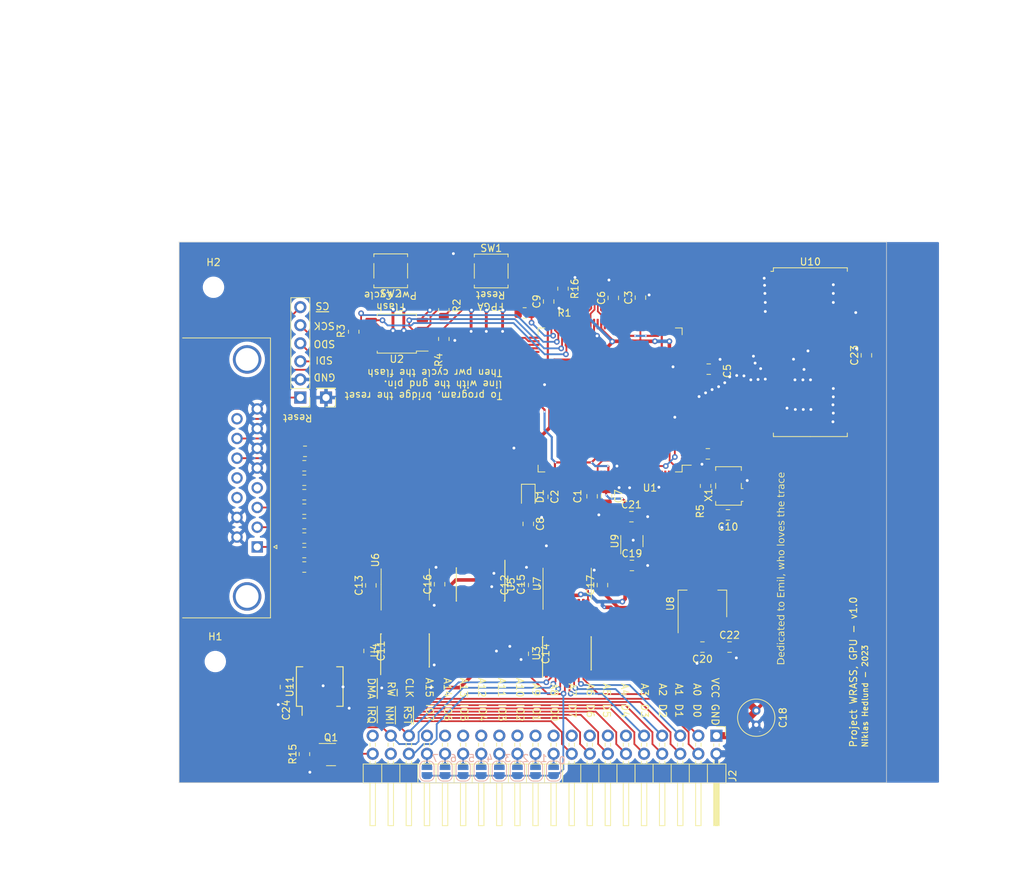
<source format=kicad_pcb>
(kicad_pcb (version 20221018) (generator pcbnew)
  (layers (0 "F.Cu" signal) (31 "B.Cu" power) (34 "B.Paste" user) (35 "F.Paste" user) (36 "B.SilkS" user "B.Silkscreen") (37 "F.SilkS" user "F.Silkscreen") (38 "B.Mask" user) (39 "F.Mask" user) (44 "Edge.Cuts" user))
  (net 0 "")
  (net 12 "VCC")
  (net 13 "/Interfacing/Expansion/A0")
  (net 14 "/Interfacing/Expansion/D0")
  (net 15 "/Interfacing/Expansion/A1")
  (net 17 "/Interfacing/Expansion/D1")
  (net 18 "/Interfacing/Expansion/A2")
  (net 19 "/Interfacing/Expansion/D2")
  (net 20 "/Interfacing/Expansion/A3")
  (net 21 "/Interfacing/Expansion/D3")
  (net 22 "/Interfacing/Expansion/A4")
  (net 23 "/Interfacing/Expansion/D4")
  (net 24 "/Interfacing/Expansion/A5")
  (net 25 "/Interfacing/Expansion/D5")
  (net 26 "/Interfacing/Expansion/A6")
  (net 27 "/Interfacing/Expansion/D6")
  (net 28 "/Interfacing/Expansion/A7")
  (net 37 "/RamIo7")
  (net 38 "/RamIo6")
  (net 39 "/RamIo5")
  (net 40 "/RamIo4")
  (net 41 "/RamIo3")
  (net 42 "/RamIo2")
  (net 43 "/RamIo1")
  (net 44 "/RamIo0")
  (net 46 "+1V2")
  (net 47 "Net-(D1-K)")
  (net 48 "~{ice40-CS}")
  (net 49 "Net-(U2-~{WP})")
  (net 50 "Net-(U2-~{HOLD})")
  (net 51 "Net-(X1-OUT)")
  (net 52 "ice40-CDONE")
  (net 53 "ice40-CRESET")
  (net 54 "ice40-SDO")
  (net 55 "ice40-SDI")
  (net 56 "ice40-SCK")
  (net 57 "/Interfacing/Expansion/D7")
  (net 58 "/Interfacing/Expansion/A8")
  (net 59 "Net-(J2-Pin_20)")
  (net 60 "/Interfacing/Expansion/A9")
  (net 61 "Net-(J2-Pin_22)")
  (net 62 "/Interfacing/Expansion/A10")
  (net 63 "Net-(J2-Pin_24)")
  (net 64 "/Interfacing/Expansion/A11")
  (net 65 "Net-(J2-Pin_26)")
  (net 66 "/Interfacing/Expansion/A12")
  (net 67 "Net-(J2-Pin_28)")
  (net 68 "/Interfacing/Expansion/A13")
  (net 69 "Net-(J2-Pin_30)")
  (net 70 "/Interfacing/Expansion/A14")
  (net 71 "Net-(J2-Pin_32)")
  (net 72 "/Interfacing/Expansion/A15")
  (net 73 "Net-(J2-Pin_34)")
  (net 74 "/Interfacing/Expansion/~{RST}")
  (net 75 "/Interfacing/Expansion/~{NMI}")
  (net 76 "/Interfacing/Expansion/~{DMA}")
  (net 77 "/DOut0")
  (net 78 "/DOut1")
  (net 79 "/DOut2")
  (net 80 "/DOut3")
  (net 81 "/DOut4")
  (net 82 "/DOut5")
  (net 83 "/DOut6")
  (net 84 "/DOut7")
  (net 85 "/DIn0")
  (net 86 "/DIn1")
  (net 87 "/DIn2")
  (net 88 "/DIn3")
  (net 89 "/DIn4")
  (net 90 "/DIn5")
  (net 91 "/DIn6")
  (net 92 "/DIn7")
  (net 93 "Net-(U3-Y7)")
  (net 94 "Net-(U3-Y6)")
  (net 95 "Net-(U3-Y5)")
  (net 96 "Net-(U3-Y4)")
  (net 97 "Net-(U3-Y3)")
  (net 98 "Net-(U3-Y2)")
  (net 99 "Net-(U3-Y1)")
  (net 100 "Net-(U3-Y0)")
  (net 101 "Net-(U4-Y7)")
  (net 102 "Net-(U4-Y6)")
  (net 103 "Net-(U4-Y5)")
  (net 104 "Net-(U4-Y4)")
  (net 105 "Net-(U4-Y3)")
  (net 106 "Net-(U4-Y2)")
  (net 107 "Net-(U4-Y1)")
  (net 108 "Net-(U4-Y0)")
  (net 109 "/Interfacing/~{RST}")
  (net 110 "/Interfacing/R~{W}")
  (net 111 "/Interfacing/~{CS}")
  (net 112 "/Interfacing/Clock")
  (net 113 "/Interfacing/ADev3")
  (net 114 "/Interfacing/ADev2")
  (net 115 "/Interfacing/ADev1")
  (net 116 "/Interfacing/ADev0")
  (net 117 "Net-(J1-Pad1)")
  (net 118 "/VGA Connector/Red0")
  (net 119 "/VGA Connector/Red1")
  (net 120 "/VGA Connector/Red2")
  (net 121 "Net-(J1-Pad2)")
  (net 122 "/VGA Connector/Green0")
  (net 123 "/VGA Connector/Green1")
  (net 124 "/VGA Connector/Green2")
  (net 125 "Net-(J1-Pad3)")
  (net 126 "/VGA Connector/Blue0")
  (net 127 "/VGA Connector/Blue1")
  (net 128 "/VGA Connector/Blue2")
  (net 134 "/HSYNC")
  (net 135 "/VSYNC")
  (net 136 "/SYSCLOCK")
  (net 137 "GND")
  (net 138 "+3.3V")
  (net 140 "/RamA0")
  (net 141 "/RamA1")
  (net 142 "/RamA2")
  (net 143 "/RamA3")
  (net 144 "/RamA4")
  (net 145 "/~{RamCE}")
  (net 146 "/~{RamWE}")
  (net 147 "/RamA5")
  (net 148 "/RamA6")
  (net 149 "/RamA7")
  (net 150 "/RamA8")
  (net 151 "/RamA9")
  (net 152 "/RamA10")
  (net 153 "/RamA11")
  (net 154 "/RamA12")
  (net 155 "/RamA13")
  (net 156 "/RamA14")
  (net 158 "/~{RamOE}")
  (net 159 "/RamA15")
  (net 160 "/RamA16")
  (net 161 "/RamA17")
  (net 162 "/RamA18")
  (net 163 "/Interfacing/~{IRQ}")
  (net 164 "/FpgaIRQ")
  (net 183 "Net-(J3-Pin_6)")
  (net 184 "Net-(SW2-A)")
  (net 186 "Net-(U5-G1)")
  (net 187 "/Interfacing/Clock-VCC")
  (net 188 "/Interfacing/R~{W}-VCC")
  (net 189 "/Interfacing/~{CS}-VCC")
  (footprint "Connector_PinHeader_2.54mm:PinHeader_1x06_P2.54mm_Vertical" (layer "F.Cu") (at 68.326 98.298 180)
    (fp_text reference "J3" hide)
    (fp_text value "programming")
  )
  (footprint "Diode_SMD:D_0805_2012Metric" (layer "F.Cu") (at 100.33 112.1585 -90)
    (fp_text reference "D1")
    (fp_text value "1N5817")
  )
  (footprint "Resistor_SMD:R_0805_2012Metric" (layer "F.Cu") (at 68.9046 148.3868 90)
    (fp_text reference "R15")
    (fp_text value "10k")
  )
  (footprint "Package_SO:SSOP-14_5.3x6.2mm_P0.65mm" (layer "F.Cu") (at 71.0496 138.8916 90)
    (fp_text reference "U11")
    (fp_text value "74HCT00")
  )
  (footprint "Capacitor_SMD:C_0805_2012Metric" (layer "F.Cu") (at 77.978 133.893 -90)
    (fp_text reference "C11")
    (fp_text value "100n")
  )
  (footprint "MountingHole:MountingHole_2.5mm" (layer "F.Cu") (at 56.134 82.804)
    (fp_text reference "H2")
    (fp_text value "MountingHole")
  )
  (footprint "Capacitor_THT:C_Radial_D5.0mm_H7.0mm_P2.00mm" (layer "F.Cu") (at 132.334 142.272 -90)
    (fp_text reference "C18")
    (fp_text value "100nf")
  )
  (footprint "Capacitor_SMD:C_0805_2012Metric" (layer "F.Cu") (at 125.6625 94.3115)
    (fp_text reference "C5")
    (fp_text value "100n")
  )
  (footprint "Capacitor_SMD:C_0805_2012Metric" (layer "F.Cu") (at 124.78 133.35 180)
    (fp_text reference "C20")
    (fp_text value "22u")
  )
  (footprint "Capacitor_SMD:C_0805_2012Metric" (layer "F.Cu") (at 103.19 84.805 90)
    (fp_text reference "C9")
    (fp_text value "100n")
  )
  (footprint "Resistor_SMD:R_0805_2012Metric" (layer "F.Cu") (at 75.819 89.0505 -90)
    (fp_text reference "R3")
    (fp_text value "10k")
  )
  (footprint "Resistor_SMD:R_0805_2012Metric" (layer "F.Cu") (at 125.222 110.713 90)
    (fp_text reference "R5")
    (fp_text value "22R")
  )
  (footprint "Capacitor_SMD:C_0805_2012Metric" (layer "F.Cu") (at 101.092 124.643 90)
    (fp_text reference "C15")
    (fp_text value "100n")
  )
  (footprint "Package_TO_SOT_SMD:SOT-23-5" (layer "F.Cu") (at 114.874 118.4655 90)
    (fp_text reference "U9")
    (fp_text value "AP2112K-1.2")
  )
  (footprint "Capacitor_SMD:C_0805_2012Metric" (layer "F.Cu") (at 100.33 116.047 -90)
    (fp_text reference "C8")
    (fp_text value "100n")
  )
  (footprint "Button_Switch_SMD:SW_SPST_TL3305A" (layer "F.Cu") (at 81.0192 80.4912 180)
    (fp_text reference "SW2")
    (fp_text value "SW_FlashPwrCycle")
  )
  (footprint "Package_SO:SSOP-20_4.4x6.5mm_P0.65mm" (layer "F.Cu") (at 93.599 124.556 -90)
    (fp_text reference "U5")
    (fp_text value "74HCT541")
  )
  (footprint "Package_QFP:TQFP-144_20x20mm_P0.5mm" (layer "F.Cu") (at 111.8205 98.635 180)
    (fp_text reference "U1")
    (fp_text value "ICE40HX4K-TQ144")
  )
  (footprint "Capacitor_SMD:C_0805_2012Metric" (layer "F.Cu") (at 87.876 124.5185 90)
    (fp_text reference "C16")
    (fp_text value "100n")
  )
  (footprint "Package_SO:SOJ-36_10.16x23.49mm_P1.27mm" (layer "F.Cu") (at 139.9296 91.9226)
    (fp_text reference "U10")
    (fp_text value "IS61C5128AL-10KLI")
  )
  (footprint "Resistor_SMD:R_0805_2012Metric" (layer "F.Cu") (at 99.822 86.4108 180)
    (fp_text reference "R1")
    (fp_text value "22R")
  )
  (footprint "Capacitor_SMD:C_0805_2012Metric" (layer "F.Cu") (at 66.2432 138.962 -90)
    (fp_text reference "C24")
    (fp_text value "100n")
  )
  (footprint "Capacitor_SMD:C_0805_2012Metric" (layer "F.Cu") (at 109.286 112.171 -90)
    (fp_text reference "C1")
    (fp_text value "100n")
  )
  (footprint "Package_SO:SSOP-20_4.4x6.5mm_P0.65mm" (layer "F.Cu") (at 83.058 133.827 90)
    (fp_text reference "U4")
    (fp_text value "74HCT541")
  )
  (footprint "Capacitor_SMD:C_0805_2012Metric" (layer "F.Cu") (at 125.542 106.202 180)
    (fp_text reference "C4" hide)
    (fp_text value "100n")
  )
  (footprint "Capacitor_SMD:C_0805_2012Metric" (layer "F.Cu") (at 114.808 115.031)
    (fp_text reference "C21")
    (fp_text value "22u")
  )
  (footprint "Capacitor_SMD:C_0805_2012Metric" (layer "F.Cu") (at 114.874 121.889)
    (fp_text reference "C19")
    (fp_text value "22u")
  )
  (footprint "Capacitor_SMD:C_0805_2012Metric" (layer "F.Cu") (at 110.744 124.643 90)
    (fp_text reference "C17")
    (fp_text value "100n")
  )
  (footprint "Button_Switch_SMD:SW_SPST_TL3305A" (layer "F.Cu") (at 95.123 80.518)
    (fp_text reference "SW1")
    (fp_text value "SW_Reset")
  )
  (footprint "Resistor_SMD:R_0805_2012Metric" (layer "F.Cu") (at 88.475 86.0025 -90)
    (fp_text reference "R2")
    (fp_text value "10k")
  )
  (footprint "Capacitor_SMD:C_0805_2012Metric" (layer "F.Cu") (at 101.092 134.295 -90)
    (fp_text reference "C14")
    (fp_text value "100n")
  )
  (footprint "Resistor_SMD:R_0805_2012Metric" (layer "F.Cu") (at 68.881 111.946)
    (fp_text reference "R9" hide)
    (fp_text value "470" hide)
  )
  (footprint "Capacitor_SMD:C_0805_2012Metric" (layer "F.Cu") (at 128.356 114.777 180)
    (fp_text reference "C10")
    (fp_text value "100n")
  )
  (footprint "Capacitor_SMD:C_0805_2012Metric" (layer "F.Cu") (at 112.268 84.297 90)
    (fp_text reference "C6")
    (fp_text value "100n" hide)
  )
  (footprint "Capacitor_SMD:C_0805_2012Metric" (layer "F.Cu") (at 147.8036 92.3646 90)
    (fp_text reference "C23")
    (fp_text value "100n")
  )
  (footprint "Capacitor_SMD:C_0805_2012Metric" (layer "F.Cu") (at 78.232 124.683 90)
    (fp_text reference "C13")
    (fp_text value "100n")
  )
  (footprint "Package_TO_SOT_SMD:SOT-223-3_TabPin2" (layer "F.Cu") (at 124.78 127.254 90)
    (fp_text reference "U8")
    (fp_text value "AMS1117-3.3")
  )
  (footprint "Resistor_SMD:R_0805_2012Metric" (layer "F.Cu") (at 68.881 116.01)
    (fp_text reference "R11" hide)
    (fp_text value "1k8" hide)
  )
  (footprint "Oscillator:Oscillator_SMD_TXC_7C-4Pin_5.0x3.2mm" (layer "F.Cu") (at 128.44 110.713 90)
    (fp_text reference "X1")
    (fp_text value "TXC-7C")
  )
  (footprint "Resistor_SMD:R_0805_2012Metric" (layer "F.Cu") (at 88.475 90.0665 90)
    (fp_text reference "R4")
    (fp_text value "10k")
  )
  (footprint "Resistor_SMD:R_0805_2012Metric" (layer "F.Cu") (at 68.881 118.042)
    (fp_text reference "R6" hide)
    (fp_text value "470" hide)
  )
  (footprint "MountingHole:MountingHole_2.5mm" (layer "F.Cu") (at 56.388 135.382)
    (fp_text reference "H1")
    (fp_text value "MountingHole")
  )
  (footprint "Resistor_SMD:R_0805_2012Metric" (layer "F.Cu") (at 68.881 107.882)
    (fp_text reference "R13" hide)
    (fp_text value "1k" hide)
  )
  (footprint "Connector_PinHeader_2.54mm:PinHeader_2x20_P2.54mm_Horizontal" (layer "F.Cu") (at 126.746 145.796 -90)
    (fp_text reference "J2")
    (fp_text value "Bus expansion")
  )
  (footprint "Resistor_SMD:R_0805_2012Metric" (layer "F.Cu") (at 105.2068 83.0053 -90)
    (fp_text reference "R16")
    (fp_text value "10k")
  )
  (footprint "Resistor_SMD:R_0805_2012Metric" (layer "F.Cu") (at 68.881 109.914)
    (fp_text reference "R14" hide)
    (fp_text value "1k8" hide)
  )
  (footprint "Capacitor_SMD:C_0805_2012Metric" (layer "F.Cu") (at 98.679 124.622 90)
    (fp_text reference "C12")
    (fp_text value "100n")
  )
  (footprint "Package_SO:TSSOP-20_4.4x6.5mm_P0.65mm" (layer "F.Cu") (at 83.058 124.556 90)
    (fp_text reference "U6")
    (fp_text value "TXS0108EPW")
  )
  (footprint "Resistor_SMD:R_0805_2012Metric" (layer "F.Cu") (at 68.881 120.074)
    (fp_text reference "R7" hide)
    (fp_text value "1k" hide)
  )
  (footprint "Capacitor_SMD:C_0805_2012Metric" (layer "F.Cu") (at 116.078 84.262 90)
    (fp_text reference "C3")
    (fp_text value "100n" hide)
  )
  (footprint "Resistor_SMD:R_0805_2012Metric" (layer "F.Cu") (at 68.881 113.978)
    (fp_text reference "R10" hide)
    (fp_text value "1k" hide)
  )
  (footprint "Package_SO:SOIC-8_5.275x5.275mm_P1.27mm" (layer "F.Cu") (at 81.871 89.3045 180)
    (fp_text reference "U2")
    (fp_text value "SST25VF080B-50-4x-S2Ax")
  )
  (footprint "Capacitor_SMD:C_0805_2012Metric" (layer "F.Cu") (at 111.318 112.171 -90)
    (fp_text reference "C7")
    (fp_text value "100n")
  )
  (footprint "Connector_Dsub:DSUB-15_Female_Horizontal_P2.77x2.84mm_EdgePinOffset7.70mm_Housed_MountingHolesOffset9.12mm" (layer "F.Cu") (at 62.276 119.283 -90)
    (fp_text reference "J1" hide)
    (fp_text value "VGA")
  )
  (footprint "Resistor_SMD:R_0805_2012Metric" (layer "F.Cu") (at 68.881 122.106)
    (fp_text reference "R8" hide)
    (fp_text value "1k8" hide)
  )
  (footprint "Package_SO:SSOP-20_4.4x6.5mm_P0.65mm" (layer "F.Cu") (at 105.787 134.229 90)
    (fp_text reference "U3")
    (fp_text value "74HCT541")
  )
  (footprint "Package_SO:TSSOP-20_4.4x6.5mm_P0.65mm" (layer "F.Cu") (at 105.787 124.4575 90)
    (fp_text reference "U7")
    (fp_text value "TXS0108EPW")
  )
  (footprint "Capacitor_SMD:C_0805_2012Metric" (layer "F.Cu") (at 102.362 112.237 -90)
    (fp_text reference "C2")
    (fp_text value "100n")
  )
  (footprint "Package_TO_SOT_SMD:SOT-23" (layer "F.Cu") (at 72.6361 148.4528)
    (fp_text reference "Q1")
    (fp_text value "2N7002")
  )
  (footprint "Resistor_SMD:R_0805_2012Metric" (layer "F.Cu") (at 68.9845 105.85)
    (fp_text reference "R12" hide)
    (fp_text value "470" hide)
  )
  (footprint "Capacitor_SMD:C_0805_2012Metric" (layer "F.Cu") (at 128.59 133.35)
    (fp_text reference "C22")
    (fp_text value "22u")
  )
  (footprint "Connector_PinHeader_2.54mm:PinHeader_1x01_P2.54mm_Vertical" (layer "F.Cu") (at 71.9328 98.298 180)
    (fp_text reference "J4" hide)
    (fp_text value "reset ground")
  )
  (footprint "Jumper:SolderJumper-2_P1.3mm_Open_RoundedPad1.0x1.5mm" (layer "B.Cu") (at 98.806 150.764 -90)
    (fp_text reference "JP3" hide)
    (fp_text value "SolderJumper_2_Open" hide)
  )
  (footprint "Jumper:SolderJumper-2_P1.3mm_Open_RoundedPad1.0x1.5mm" (layer "B.Cu") (at 91.186 150.764 -90)
    (fp_text reference "JP6" hide)
    (fp_text value "SolderJumper_2_Open" hide)
  )
  (footprint "Jumper:SolderJumper-2_P1.3mm_Open_RoundedPad1.0x1.5mm" (layer "B.Cu") (at 88.646 150.764 -90)
    (fp_text reference "JP7" hide)
    (fp_text value "SolderJumper_2_Open" hide)
  )
  (footprint "Jumper:SolderJumper-2_P1.3mm_Open_RoundedPad1.0x1.5mm" (layer "B.Cu") (at 101.346 150.764 -90)
    (fp_text reference "JP2" hide)
    (fp_text value "SolderJumper_2_Open" hide)
  )
  (footprint "Jumper:SolderJumper-2_P1.3mm_Open_RoundedPad1.0x1.5mm" (layer "B.Cu") (at 86.106 150.764 -90)
    (fp_text reference "JP8" hide)
    (fp_text value "SolderJumper_2_Open" hide)
  )
  (footprint "Jumper:SolderJumper-2_P1.3mm_Open_RoundedPad1.0x1.5mm" (layer "B.Cu") (at 96.266 150.764 -90)
    (fp_text reference "JP4" hide)
    (fp_text value "SolderJumper_2_Open" hide)
  )
  (footprint "Jumper:SolderJumper-2_P1.3mm_Open_RoundedPad1.0x1.5mm" (layer "B.Cu") (at 103.886 150.764 -90)
    (fp_text reference "JP1" hide)
    (fp_text value "SolderJumper_2_Open" hide)
  )
  (footprint "Jumper:SolderJumper-2_P1.3mm_Open_RoundedPad1.0x1.5mm" (layer "B.Cu") (at 93.726 150.764 -90)
    (fp_text reference "JP5" hide)
    (fp_text value "SolderJumper_2_Open" hide)
  )
  (gr_line (start 51.308 152.4) (end 150.622 152.4) (stroke (width 0.1)) (layer "Edge.Cuts"))
  (gr_line (start 150.622 76.454) (end 150.622 152.4) (stroke (width 0.1)) (layer "Edge.Cuts"))
  (gr_line (start 51.308 76.454) (end 51.308 152.4) (stroke (width 0.1)) (layer "Edge.Cuts"))
  (gr_line (start 51.308 76.454) (end 150.622 76.454) (stroke (width 0.1)) (layer "Edge.Cuts"))
  (gr_text "3" (at 98.011025 149.569025) (layer "B.SilkS") (effects (font (size 1 1)) (justify left bottom mirror)))
  (gr_text "1" (at 103.091025 149.569025) (layer "B.SilkS") (effects (font (size 1 1)) (justify left bottom mirror)))
  (gr_text "7" (at 87.851025 149.569025) (layer "B.SilkS") (effects (font (size 1 1)) (justify left bottom mirror)))
  (gr_text "4" (at 95.471025 149.569025) (layer "B.SilkS") (effects (font (size 1 1)) (justify left bottom mirror)))
  (gr_text "6" (at 90.391025 149.569025) (layer "B.SilkS") (effects (font (size 1 1)) (justify left bottom mirror)))
  (gr_text "0" (at 105.664 149.86) (layer "B.SilkS") (effects (font (size 1 1)) (justify left bottom mirror)))
  (gr_text "2" (at 100.551025 149.569025) (layer "B.SilkS") (effects (font (size 1 1)) (justify left bottom mirror)))
  (gr_text "5" (at 92.931025 149.569025) (layer "B.SilkS") (effects (font (size 1 1)) (justify left bottom mirror)))
  (gr_text "IO7" (at 85.9028 141.224 -90) (layer "F.SilkS") (effects (font (size 1 1)) (justify left bottom)))
  (gr_text "A6" (at 108.458 138.3284 -90) (layer "F.SilkS") (effects (font (size 1 1)) (justify left bottom)))
  (gr_text "SDO" (at 70.104 90.17 180) (layer "F.SilkS") (effects (font (size 1 1)) (justify right bottom)))
  (gr_text "IO0" (at 103.4288 141.224 -90) (layer "F.SilkS") (effects (font (size 1 1)) (justify left bottom)))
  (gr_text "A14" (at 88.392 137.5664 -90) (layer "F.SilkS") (effects (font (size 1 1)) (justify left bottom)))
  (gr_text "D3" (at 116.078 141.224 -90) (layer "F.SilkS") (effects (font (size 1 1)) (justify left bottom)))
  (gr_text "D6" (at 108.458 141.224 -90) (layer "F.SilkS") (effects (font (size 1 1)) (justify left bottom)))
  (gr_text "D5" (at 110.744 141.224 -90) (layer "F.SilkS") (effects (font (size 1 1)) (justify left bottom)))
  (gr_text "A0" (at 123.444 138.3284 -90) (layer "F.SilkS") (effects (font (size 1 1)) (justify left bottom)))
  (gr_text "Project WRASS, GPU - v1.0" (at 146.558 147.5232 90) (layer "F.SilkS") (effects (font (size 1 1)) (justify left bottom)))
  (gr_text "Reset" (at 70.104 100.584 180) (layer "F.SilkS") (effects (font (size 1 1)) (justify left bottom)))
  (gr_text "To program, bridge the reset\nline with the gnd pin.\nThen pwr cycle the flash" (at 96.774 94.234 180) (layer "F.SilkS") (effects (font (size 1 1)) (justify left bottom)))
  (gr_text "A8" (at 103.378 138.3284 -90) (layer "F.SilkS") (effects (font (size 1 1)) (justify left bottom)))
  (gr_text "VCC" (at 125.984 137.5664 -90) (layer "F.SilkS") (effects (font (size 1 1)) (justify left bottom)))
  (gr_text "A3" (at 116.078 138.3284 -90) (layer "F.SilkS") (effects (font (size 1 1)) (justify left bottom)))
  (gr_text "A5" (at 110.744 138.3284 -90) (layer "F.SilkS") (effects (font (size 1 1)) (justify left bottom)))
  (gr_text "A9" (at 100.838 138.3284 -90) (layer "F.SilkS") (effects (font (size 1 1)) (justify left bottom)))
  (gr_text "D0" (at 123.444 141.224 -90) (layer "F.SilkS") (effects (font (size 1 1)) (justify left bottom)))
  (gr_text "A15" (at 85.852 137.5664 -90) (layer "F.SilkS") (effects (font (size 1 1)) (justify left bottom)))
  (gr_text "Dedicated to Emil, who loves the trace" (at 136.4488 135.89 90) (layer "F.SilkS") (effects (font (size 1 1)) (justify left bottom)))
  (gr_text "IO5" (at 90.7288 141.224 -90) (layer "F.SilkS") (effects (font (size 1 1)) (justify left bottom)))
  (gr_text "Niklas Hedlund - 2023" (at 148.082 147.5232 90) (layer "F.SilkS") (effects (font (size 0.8 0.8)) (justify left bottom)))
  (gr_text "A10" (at 98.552 137.5664 -90) (layer "F.SilkS") (effects (font (size 1 1)) (justify left bottom)))
  (gr_text "GND" (at 125.984 141.224 -90) (layer "F.SilkS") (effects (font (size 1 1)) (justify left bottom)))
  (gr_text "D1" (at 120.904 141.224 -90) (layer "F.SilkS") (effects (font (size 1 1)) (justify left bottom)))
  (gr_text "A11" (at 96.012 137.5664 -90) (layer "F.SilkS") (effects (font (size 1 1)) (justify left bottom)))
  (gr_text "SDI" (at 70.358 92.456 180) (layer "F.SilkS") (effects (font (size 1 1)) (justify right bottom)))
  (gr_text "A7" (at 105.918 138.3284 -90) (layer "F.SilkS") (effects (font (size 1 1)) (justify left bottom)))
  (gr_text "~{RST}" (at 82.804 141.478 -90) (layer "F.SilkS") (effects (font (size 1 1)) (justify left bottom)))
  (gr_text "D2" (at 118.618 141.224 -90) (layer "F.SilkS") (effects (font (size 1 1)) (justify left bottom)))
  (gr_text "GND" (at 70.104 96.012 180) (layer "F.SilkS") (effects (font (size 1 1)) (justify right top)))
  (gr_text "IO2" (at 98.6028 141.224 -90) (layer "F.SilkS") (effects (font (size 1 1)) (justify left bottom)))
  (gr_text "~{NMI}" (at 80.264 141.478 -90) (layer "F.SilkS") (effects (font (size 1 1)) (justify left bottom)))
  (gr_text "A4" (at 113.284 138.3284 -90) (layer "F.SilkS") (effects (font (size 1 1)) (justify left bottom)))
  (gr_text "~{IRQ}" (at 77.724 141.478 -90) (layer "F.SilkS") (effects (font (size 1 1)) (justify left bottom)))
  (gr_text "~{DMA}" (at 77.724 137.5664 -90) (layer "F.SilkS") (effects (font (size 1 1)) (justify left bottom)))
  (gr_text "A2" (at 118.618 138.3284 -90) (layer "F.SilkS") (effects (font (size 1 1)) (justify left bottom)))
  (gr_text "D7" (at 105.918 141.224 -90) (layer "F.SilkS") (effects (font (size 1 1)) (justify left bottom)))
  (gr_text "IO1" (at 100.8888 141.224 -90) (layer "F.SilkS") (effects (font (size 1 1)) (justify left bottom)))
  (gr_text "FPGA\nReset" (at 95.0468 83.312 180) (layer "F.SilkS") (effects (font (size 1 1)) (justify bottom)))
  (gr_text "A1" (at 120.904 138.3284 -90) (layer "F.SilkS") (effects (font (size 1 1)) (justify left bottom)))
  (gr_text "D4" (at 113.3348 141.224 -90) (layer "F.SilkS") (effects (font (size 1 1)) (justify left bottom)))
  (gr_text "IO6" (at 88.4428 141.224 -90) (layer "F.SilkS") (effects (font (size 1 1)) (justify left bottom)))
  (gr_text "A12" (at 93.218 137.5664 -90) (layer "F.SilkS") (effects (font (size 1 1)) (justify left bottom)))
  (gr_text "~{CS}" (at 70.358 84.836 180) (layer "F.SilkS") (effects (font (size 1 1)) (justify right bottom)))
  (gr_text "SCK" (at 70.104 87.63 180) (layer "F.SilkS") (effects (font (size 1 1)) (justify right bottom)))
  (gr_text "IO4" (at 93.3196 141.224 -90) (layer "F.SilkS") (effects (font (size 1 1)) (justify left bottom)))
  (gr_text "Flash\nPwr Cycle" (at 80.9752 83.3628 180) (layer "F.SilkS") (effects (font (size 1 1)) (justify bottom)))
  (gr_text "CLK" (at 83.058 137.5664 -90) (layer "F.SilkS") (effects (font (size 1 1)) (justify left bottom)))
  (gr_text "R~{W}" (at 80.518 138.0744 -90) (layer "F.SilkS") (effects (font (size 1 1)) (justify left bottom)))
  (gr_text "IO3" (at 96.0628 141.224 -90) (layer "F.SilkS") (effects (font (size 1 1)) (justify left bottom)))
  (gr_text "A13" (at 90.678 137.5664 -90) (layer "F.SilkS") (effects (font (size 1 1)) (justify left bottom)))
  (segment (start 86.614 136.875) (end 86.383 136.644) (width 0) (layer "F.Cu") (net 0))
  (segment (start 86.383 136.644) (end 86.383 136.727) (width 0) (layer "F.Cu") (net 0))
  (segment (start 87.376 136.875) (end 86.614 136.875) (width 0) (layer "F.Cu") (net 0))
  (segment (start 102.996448 126.080552) (end 107.568448 126.080552) (width 0.5) (layer "F.Cu") (net 12))
  (segment (start 137.2108 137.3124) (end 137.2108 114.2492) (width 0.5) (layer "F.Cu") (net 12))
  (segment (start 98.679 125.572) (end 96.795 127.456) (width 0.5) (layer "F.Cu") (net 12))
  (segment (start 113.924 121.889) (end 114.999 120.814) (width 0.5) (layer "F.Cu") (net 12))
  (segment (start 76.803 136.1374) (end 76.803 134.118) (width 0.5) (layer "F.Cu") (net 12))
  (segment (start 126.746 145.796) (end 128.81 145.796) (width 1) (layer "F.Cu") (net 12))
  (segment (start 132.334 142.1892) (end 137.2108 137.3124) (width 0.5) (layer "F.Cu") (net 12))
  (segment (start 98.679 125.572) (end 101.071 125.572) (width 0.5) (layer "F.Cu") (net 12))
  (segment (start 114.999 120.814) (end 115.375 120.814) (width 0.5) (layer "F.Cu") (net 12))
  (segment (start 66.2432 138.012) (end 66.5292 138.012) (width 0.3) (layer "F.Cu") (net 12))
  (segment (start 125.73 133.35) (end 125.73 135.668) (width 1) (layer "F.Cu") (net 12))
  (segment (start 79.721396 125.633) (end 78.232 125.633) (width 0.5) (layer "F.Cu") (net 12))
  (segment (start 135.7884 90.7288) (end 135.2296 91.2876) (width 0.4) (layer "F.Cu") (net 12))
  (segment (start 147.8036 93.3146) (end 147.0466 92.5576) (width 0.5) (layer "F.Cu") (net 12))
  (segment (start 137.2108 114.2492) (end 147.8036 103.6564) (width 0.5) (layer "F.Cu") (net 12))
  (segment (start 90.7288 139.0396) (end 86.6648 139.0396) (width 0.5) (layer "F.Cu") (net 12))
  (segment (start 125.73 135.668) (end 132.334 142.272) (width 1) (layer "F.Cu") (net 12))
  (segment (start 147.0466 92.5576) (end 144.6296 92.5576) (width 0.5) (layer "F.Cu") (net 12))
  (segment (start 103.512 126.596104) (end 103.512 127.32) (width 0.5) (layer "F.Cu") (net 12))
  (segment (start 80.783 126.694604) (end 79.721396 125.633) (width 0.5) (layer "F.Cu") (net 12))
  (segment (start 66.5292 138.012) (end 69.0996 135.4416) (width 0.3) (layer "F.Cu") (net 12))
  (segment (start 147.8036 103.6564) (end 147.8036 93.3146) (width 0.5) (layer "F.Cu") (net 12))
  (segment (start 121.28 131.186) (end 121.28 134.100082) (width 0.5) (layer "F.Cu") (net 12))
  (segment (start 137.6172 90.1192) (end 137.0076 90.7288) (width 0.4) (layer "F.Cu") (net 12))
  (segment (start 79.6036 138.938) (end 79.756 139.0904) (width 0.5) (layer "F.Cu") (net 12))
  (segment (start 143.667889 92.5576) (end 141.229489 90.1192) (width 0.4) (layer "F.Cu") (net 12))
  (segment (start 110.998 127.762) (end 111.92305 127.762) (width 0.5) (layer "F.Cu") (net 12))
  (segment (start 74.3204 138.938) (end 79.6036 138.938) (width 0.5) (layer "F.Cu") (net 12))
  (segment (start 112.680051 128.519) (end 118.613 128.519) (width 0.5) (layer "F.Cu") (net 12))
  (segment (start 137.0076 90.7288) (end 135.7884 90.7288) (width 0.4) (layer "F.Cu") (net 12))
  (segment (start 132.334 142.272) (end 132.334 142.1892) (width 0.5) (layer "F.Cu") (net 12))
  (segment (start 102.996448 126.080552) (end 103.512 126.596104) (width 0.5) (layer "F.Cu") (net 12))
  (segment (start 77.978 125.887) (end 78.232 125.633) (width 0.5) (layer "F.Cu") (net 12))
  (segment (start 80.783 127.4185) (end 80.783 126.694604) (width 0.5) (layer "F.Cu") (net 12))
  (segment (start 70.3996 136.3416) (end 70.4496 136.3916) (width 0.3) (layer "F.Cu") (net 12))
  (segment (start 125.73 133.35) (end 127.08 132) (width 1) (layer "F.Cu") (net 12))
  (segment (start 115.375 120.814) (end 115.824 120.365) (width 0.5) (layer "F.Cu") (net 12))
  (segment (start 111.92305 127.762) (end 112.680051 128.519) (width 0.5) (layer "F.Cu") (net 12))
  (segment (start 102.508896 125.593) (end 102.996448 126.080552) (width 0.5) (layer "F.Cu") (net 12))
  (segment (start 125.354 133.726) (end 125.73 133.35) (width 0.5) (layer "F.Cu") (net 12))
  (segment (start 101.092 125.593) (end 102.508896 125.593) (width 0.5) (layer "F.Cu") (net 12))
  (segment (start 71.5996 136.3916) (end 71.6996 136.2916) (width 0.3) (layer "F.Cu") (net 12))
  (segment (start 79.933 131.11) (end 79.933 130.927) (width 0.5) (layer "F.Cu") (net 12))
  (segment (start 76.803 134.118) (end 77.978 132.943) (width 0.5) (layer "F.Cu") (net 12))
  (segment (start 102.762 131.675) (end 102.762 131.329) (width 0.5) (layer "F.Cu") (net 12))
  (segment (start 97.8358 133.345) (end 97.7392 133.2484) (width 0.5) (layer "F.Cu") (net 12))
  (segment (start 144.6296 92.5576) (end 143.667889 92.5576) (width 0.4) (layer "F.Cu") (net 12))
  (segment (start 70.7528 138.012) (end 71.5264 138.7856) (width 0.5) (layer "F.Cu") (net 12))
  (segment (start 113.924 119.603) (end 113.924 121.889) (width 0.5) (layer "F.Cu") (net 12))
  (segment (start 113.924 121.889) (end 113.924 126.583) (width 0.5) (layer "F.Cu") (net 12))
  (segment (start 101.092 133.345) (end 102.762 131.675) (width 0.5) (layer "F.Cu") (net 12))
  (segment (start 115.824 120.365) (end 115.824 119.603) (width 0.5) (layer "F.Cu") (net 12))
  (segment (start 123.665918 136.486) (end 124.912 136.486) (width 0.5) (layer "F.Cu") (net 12))
  (segment (start 77.978 132.943) (end 78.1 132.943) (width 0.5) (layer "F.Cu") (net 12))
  (segment (start 70.4496 136.3916) (end 71.5996 136.3916) (width 0.3) (layer "F.Cu") (net 12))
  (segment (start 124.912 136.486) (end 125.73 135.668) (width 0.5) (layer "F.Cu") (net 12))
  (segment (start 71.6996 135.4416) (end 72.3496 135.4416) (width 0.25) (layer "F.Cu") (net 12))
  (segment (start 70.3996 135.4416) (end 70.3996 136.3416) (width 0.3) (layer "F.Cu") (net 12))
  (segment (start 95.8596 133.9088) (end 90.7288 139.0396) (width 0.5) (layer "F.Cu") (net 12))
  (segment (start 101.092 133.345) (end 97.8358 133.345) (width 0.5) (layer "F.Cu") (net 12))
  (segment (start 141.229489 90.1192) (end 137.6172 90.1192) (width 0.4) (layer "F.Cu") (net 12))
  (segment (start 66.2432 138.012) (end 70.7528 138.012) (width 0.5) (layer "F.Cu") (net 12))
  (segment (start 71.6996 136.2916) (end 71.6996 135.4416) (width 0.3) (layer "F.Cu") (net 12))
  (segment (start 78.1 132.943) (end 79.933 131.11) (width 0.5) (layer "F.Cu") (net 12))
  (segment (start 113.924 126.583) (end 113.538 126.969) (width 0.5) (layer "F.Cu") (net 12))
  (segment (start 127.08 132) (end 127.08 130.404) (width 1) (layer "F.Cu") (net 12))
  (segment (start 101.092 133.345) (end 101.092 125.593) (width 0.5) (layer "F.Cu") (net 12))
  (segment (start 121.28 134.100082) (end 123.665918 136.486) (width 0.5) (layer "F.Cu") (net 12))
  (segment (start 96.795 127.456) (end 96.724 127.456) (width 0.5) (layer "F.Cu") (net 12))
  (segment (start 107.568448 126.080552) (end 107.696 125.953) (width 0.5) (layer "F.Cu") (net 12))
  (segment (start 79.756 139.0904) (end 76.803 136.1374) (width 0.5) (layer "F.Cu") (net 12))
  (segment (start 69.0996 135.4416) (end 69.7496 135.4416) (width 0.3) (layer "F.Cu") (net 12))
  (segment (start 69.7496 135.4416) (end 70.3996 135.4416) (width 0.25) (layer "F.Cu") (net 12))
  (segment (start 118.613 128.519) (end 121.28 131.186) (width 0.5) (layer "F.Cu") (net 12))
  (segment (start 101.071 125.572) (end 101.092 125.593) (width 0.5) (layer "F.Cu") (net 12))
  (segment (start 128.81 145.796) (end 132.334 142.272) (width 1) (layer "F.Cu") (net 12))
  (segment (start 144.6296 92.5576) (end 143.7386 92.5576) (width 0.5) (layer "F.Cu") (net 12))
  (segment (start 77.978 132.943) (end 77.978 125.887) (width 0.5) (layer "F.Cu") (net 12))
  (via (at 110.998 127.762) (size 0.2) (drill 0.4) (layers "F.Cu" "B.Cu") (net 12))
  (via (at 113.538 126.969) (size 0.8) (drill 0.4) (layers "F.Cu" "B.Cu") (net 12))
  (via (at 79.756 139.0904) (size 0.8) (drill 0.4) (layers "F.Cu" "B.Cu") (net 12))
  (via (at 95.8596 133.9088) (size 0.8) (drill 0.4) (layers "F.Cu" "B.Cu") (net 12))
  (via (at 71.5264 138.7856) (size 0.8) (drill 0.4) (layers "F.Cu" "B.Cu") (net 12))
  (via (at 86.6648 139.0396) (size 0.8) (drill 0.4) (layers "F.Cu" "B.Cu") (net 12))
  (via (at 74.3204 138.938) (size 0.8) (drill 0.4) (layers "F.Cu" "B.Cu") (net 12))
  (via (at 97.7392 133.2484) (size 0.8) (drill 0.4) (layers "F.Cu" "B.Cu") (net 12))
  (via (at 107.696 125.953) (size 0.8) (drill 0.4) (layers "F.Cu" "B.Cu") (net 12))
  (segment (start 110.744 126.969) (end 110.744 127.508) (width 0.5) (layer "B.Cu") (net 12))
  (segment (start 86.6648 139.0396) (end 79.8068 139.0396) (width 0.5) (layer "B.Cu") (net 12))
  (segment (start 71.5264 138.7856) (end 74.168 138.7856) (width 0.5) (layer "B.Cu") (net 12))
  (segment (start 110.744 126.969) (end 109.982 126.969) (width 0.5) (layer "B.Cu") (net 12))
  (segment (start 96.52 133.2484) (end 95.8596 133.9088) (width 0.5) (layer "B.Cu") (net 12))
  (segment (start 79.8068 139.0396) (end 79.756 139.0904) (width 0.5) (layer "B.Cu") (net 12))
  (segment (start 109.982 126.969) (end 108.966 125.953) (width 0.5) (layer "B.Cu") (net 12))
  (segment (start 108.966 125.953) (end 107.696 125.953) (width 0.5) (layer "B.Cu") (net 12))
  (segment (start 110.744 127.508) (end 110.998 127.762) (width 0.5) (layer "B.Cu") (net 12))
  (segment (start 74.168 138.7856) (end 74.3204 138.938) (width 0.5) (layer "B.Cu") (net 12))
  (segment (start 113.538 126.969) (end 110.744 126.969) (width 0.5) (layer "B.Cu") (net 12))
  (segment (start 97.7392 133.2484) (end 96.52 133.2484) (width 0.5) (layer "B.Cu") (net 12))
  (segment (start 118.364 139.954) (end 110.187 139.954) (width 0.25) (layer "F.Cu") (net 13))
  (segment (start 110.187 139.954) (end 108.062 137.829) (width 0.25) (layer "F.Cu") (net 13))
  (segment (start 108.062 137.829) (end 108.062 137.129) (width 0.25) (layer "F.Cu") (net 13))
  (segment (start 124.206 145.796) (end 118.364 139.954) (width 0.25) (layer "F.Cu") (net 13))
  (segment (start 87.790376 134.945) (end 90.682188 132.053188) (width 0.25) (layer "F.Cu") (net 14))
  (segment (start 85.7375 140.614) (end 85.333 140.2095) (width 0.25) (layer "F.Cu") (net 14))
  (segment (start 122.841 146.971) (end 122.841 145.309299) (width 0.25) (layer "F.Cu") (net 14))
  (segment (start 86.004 134.945) (end 87.790376 134.945) (width 0.25) (layer "F.Cu") (net 14))
  (segment (start 85.333 140.2095) (end 85.333 136.727) (width 0.25) (layer "F.Cu") (net 14))
  (segment (start 85.333 135.977) (end 85.333 136.727) (width 0.25) (layer "F.Cu") (net 14))
  (segment (start 95.224 128.156) (end 95.224 127.456) (width 0.25) (layer "F.Cu") (net 14))
  (segment (start 85.408 135.541) (end 86.004 134.945) (width 0.25) (layer "F.Cu") (net 14))
  (segment (start 122.841 145.309299) (end 118.145701 140.614) (width 0.25) (layer "F.Cu") (net 14))
  (segment (start 85.408 135.902) (end 85.408 135.541) (width 0.25) (layer "F.Cu") (net 14))
  (segment (start 91.326812 132.053188) (end 95.224 128.156) (width 0.25) (layer "F.Cu") (net 14))
  (segment (start 85.408 135.902) (end 85.333 135.977) (width 0.25) (layer "F.Cu") (net 14))
  (segment (start 124.206 148.336) (end 122.841 146.971) (width 0.25) (layer "F.Cu") (net 14))
  (segment (start 118.145701 140.614) (end 85.7375 140.614) (width 0.25) (layer "F.Cu") (net 14))
  (segment (start 90.682188 132.053188) (end 91.326812 132.053188) (width 0.25) (layer "F.Cu") (net 14))
  (segment (start 107.412 138.203598) (end 107.730701 138.522299) (width 0.25) (layer "F.Cu") (net 15))
  (segment (start 107.412 137.129) (end 107.412 138.203598) (width 0.25) (layer "F.Cu") (net 15))
  (via (at 107.730701 138.522299) (size 0.8) (drill 0.4) (layers "F.Cu" "B.Cu") (net 15))
  (segment (start 107.892402 138.684) (end 107.730701 138.522299) (width 0.25) (layer "B.Cu") (net 15))
  (segment (start 114.554 138.684) (end 107.892402 138.684) (width 0.25) (layer "B.Cu") (net 15))
  (segment (start 121.666 145.796) (end 114.554 138.684) (width 0.25) (layer "B.Cu") (net 15))
  (segment (start 84.836 134.495) (end 87.60398 134.495) (width 0.25) (layer "F.Cu") (net 17))
  (segment (start 84.683 136.727) (end 84.683 134.648) (width 0.25) (layer "F.Cu") (net 17))
  (segment (start 84.683 140.195896) (end 84.683 136.727) (width 0.25) (layer "F.Cu") (net 17))
  (segment (start 91.23998 131.495396) (end 94.574 128.161376) (width 0.25) (layer "F.Cu") (net 17))
  (segment (start 87.60398 134.495) (end 90.603584 131.495396) (width 0.25) (layer "F.Cu") (net 17))
  (segment (start 85.551104 141.064) (end 84.683 140.195896) (width 0.25) (layer "F.Cu") (net 17))
  (segment (start 84.683 134.648) (end 84.836 134.495) (width 0.25) (layer "F.Cu") (net 17))
  (segment (start 94.574 128.161376) (end 94.574 127.456) (width 0.25) (layer "F.Cu") (net 17))
  (segment (start 116.055701 141.064) (end 85.551104 141.064) (width 0.25) (layer "F.Cu") (net 17))
  (segment (start 90.603584 131.495396) (end 91.23998 131.495396) (width 0.25) (layer "F.Cu") (net 17))
  (segment (start 120.301 146.971) (end 120.301 145.309299) (width 0.25) (layer "F.Cu") (net 17))
  (segment (start 121.666 148.336) (end 120.301 146.971) (width 0.25) (layer "F.Cu") (net 17))
  (segment (start 120.301 145.309299) (end 116.055701 141.064) (width 0.25) (layer "F.Cu") (net 17))
  (segment (start 106.762 138.954859) (end 106.937228 139.130087) (width 0.25) (layer "F.Cu") (net 18))
  (segment (start 106.762 137.129) (end 106.762 138.954859) (width 0.25) (layer "F.Cu") (net 18))
  (via (at 106.937228 139.130087) (size 0.8) (drill 0.4) (layers "F.Cu" "B.Cu") (net 18))
  (segment (start 119.126 145.796) (end 112.577299 139.247299) (width 0.25) (layer "B.Cu") (net 18))
  (segment (start 107.05444 139.247299) (end 106.937228 139.130087) (width 0.25) (layer "B.Cu") (net 18))
  (segment (start 112.577299 139.247299) (end 107.05444 139.247299) (width 0.25) (layer "B.Cu") (net 18))
  (segment (start 119.126 148.336) (end 117.761 146.971) (width 0.25) (layer "F.Cu") (net 19))
  (segment (start 93.924 128.17498) (end 93.924 127.456) (width 0.25) (layer "F.Cu") (net 19))
  (segment (start 84.033 134.63) (end 84.618 134.045) (width 0.25) (layer "F.Cu") (net 19))
  (segment (start 117.761 145.309299) (end 113.965701 141.514) (width 0.25) (layer "F.Cu") (net 19))
  (segment (start 91.053584 131.045396) (end 93.924 128.17498) (width 0.25) (layer "F.Cu") (net 19))
  (segment (start 84.618 134.045) (end 87.417584 134.045) (width 0.25) (layer "F.Cu") (net 19))
  (segment (start 84.033 136.727) (end 84.033 134.63) (width 0.25) (layer "F.Cu") (net 19))
  (segment (start 84.033 140.182292) (end 84.033 136.727) (width 0.25) (layer "F.Cu") (net 19))
  (segment (start 117.761 146.971) (end 117.761 145.309299) (width 0.25) (layer "F.Cu") (net 19))
  (segment (start 85.364708 141.514) (end 84.033 140.182292) (width 0.25) (layer "F.Cu") (net 19))
  (segment (start 113.965701 141.514) (end 85.364708 141.514) (width 0.25) (layer "F.Cu") (net 19))
  (segment (start 87.417584 134.045) (end 90.417188 131.045396) (width 0.25) (layer "F.Cu") (net 19))
  (segment (start 90.417188 131.045396) (end 91.053584 131.045396) (width 0.25) (layer "F.Cu") (net 19))
  (segment (start 106.112 139.714825) (end 106.282263 139.885088) (width 0.25) (layer "F.Cu") (net 20))
  (segment (start 106.112 137.129) (end 106.112 139.714825) (width 0.25) (layer "F.Cu") (net 20))
  (via (at 106.282263 139.885088) (size 0.8) (drill 0.4) (layers "F.Cu" "B.Cu") (net 20))
  (segment (start 116.586 145.796) (end 110.675088 139.885088) (width 0.25) (layer "B.Cu") (net 20))
  (segment (start 110.675088 139.885088) (end 106.282263 139.885088) (width 0.25) (layer "B.Cu") (net 20))
  (segment (start 115.221 145.309299) (end 111.875701 141.964) (width 0.25) (layer "F.Cu") (net 21))
  (segment (start 115.221 146.971) (end 115.221 145.309299) (width 0.25) (layer "F.Cu") (net 21))
  (segment (start 83.383 134.264) (end 84.052 133.595) (width 0.25) (layer "F.Cu") (net 21))
  (segment (start 83.383 140.168688) (end 83.383 136.727) (width 0.25) (layer "F.Cu") (net 21))
  (segment (start 85.178312 141.964) (end 83.383 140.168688) (width 0.25) (layer "F.Cu") (net 21))
  (segment (start 84.052 133.595) (end 87.231188 133.595) (width 0.25) (layer "F.Cu") (net 21))
  (segment (start 83.383 136.727) (end 83.383 134.264) (width 0.25) (layer "F.Cu") (net 21))
  (segment (start 87.231188 133.595) (end 90.230792 130.595396) (width 0.25) (layer "F.Cu") (net 21))
  (segment (start 116.586 148.336) (end 115.221 146.971) (width 0.25) (layer "F.Cu") (net 21))
  (segment (start 93.274 128.188584) (end 93.274 127.456) (width 0.25) (layer "F.Cu") (net 21))
  (segment (start 90.867188 130.595396) (end 93.274 128.188584) (width 0.25) (layer "F.Cu") (net 21))
  (segment (start 111.875701 141.964) (end 85.178312 141.964) (width 0.25) (layer "F.Cu") (net 21))
  (segment (start 90.230792 130.595396) (end 90.867188 130.595396) (width 0.25) (layer "F.Cu") (net 21))
  (segment (start 82.733 136.727) (end 82.733 133.898) (width 0.25) (layer "F.Cu") (net 23))
  (segment (start 90.680792 130.145396) (end 92.749 128.077188) (width 0.25) (layer "F.Cu") (net 23))
  (segment (start 84.991916 142.414) (end 82.733 140.155084) (width 0.25) (layer "F.Cu") (net 23))
  (segment (start 90.044396 130.145396) (end 90.680792 130.145396) (width 0.25) (layer "F.Cu") (net 23))
  (segment (start 82.733 133.898) (end 83.486 133.145) (width 0.25) (layer "F.Cu") (net 23))
  (segment (start 112.681 146.971) (end 112.681 145.309299) (width 0.25) (layer "F.Cu") (net 23))
  (segment (start 92.749 128.077188) (end 92.749 127.477) (width 0.25) (layer "F.Cu") (net 23))
  (segment (start 112.681 145.309299) (end 109.785701 142.414) (width 0.25) (layer "F.Cu") (net 23))
  (segment (start 114.046 148.336) (end 112.681 146.971) (width 0.25) (layer "F.Cu") (net 23))
  (segment (start 87.044792 133.145) (end 90.044396 130.145396) (width 0.25) (layer "F.Cu") (net 23))
  (segment (start 82.733 140.155084) (end 82.733 136.727) (width 0.25) (layer "F.Cu") (net 23))
  (segment (start 109.785701 142.414) (end 84.991916 142.414) (width 0.25) (layer "F.Cu") (net 23))
  (segment (start 83.486 133.145) (end 87.044792 133.145) (width 0.25) (layer "F.Cu") (net 23))
  (segment (start 89.906396 129.647) (end 90.542792 129.647) (width 0.25) (layer "F.Cu") (net 25))
  (segment (start 91.974 128.215792) (end 91.974 127.456) (width 0.25) (layer "F.Cu") (net 25))
  (segment (start 82.92 132.695) (end 86.858396 132.695) (width 0.25) (layer "F.Cu") (net 25))
  (segment (start 111.506 148.336) (end 110.141 146.971) (width 0.25) (layer "F.Cu") (net 25))
  (segment (start 84.80552 142.864) (end 82.083 140.14148) (width 0.25) (layer "F.Cu") (net 25))
  (segment (start 107.695701 142.864) (end 84.80552 142.864) (width 0.25) (layer "F.Cu") (net 25))
  (segment (start 82.083 136.727) (end 82.083 133.532) (width 0.25) (layer "F.Cu") (net 25))
  (segment (start 110.141 146.971) (end 110.141 145.309299) (width 0.25) (layer "F.Cu") (net 25))
  (segment (start 82.083 140.14148) (end 82.083 136.727) (width 0.25) (layer "F.Cu") (net 25))
  (segment (start 86.858396 132.695) (end 89.906396 129.647) (width 0.25) (layer "F.Cu") (net 25))
  (segment (start 110.141 145.309299) (end 107.695701 142.864) (width 0.25) (layer "F.Cu") (net 25))
  (segment (start 82.083 133.532) (end 82.92 132.695) (width 0.25) (layer "F.Cu") (net 25))
  (segment (start 90.542792 129.647) (end 91.974 128.215792) (width 0.25) (layer "F.Cu") (net 25))
  (segment (start 108.966 148.336) (end 107.601 146.971) (width 0.25) (layer "F.Cu") (net 27))
  (segment (start 105.605701 143.314) (end 84.619124 143.314) (width 0.25) (layer "F.Cu") (net 27))
  (segment (start 91.324 128.229396) (end 91.324 127.456) (width 0.25) (layer "F.Cu") (net 27))
  (segment (start 81.433 140.127876) (end 81.433 136.727) (width 0.25) (layer "F.Cu") (net 27))
  (segment (start 107.601 145.309299) (end 105.605701 143.314) (width 0.25) (layer "F.Cu") (net 27))
  (segment (start 89.72 129.197) (end 90.356396 129.197) (width 0.25) (layer "F.Cu") (net 27))
  (segment (start 90.356396 129.197) (end 91.324 128.229396) (width 0.25) (layer "F.Cu") (net 27))
  (segment (start 86.672 132.245) (end 89.72 129.197) (width 0.25) (layer "F.Cu") (net 27))
  (segment (start 82.608 132.245) (end 86.672 132.245) (width 0.25) (layer "F.Cu") (net 27))
  (segment (start 81.433 133.42) (end 82.608 132.245) (width 0.25) (layer "F.Cu") (net 27))
  (segment (start 84.619124 143.314) (end 81.433 140.127876) (width 0.25) (layer "F.Cu") (net 27))
  (segment (start 81.433 136.727) (end 81.433 133.42) (width 0.25) (layer "F.Cu") (net 27))
  (segment (start 107.601 146.971) (end 107.601 145.309299) (width 0.25) (layer "F.Cu") (net 27))
  (segment (start 133.179408 88.1226) (end 130.672 85.615192) (width 0.25) (layer "F.Cu") (net 37))
  (segment (start 130.672 80.4528) (end 129.1988 78.9796) (width 0.25) (layer "F.Cu") (net 37))
  (segment (start 144.0046 88.1226) (end 133.179408 88.1226) (width 0.25) (layer "F.Cu") (net 37))
  (segment (start 129.1988 78.9796) (end 109.863596 78.9796) (width 0.25) (layer "F.Cu") (net 37))
  (segment (start 108.0705 86.242292) (end 108.0705 87.9725) (width 0.25) (layer "F.Cu") (net 37))
  (segment (start 108.721798 80.121398) (end 108.721798 85.590994) (width 0.25) (layer "F.Cu") (net 37))
  (segment (start 108.721798 85.590994) (end 108.0705 86.242292) (width 0.25) (layer "F.Cu") (net 37))
  (segment (start 144.6296 88.7476) (end 144.0046 88.1226) (width 0.25) (layer "F.Cu") (net 37))
  (segment (start 109.863596 78.9796) (end 108.721798 80.121398) (width 0.25) (layer "F.Cu") (net 37))
  (segment (start 130.672 85.615192) (end 130.672 80.4528) (width 0.25) (layer "F.Cu") (net 37))
  (segment (start 109.639798 80.480598) (end 109.639798 85.945786) (width 0.25) (layer "F.Cu") (net 38))
  (segment (start 128.5532 79.8796) (end 110.240796 79.8796) (width 0.25) (layer "F.Cu") (net 38))
  (segment (start 109.639798 85.945786) (end 109.0705 86.515084) (width 0.25) (layer "F.Cu") (net 38))
  (segment (start 129.6996 85.915584) (end 129.6996 81.026) (width 0.25) (layer "F.Cu") (net 38))
  (segment (start 110.240796 79.8796) (end 109.639798 80.480598) (width 0.25) (layer "F.Cu") (net 38))
  (segment (start 144.6296 90.0176) (end 143.9846 89.3726) (width 0.25) (layer "F.Cu") (net 38))
  (segment (start 129.6996 81.026) (end 128.5532 79.8796) (width 0.25) (layer "F.Cu") (net 38))
  (segment (start 109.0705 86.515084) (end 109.0705 87.9725) (width 0.25) (layer "F.Cu") (net 38))
  (segment (start 133.156616 89.3726) (end 129.6996 85.915584) (width 0.25) (layer "F.Cu") (net 38))
  (segment (start 143.9846 89.3726) (end 133.156616 89.3726) (width 0.25) (layer "F.Cu") (net 38))
  (segment (start 141.299827 90.932) (end 137.546862 90.932) (width 0.25) (layer "F.Cu") (net 39))
  (segment (start 136.126351 91.9126) (end 134.332849 91.9126) (width 0.25) (layer "F.Cu") (net 39))
  (segment (start 132.978824 90.4676) (end 128.7996 86.288376) (width 0.25) (layer "F.Cu") (net 39))
  (segment (start 137.546862 90.932) (end 137.225062 91.2538) (width 0.25) (layer "F.Cu") (net 39))
  (segment (start 111.5705 87.032919) (end 111.5705 87.9725) (width 0.25) (layer "F.Cu") (net 39))
  (segment (start 111.0344 80.785398) (end 110.539798 81.28) (width 0.25) (layer "F.Cu") (net 39))
  (segment (start 128.7996 86.288376) (end 128.7996 81.429996) (width 0.25) (layer "F.Cu") (net 39))
  (segment (start 110.539798 86.002217) (end 111.5705 87.032919) (width 0.25) (layer "F.Cu") (net 39))
  (segment (start 110.539798 81.28) (end 110.539798 86.002217) (width 0.25) (layer "F.Cu") (net 39))
  (segment (start 134.0546 90.9254) (end 133.5968 90.4676) (width 0.25) (layer "F.Cu") (net 39))
  (segment (start 134.0546 91.634351) (end 134.0546 90.9254) (width 0.25) (layer "F.Cu") (net 39))
  (segment (start 136.785151 91.2538) (end 136.126351 91.9126) (width 0.25) (layer "F.Cu") (net 39))
  (segment (start 144.195427 93.8276) (end 141.299827 90.932) (width 0.25) (layer "F.Cu") (net 39))
  (segment (start 134.332849 91.9126) (end 134.0546 91.634351) (width 0.25) (layer "F.Cu") (net 39))
  (segment (start 144.6296 93.8276) (end 144.195427 93.8276) (width 0.25) (layer "F.Cu") (net 39))
  (segment (start 133.5968 90.4676) (end 132.978824 90.4676) (width 0.25) (layer "F.Cu") (net 39))
  (segment (start 128.7996 81.429996) (end 128.155002 80.785398) (width 0.25) (layer "F.Cu") (net 39))
  (segment (start 128.155002 80.785398) (end 111.0344 80.785398) (width 0.25) (layer "F.Cu") (net 39))
  (segment (start 137.225062 91.2538) (end 136.785151 91.2538) (width 0.25) (layer "F.Cu") (net 39))
  (segment (start 113.768 82.063208) (end 113.768 85.9268) (width 0.25) (layer "F.Cu") (net 40))
  (segment (start 113.0705 86.6243) (end 113.0705 87.9725) (width 0.25) (layer "F.Cu") (net 40))
  (segment (start 136.4046 94.4438) (end 136.4046 93.480849) (width 0.25) (layer "F.Cu") (net 40))
  (segment (start 133.3356 90.9176) (end 132.792428 90.9176) (width 0.25) (layer "F.Cu") (net 40))
  (segment (start 127.968606 81.235398) (end 114.59581 81.235398) (width 0.25) (layer "F.Cu") (net 40))
  (segment (start 144.6296 95.0976) (end 144.6163 95.0843) (width 0.25) (layer "F.Cu") (net 40))
  (segment (start 128.3496 81.616392) (end 127.968606 81.235398) (width 0.25) (layer "F.Cu") (net 40))
  (segment (start 132.792428 90.9176) (end 128.3496 86.474772) (width 0.25) (layer "F.Cu") (net 40))
  (segment (start 134.332849 93.1826) (end 133.947326 92.797077) (width 0.25) (layer "F.Cu") (net 40))
  (segment (start 113.768 85.9268) (end 113.0705 86.6243) (width 0.25) (layer "F.Cu") (net 40))
  (segment (start 114.59581 81.235398) (end 113.768 82.063208) (width 0.25) (layer "F.Cu") (net 40))
  (segment (start 133.947326 92.797077) (end 133.947326 92.163473) (width 0.25) (layer "F.Cu") (net 40))
  (segment (start 133.947326 92.163473) (end 133.6046 91.820747) (width 0.25) (layer "F.Cu") (net 40))
  (segment (start 136.106351 93.1826) (end 134.332849 93.1826) (width 0.25) (layer "F.Cu") (net 40))
  (segment (start 128.3496 86.474772) (end 128.3496 81.616392) (width 0.25) (layer "F.Cu") (net 40))
  (segment (start 137.0451 95.0843) (end 136.4046 94.4438) (width 0.25) (layer "F.Cu") (net 40))
  (segment (start 144.6163 95.0843) (end 137.0451 95.0843) (width 0.25) (layer "F.Cu") (net 40))
  (segment (start 133.6046 91.1866) (end 133.3356 90.9176) (width 0.25) (layer "F.Cu") (net 40))
  (segment (start 136.4046 93.480849) (end 136.106351 93.1826) (width 0.25) (layer "F.Cu") (net 40))
  (segment (start 133.6046 91.820747) (end 133.6046 91.1866) (width 0.25) (layer "F.Cu") (net 40))
  (segment (start 127.194998 82.135398) (end 114.968602 82.135398) (width 0.25) (layer "F.Cu") (net 41))
  (segment (start 134.975057 95.0976) (end 132.6896 92.812143) (width 0.25) (layer "F.Cu") (net 41))
  (segment (start 132.6896 92.210669) (end 127.4496 86.970669) (width 0.25) (layer "F.Cu") (net 41))
  (segment (start 127.4496 86.970669) (end 127.4496 82.39) (width 0.25) (layer "F.Cu") (net 41))
  (segment (start 114.968602 82.135398) (end 114.668 82.436) (width 0.25) (layer "F.Cu") (net 41))
  (segment (start 127.4496 82.39) (end 127.194998 82.135398) (width 0.25) (layer "F.Cu") (net 41))
  (segment (start 135.2296 95.0976) (end 134.975057 95.0976) (width 0.25) (layer "F.Cu") (net 41))
  (segment (start 132.6896 92.812143) (end 132.6896 92.210669) (width 0.25) (layer "F.Cu") (net 41))
  (segment (start 115.0705 86.118904) (end 115.0705 87.9725) (width 0.25) (layer "F.Cu") (net 41))
  (segment (start 114.668 82.436) (end 114.668 85.716404) (width 0.25) (layer "F.Cu") (net 41))
  (segment (start 114.668 85.716404) (end 115.0705 86.118904) (width 0.25) (layer "F.Cu") (net 41))
  (segment (start 127.8996 82.1796) (end 127.405398 81.685398) (width 0.25) (layer "F.Cu") (net 42))
  (segment (start 127.8996 86.661168) (end 127.8996 82.1796) (width 0.25) (layer "F.Cu") (net 42))
  (segment (start 132.606032 91.3676) (end 127.8996 86.661168) (width 0.25) (layer "F.Cu") (net 42))
  (segment (start 132.7696 91.3676) (end 132.606032 91.3676) (width 0.25) (layer "F.Cu") (net 42))
  (segment (start 114.5705 86.2553) (end 114.5705 87.9725) (width 0.25) (layer "F.Cu") (net 42))
  (segment (start 114.782206 81.685398) (end 114.218 82.249604) (width 0.25) (layer "F.Cu") (net 42))
  (segment (start 114.218 85.9028) (end 114.5705 86.2553) (width 0.25) (layer "F.Cu") (net 42))
  (segment (start 133.497326 92.349869) (end 133.0452 91.897743) (width 0.25) (layer "F.Cu") (net 42))
  (segment (start 133.497326 92.983473) (end 133.497326 92.349869) (width 0.25) (layer "F.Cu") (net 42))
  (segment (start 133.0452 91.897743) (end 133.0452 91.6432) (width 0.25) (layer "F.Cu") (net 42))
  (segment (start 127.405398 81.685398) (end 114.782206 81.685398) (width 0.25) (layer "F.Cu") (net 42))
  (segment (start 114.218 82.249604) (end 114.218 85.9028) (width 0.25) (layer "F.Cu") (net 42))
  (segment (start 134.341453 93.8276) (end 133.497326 92.983473) (width 0.25) (layer "F.Cu") (net 42))
  (segment (start 135.2296 93.8276) (end 134.341453 93.8276) (width 0.25) (layer "F.Cu") (net 42))
  (segment (start 133.0452 91.6432) (end 132.7696 91.3676) (width 0.25) (layer "F.Cu") (net 42))
  (segment (start 133.16522 90.0176) (end 129.2496 86.10198) (width 0.25) (layer "F.Cu") (net 43))
  (segment (start 111.0705 87.169315) (end 111.0705 87.9725) (width 0.25) (layer "F.Cu") (net 43))
  (segment (start 110.089798 80.715002) (end 110.089798 86.188613) (width 0.25) (layer "F.Cu") (net 43))
  (segment (start 128.3356 80.3296) (end 110.4752 80.3296) (width 0.25) (layer "F.Cu") (net 43))
  (segment (start 110.4752 80.3296) (end 110.089798 80.715002) (width 0.25) (layer "F.Cu") (net 43))
  (segment (start 129.2496 81.2436) (end 128.3356 80.3296) (width 0.25) (layer "F.Cu") (net 43))
  (segment (start 110.089798 86.188613) (end 111.0705 87.169315) (width 0.25) (layer "F.Cu") (net 43))
  (segment (start 129.2496 86.10198) (end 129.2496 81.2436) (width 0.25) (layer "F.Cu") (net 43))
  (segment (start 135.2296 90.0176) (end 133.16522 90.0176) (width 0.25) (layer "F.Cu") (net 43))
  (segment (start 109.171798 80.312202) (end 109.171798 85.77739) (width 0.25) (layer "F.Cu") (net 44))
  (segment (start 133.168012 88.7476) (end 130.1496 85.729188) (width 0.25) (layer "F.Cu") (net 44))
  (segment (start 110.0544 79.4296) (end 109.171798 80.312202) (width 0.25) (layer "F.Cu") (net 44))
  (segment (start 129.012404 79.4296) (end 110.0544 79.4296) (width 0.25) (layer "F.Cu") (net 44))
  (segment (start 108.5705 86.378688) (end 108.5705 87.9725) (width 0.25) (layer "F.Cu") (net 44))
  (segment (start 135.2296 88.7476) (end 133.168012 88.7476) (width 0.25) (layer "F.Cu") (net 44))
  (segment (start 109.171798 85.77739) (end 108.5705 86.378688) (width 0.25) (layer "F.Cu") (net 44))
  (segment (start 130.1496 80.566796) (end 129.012404 79.4296) (width 0.25) (layer "F.Cu") (net 44))
  (segment (start 130.1496 85.729188) (end 130.1496 80.566796) (width 0.25) (layer "F.Cu") (net 44))
  (segment (start 119.0705 89.123) (end 119.0705 95.831959) (width 0.3) (layer "F.Cu") (net 46))
  (segment (start 113.924 117.328) (end 113.924 115.097) (width 0.3) (layer "F.Cu") (net 46))
  (segment (start 111.252 111.983) (end 111.252 111.287) (width 0.3) (layer "F.Cu") (net 46))
  (segment (start 110.236 106.395) (end 109.22 107.411) (width 0.3) (layer "F.Cu") (net 46))
  (segment (start 112.890459 89.631) (end 115.316 89.631) (width 0.3) (layer "F.Cu") (net 46))
  (segment (start 111.5705 110.9685) (end 111.318 111.221) (width 0.3) (layer "F.Cu") (net 46))
  (segment (start 101.158 99.385) (end 101.996541 99.385) (width 0.3) (layer "F.Cu") (net 46))
  (segment (start 119.0705 95.831959) (end 119.634 96.395459) (width 0.3) (layer "F.Cu") (net 46))
  (segment (start 113.924 115.097) (end 113.858 115.031) (width 0.3) (layer "F.Cu") (net 46))
  (segment (start 118.5625 89.631) (end 119.0705 89.123) (width 0.3) (layer "F.Cu") (net 46))
  (segment (start 112.0705 88.811041) (end 112.890459 89.631) (width 0.3) (layer "F.Cu") (net 46))
  (segment (start 116.84 89.631) (end 118.5625 89.631) (width 0.3) (layer "F.Cu") (net 46))
  (segment (start 111.5705 109.2975) (end 111.5705 110.9685) (width 0.3) (layer "F.Cu") (net 46))
  (segment (start 109.22 107.411) (end 104.14 107.411) (width 0.3) (layer "F.Cu") (net 46))
  (segment (start 121.644459 94.385) (end 119.634 96.395459) (width 0.3) (layer "F.Cu") (net 46))
  (segment (start 124.7125 94.3115) (end 124.639 94.385) (width 0.3) (layer "F.Cu") (net 46))
  (segment (start 112.0705 85.4445) (end 112.268 85.247) (width 0.3) (layer "F.Cu") (net 46))
  (segment (start 111.5705 109.2975) (end 111.5705 107.9835) (width 0.3) (layer "F.Cu") (net 46))
  (segment (start 113.858 112.811) (end 113.538 112.491) (width 0.3) (layer "F.Cu") (net 46))
  (segment (start 112.0705 87.9725) (end 112.0705 85.4445) (width 0.3) (layer "F.Cu") (net 46))
  (segment (start 122.483 94.385) (end 121.644459 94.385) (width 0.3) (layer "F.Cu") (net 46))
  (segment (start 104.0705 107.4805) (end 104.14 107.411) (width 0.3) (layer "F.Cu") (net 46))
  (segment (start 119.0705 87.9725) (end 119.0705 89.123) (width 0.3) (layer "F.Cu") (net 46))
  (segment (start 101.996541 99.385) (end 102.616 100.004459) (width 0.3) (layer "F.Cu") (net 46))
  (segment (start 111.5705 107.9835) (end 111.506 107.919) (width 0.3) (layer "F.Cu") (net 46))
  (segment (start 102.616 100.004459) (end 102.616 100.299) (width 0.3) (layer "F.Cu") (net 46))
  (segment (start 124.639 94.385) (end 122.483 94.385) (width 0.3) (layer "F.Cu") (net 46))
  (segment (start 118.872 106.395) (end 110.236 106.395) (width 0.3) (layer "F.Cu") (net 46))
  (segment (start 111.252 111.287) (end 111.318 111.221) (width 0.3) (layer "F.Cu") (net 46))
  (segment (start 104.0705 109.2975) (end 104.0705 107.4805) (width 0.3) (layer "F.Cu") (net 46))
  (segment (start 119.634 96.395459) (end 119.634 105.633) (width 0.3) (layer "F.Cu") (net 46))
  (segment (start 113.858 115.031) (end 113.858 112.811) (width 0.3) (layer "F.Cu") (net 46))
  (segment (start 119.634 105.633) (end 118.872 106.395) (width 0.3) (layer "F.Cu") (net 46))
  (segment (start 112.0705 87.9725) (end 112.0705 88.811041) (width 0.3) (layer "F.Cu") (net 46))
  (via (at 111.506 107.919) (size 0.2) (drill 0.4) (layers "F.Cu" "B.Cu") (net 46))
  (via (at 109.22 107.411) (size 0.2) (drill 0.4) (layers "F.Cu" "B.Cu") (net 46))
  (via (at 115.316 89.631) (size 0.2) (drill 0.4) (layers "F.Cu" "B.Cu") (net 46))
  (via (at 116.84 89.631) (size 0.2) (drill 0.4) (layers "F.Cu" "B.Cu") (net 46))
  (via (at 111.252 111.983) (size 0.2) (drill 0.4) (layers "F.Cu" "B.Cu") (net 46))
  (via (at 102.616 100.299) (size 0.2) (drill 0.4) (layers "F.Cu" "B.Cu") (net 46))
  (via (at 113.538 112.491) (size 0.2) (drill 0.4) (layers "F.Cu" "B.Cu") (net 46))
  (via (at 104.14 107.411) (size 0.2) (drill 0.4) (layers "F.Cu" "B.Cu") (net 46))
  (segment (start 111.76 112.491) (end 111.252 111.983) (width 0.3) (layer "B.Cu") (net 46))
  (segment (start 115.316 89.631) (end 116.84 89.631) (width 0.3) (layer "B.Cu") (net 46))
  (segment (start 113.538 112.491) (end 111.76 112.491) (width 0.3) (layer "B.Cu") (net 46))
  (segment (start 103.632 106.903) (end 104.14 107.411) (width 0.3) (layer "B.Cu") (net 46))
  (segment (start 111.506 107.919) (end 109.728 107.919) (width 0.3) (layer "B.Cu") (net 46))
  (segment (start 102.616 102.839) (end 103.632 103.855) (width 0.3) (layer "B.Cu") (net 46))
  (segment (start 109.728 107.919) (end 109.22 107.411) (width 0.3) (layer "B.Cu") (net 46))
  (segment (start 102.616 100.299) (end 102.616 102.839) (width 0.3) (layer "B.Cu") (net 46))
  (segment (start 103.632 103.855) (end 103.632 106.903) (width 0.3) (layer "B.Cu") (net 46))
  (segment (start 100.33 111.221) (end 101.158 110.393) (width 0.25) (layer "F.Cu") (net 47))
  (segment (start 101.158 110.393) (end 101.158 107.385) (width 0.25) (layer "F.Cu") (net 47))
  (segment (start 100.7872 86.4635) (end 100.7345 86.4108) (width 0.25) (layer "F.Cu") (net 48))
  (segment (start 103.5705 87.9725) (end 103.5705 89.3617) (width 0.25) (layer "F.Cu") (net 48))
  (segment (start 103.5705 89.3617) (end 103.82 89.6112) (width 0.25) (layer "F.Cu") (net 48))
  (segment (start 100.7345 86.939685) (end 100.7345 86.4108) (width 0.25) (layer "F.Cu") (net 48))
  (segment (start 100.7872 87.7824) (end 100.7872 86.4635) (width 0.25) (layer "F.Cu") (net 48))
  (via (at 103.82 89.6112) (size 0.8) (drill 0.4) (layers "F.Cu" "B.Cu") (net 48))
  (via (at 100.7872 87.7824) (size 0.8) (drill 0.4) (layers "F.Cu" "B.Cu") (net 48))
  (segment (start 103.82 89.6112) (end 102.616 89.6112) (width 0.25) (layer "B.Cu") (net 48))
  (segment (start 102.616 89.6112) (end 100.7872 87.7824) (width 0.25) (layer "B.Cu") (net 48))
  (segment (start 86.596 86.969) (end 86.596 88.0036) (width 0.25) (layer "F.Cu") (net 49))
  (segment (start 85.9301 88.6695) (end 85.471 88.6695) (width 0.25) (layer "F.Cu") (net 49))
  (segment (start 88.475 85.09) (end 86.596 86.969) (width 0.25) (layer "F.Cu") (net 49))
  (segment (start 86.596 88.0036) (end 85.9301 88.6695) (width 0.25) (layer "F.Cu") (net 49))
  (segment (start 75.819 88.138) (end 76.267749 88.138) (width 0.25) (layer "F.Cu") (net 50))
  (segment (start 76.267749 88.138) (end 78.069249 89.9395) (width 0.25) (layer "F.Cu") (net 50))
  (segment (start 78.069249 89.9395) (end 78.271 89.9395) (width 0.25) (layer "F.Cu") (net 50))
  (segment (start 127.34 109.5075) (end 125.222 111.6255) (width 0.25) (layer "F.Cu") (net 51))
  (segment (start 127.34 109.443) (end 127.34 109.5075) (width 0.25) (layer "F.Cu") (net 51))
  (segment (start 90.4712 80.9662) (end 91.523 82.018) (width 0.25) (layer "F.Cu") (net 53))
  (segment (start 65.8876 83.6676) (end 68.589 80.9662) (width 0.25) (layer "F.Cu") (net 53))
  (segment (start 66.9036 98.298) (end 65.8876 97.282) (width 0.25) (layer "F.Cu") (net 53))
  (segment (start 105.386 82.018) (end 98.723 82.018) (width 0.25) (layer "F.Cu") (net 53))
  (segment (start 106.426 83.058) (end 105.386 82.018) (width 0.25) (layer "F.Cu") (net 53))
  (segment (start 106.0705 87.9725) (end 106.0705 87.169315) (width 0.25) (layer "F.Cu") (net 53))
  (segment (start 106.426 86.813815) (end 106.426 83.058) (width 0.25) (layer "F.Cu") (net 53))
  (segment (start 98.723 82.018) (end 91.523 82.018) (width 0.25) (layer "F.Cu") (net 53))
  (segment (start 65.8876 97.282) (end 65.8876 83.6676) (width 0.25) (layer "F.Cu") (net 53))
  (segment (start 68.326 98.298) (end 66.9036 98.298) (width 0.25) (layer "F.Cu") (net 53))
  (segment (start 106.0705 87.169315) (end 106.426 86.813815) (width 0.25) (layer "F.Cu") (net 53))
  (segment (start 68.589 80.9662) (end 90.4712 80.9662) (width 0.25) (layer "F.Cu") (net 53))
  (segment (start 78.472751 87.3995) (end 80.0608 88.987549) (width 0.25) (layer "F.Cu") (net 54))
  (segment (start 79.2988 92.5576) (end 70.2056 92.5576) (width 0.25) (layer "F.Cu") (net 54))
  (segment (start 80.0608 88.987549) (end 80.0608 89.2048) (width 0.25) (layer "F.Cu") (net 54))
  (segment (start 105.5705 90.981595) (end 105.685229 91.096324) (width 0.25) (layer "F.Cu") (net 54))
  (segment (start 80.0608 89.2048) (end 80.0608 91.7956) (width 0.25) (layer "F.Cu") (net 54))
  (segment (start 79.8576 87.4401) (end 80.01 87.5925) (width 0.25) (layer "F.Cu") (net 54))
  (segment (start 105.685229 91.096324) (end 105.685229 92.144071) (width 0.25) (layer "F.Cu") (net 54))
  (segment (start 78.3116 87.4401) (end 78.271 87.3995) (width 0.25) (layer "F.Cu") (net 54))
  (segment (start 105.59 87.953) (end 105.5705 87.9725) (width 0.25) (layer "F.Cu") (net 54))
  (segment (start 70.2056 92.5576) (end 68.326 90.678) (width 0.25) (layer "F.Cu") (net 54))
  (segment (start 79.8576 87.4401) (end 78.3116 87.4401) (width 0.25) (layer "F.Cu") (net 54))
  (segment (start 80.0608 91.7956) (end 79.2988 92.5576) (width 0.25) (layer "F.Cu") (net 54))
  (segment (start 78.271 87.3995) (end 78.472751 87.3995) (width 0.25) (layer "F.Cu") (net 54))
  (segment (start 105.685229 92.144071) (end 105.6132 92.2161) (width 0.25) (layer "F.Cu") (net 54))
  (segment (start 105.5705 87.9725) (end 105.5705 90.981595) (width 0.25) (layer "F.Cu") (net 54))
  (via (at 79.8576 87.4401) (size 0.8) (drill 0.4) (layers "F.Cu" "B.Cu") (net 54))
  (via (at 105.6132 92.2161) (size 0.8) (drill 0.4) (layers "F.Cu" "B.Cu") (net 54))
  (segment (start 80.5826 88.1651) (end 83.917105 88.1651) (width 0.25) (layer "B.Cu") (net 54))
  (segment (start 84.249005 87.8332) (end 98.2472 87.8332) (width 0.25) (layer "B.Cu") (net 54))
  (segment (start 102.6301 92.2161) (end 105.6132 92.2161) (width 0.25) (layer "B.Cu") (net 54))
  (segment (start 79.8576 87.4401) (end 80.5826 88.1651) (width 0.25) (layer "B.Cu") (net 54))
  (segment (start 83.917105 88.1651) (end 84.249005 87.8332) (width 0.25) (layer "B.Cu") (net 54))
  (segment (start 98.2472 87.8332) (end 102.6301 92.2161) (width 0.25) (layer "B.Cu") (net 54))
  (segment (start 85.269249 89.9395) (end 85.471 89.9395) (width 0.25) (layer "F.Cu") (net 55))
  (segment (start 68.326 93.218) (end 79.274796 93.218) (width 0.25) (layer "F.Cu") (net 55))
  (segment (start 81.604396 90.8884) (end 83.4064 90.8884) (width 0.25) (layer "F.Cu") (net 55))
  (segment (start 105.0705 91.2715) (end 104.9528 91.3892) (width 0.25) (layer "F.Cu") (net 55))
  (segment (start 83.6168 88.287051) (end 85.269249 89.9395) (width 0.25) (layer "F.Cu") (net 55))
  (segment (start 84.3553 89.9395) (end 85.471 89.9395) (width 0.25) (layer "F.Cu") (net 55))
  (segment (start 83.6168 87.4401) (end 83.6168 88.287051) (width 0.25) (layer "F.Cu") (net 55))
  (segment (start 105.0705 87.9725) (end 105.0705 91.2715) (width 0.25) (layer "F.Cu") (net 55))
  (segment (start 83.4064 90.8884) (end 84.3553 89.9395) (width 0.25) (layer "F.Cu") (net 55))
  (segment (start 79.274796 93.218) (end 81.604396 90.8884) (width 0.25) (layer "F.Cu") (net 55))
  (via (at 83.6168 87.4401) (size 0.8) (drill 0.4) (layers "F.Cu" "B.Cu") (net 55))
  (via (at 104.9528 91.3892) (size 0.8) (drill 0.4) (layers "F.Cu" "B.Cu") (net 55))
  (segment (start 98.4504 87.2744) (end 83.7825 87.2744) (width 0.25) (layer "B.Cu") (net 55))
  (segment (start 104.9528 91.3892) (end 102.5652 91.3892) (width 0.25) (layer "B.Cu") (net 55))
  (segment (start 83.7825 87.2744) (end 83.6168 87.4401) (width 0.25) (layer "B.Cu") (net 55))
  (segment (start 102.5652 91.3892) (end 98.4504 87.2744) (width 0.25) (layer "B.Cu") (net 55))
  (segment (start 104.0705 88.836395) (end 104.545 89.310895) (width 0.25) (layer "F.Cu") (net 56))
  (segment (start 104.545 89.310895) (end 104.545 90.259558) (width 0.25) (layer "F.Cu") (net 56))
  (segment (start 68.326 88.138) (end 72.1868 91.9988) (width 0.25) (layer "F.Cu") (net 56))
  (segment (start 76.8604 87.460651) (end 78.069249 88.6695) (width 0.25) (layer "F.Cu") (net 56))
  (segment (start 78.069249 88.6695) (end 78.271 88.6695) (width 0.25) (layer "F.Cu") (net 56))
  (segment (start 79.6108 91.341451) (end 79.6108 89.807549) (width 0.25) (layer "F.Cu") (net 56))
  (segment (start 72.1868 91.9988) (end 78.953451 91.9988) (width 0.25) (layer "F.Cu") (net 56))
  (segment (start 104.545 90.259558) (end 104.339422 90.465136) (width 0.25) (layer "F.Cu") (net 56))
  (segment (start 79.6108 89.807549) (end 78.472751 88.6695) (width 0.25) (layer "F.Cu") (net 56))
  (segment (start 78.953451 91.9988) (end 79.6108 91.341451) (width 0.25) (layer "F.Cu") (net 56))
  (segment (start 104.0705 87.9725) (end 104.0705 88.836395) (width 0.25) (layer "F.Cu") (net 56))
  (segment (start 76.8604 86.4616) (end 76.8604 87.460651) (width 0.25) (layer "F.Cu") (net 56))
  (segment (start 78.472751 88.6695) (end 78.271 88.6695) (width 0.25) (layer "F.Cu") (net 56))
  (via (at 76.8604 86.4616) (size 0.8) (drill 0.4) (layers "F.Cu" "B.Cu") (net 56))
  (via (at 104.339422 90.465136) (size 0.8) (drill 0.4) (layers "F.Cu" "B.Cu") (net 56))
  (segment (start 98.999895 87.0204) (end 98.9584 87.0204) (width 0.25) (layer "B.Cu") (net 56))
  (segment (start 86.198295 86.7156) (end 77.1144 86.7156) (width 0.25) (layer "B.Cu") (net 56))
  (segment (start 77.1144 86.7156) (end 76.8604 86.4616) (width 0.25) (layer "B.Cu") (net 56))
  (segment (start 104.339422 90.465136) (end 102.444631 90.465136) (width 0.25) (layer "B.Cu") (net 56))
  (segment (start 102.444631 90.465136) (end 98.999895 87.0204) (width 0.25) (layer "B.Cu") (net 56))
  (segment (start 86.826505 86.7156) (end 86.812705 86.7294) (width 0.25) (layer "B.Cu") (net 56))
  (segment (start 98.9584 87.0204) (end 98.6536 86.7156) (width 0.25) (layer "B.Cu") (net 56))
  (segment (start 86.812705 86.7294) (end 86.212095 86.7294) (width 0.25) (layer "B.Cu") (net 56))
  (segment (start 86.212095 86.7294) (end 86.198295 86.7156) (width 0.25) (layer "B.Cu") (net 56))
  (segment (start 98.6536 86.7156) (end 86.826505 86.7156) (width 0.25) (layer "B.Cu") (net 56))
  (segment (start 90.674 128.243) (end 90.674 127.456) (width 0.25) (layer "F.Cu") (net 57))
  (segment (start 103.515701 143.764) (end 84.432728 143.764) (width 0.25) (layer "F.Cu") (net 57))
  (segment (start 105.061 145.309299) (end 103.515701 143.764) (width 0.25) (layer "F.Cu") (net 57))
  (segment (start 105.061 146.971) (end 105.061 145.309299) (width 0.25) (layer "F.Cu") (net 57))
  (segment (start 80.783 136.727) (end 80.783 133.308) (width 0.25) (layer "F.Cu") (net 57))
  (segment (start 80.783 133.308) (end 82.296 131.795) (width 0.25) (layer "F.Cu") (net 57))
  (segment (start 80.783 140.114272) (end 80.783 136.727) (width 0.25) (layer "F.Cu") (net 57))
  (segment (start 90.17 128.747) (end 90.674 128.243) (width 0.25) (layer "F.Cu") (net 57))
  (segment (start 89.513 128.747) (end 90.17 128.747) (width 0.25) (layer "F.Cu") (net 57))
  (segment (start 106.426 148.336) (end 105.061 146.971) (width 0.25) (layer "F.Cu") (net 57))
  (segment (start 82.296 131.795) (end 86.465 131.795) (width 0.25) (layer "F.Cu") (net 57))
  (segment (start 84.432728 143.764) (end 80.783 140.114272) (width 0.25) (layer "F.Cu") (net 57))
  (segment (start 86.465 131.795) (end 89.513 128.747) (width 0.25) (layer "F.Cu") (net 57))
  (segment (start 103.886 150.114) (end 103.886 148.336) (width 0.25) (layer "B.Cu") (net 59))
  (segment (start 101.346 150.114) (end 101.346 148.336) (width 0.25) (layer "B.Cu") (net 61))
  (segment (start 98.806 150.114) (end 98.806 148.336) (width 0.25) (layer "B.Cu") (net 63))
  (segment (start 96.266 150.114) (end 96.266 148.336) (width 0.25) (layer "B.Cu") (net 65))
  (segment (start 93.726 150.114) (end 93.726 148.336) (width 0.25) (layer "B.Cu") (net 67))
  (segment (start 91.186 150.114) (end 91.186 148.336) (width 0.25) (layer "B.Cu") (net 69))
  (segment (start 88.646 150.114) (end 88.646 148.336) (width 0.25) (layer "B.Cu") (net 71))
  (segment (start 86.106 150.114) (end 86.106 148.336) (width 0.25) (layer "B.Cu") (net 73))
  (segment (start 104.812 138.948765) (end 104.539384 139.221381) (width 0.25) (layer "F.Cu") (net 74))
  (segment (start 104.812 137.129) (end 104.812 138.948765) (width 0.25) (layer "F.Cu") (net 74))
  (via (at 104.539384 139.221381) (size 0.8) (drill 0.4) (layers "F.Cu" "B.Cu") (net 74))
  (segment (start 83.566 148.336) (end 84.254299 148.336) (width 0.25) (layer "B.Cu") (net 74))
  (segment (start 86.782701 146.971) (end 87.471 146.282701) (width 0.25) (layer "B.Cu") (net 74))
  (segment (start 87.471 144.177) (end 91.821 139.827) (width 0.25) (layer "B.Cu") (net 74))
  (segment (start 103.933765 139.827) (end 104.539384 139.221381) (width 0.25) (layer "B.Cu") (net 74))
  (segment (start 85.619299 146.971) (end 86.782701 146.971) (width 0.25) (layer "B.Cu") (net 74))
  (segment (start 84.254299 148.336) (end 85.619299 146.971) (width 0.25) (layer "B.Cu") (net 74))
  (segment (start 91.821 139.827) (end 103.933765 139.827) (width 0.25) (layer "B.Cu") (net 74))
  (segment (start 87.471 146.282701) (end 87.471 144.177) (width 0.25) (layer "B.Cu") (net 74))
  (segment (start 95.954 112.052168) (end 91.324 116.682168) (width 0.25) (layer "F.Cu") (net 77))
  (segment (start 95.954 104.617) (end 95.954 112.052168) (width 0.25) (layer "F.Cu") (net 77))
  (segment (start 95.954 104.617) (end 98.186 102.385) (width 0.25) (layer "F.Cu") (net 77))
  (segment (start 98.186 102.385) (end 101.158 102.385) (width 0.25) (layer "F.Cu") (net 77))
  (segment (start 91.324 116.682168) (end 91.324 121.656) (width 0.25) (layer "F.Cu") (net 77))
  (segment (start 91.974 116.668564) (end 96.404 112.238564) (width 0.25) (layer "F.Cu") (net 78))
  (segment (start 98.415 102.86) (end 101.133 102.86) (width 0.25) (layer "F.Cu") (net 78))
  (segment (start 96.404 112.238564) (end 96.404 104.871) (width 0.25) (layer "F.Cu") (net 78))
  (segment (start 91.974 121.656) (end 91.974 116.668564) (width 0.25) (layer "F.Cu") (net 78))
  (segment (start 96.404 104.871) (end 98.415 102.86) (width 0.25) (layer "F.Cu") (net 78))
  (segment (start 101.133 102.86) (end 101.158 102.885) (width 0.25) (layer "F.Cu") (net 78))
  (segment (start 98.094 103.885) (end 101.158 103.885) (width 0.25) (layer "F.Cu") (net 79))
  (segment (start 96.854 105.125) (end 96.854 112.42496) (width 0.25) (layer "F.Cu") (net 79))
  (segment (start 96.854 112.42496) (end 92.624 116.65496) (width 0.25) (layer "F.Cu") (net 79))
  (segment (start 92.624 116.65496) (end 92.624 121.656) (width 0.25) (layer "F.Cu") (net 79))
  (segment (start 96.854 105.125) (end 98.094 103.885) (width 0.25) (layer "F.Cu") (net 79))
  (segment (start 93.274 121.656) (end 93.274 116.753) (width 0.25) (layer "F.Cu") (net 80))
  (segment (start 97.346198 112.680802) (end 97.346198 105.269198) (width 0.25) (layer "F.Cu") (net 80))
  (segment (start 93.274 116.753) (end 97.346198 112.680802) (width 0.25) (layer "F.Cu") (net 80))
  (segment (start 97.346198 105.269198) (end 98.230396 104.385) (width 0.25) (layer "F.Cu") (net 80))
  (segment (start 98.230396 104.385) (end 101.158 104.385) (width 0.25) (layer "F.Cu") (net 80))
  (segment (start 97.796198 112.867198) (end 97.796198 107.14801) (width 0.25) (layer "F.Cu") (net 81))
  (segment (start 93.924 121.656) (end 93.924 116.739396) (width 0.25) (layer "F.Cu") (net 81))
  (segment (start 99.559208 105.385) (end 101.158 105.385) (width 0.25) (layer "F.Cu") (net 81))
  (segment (start 93.924 116.739396) (end 97.796198 112.867198) (width 0.25) (layer "F.Cu") (net 81))
  (segment (start 97.796198 107.14801) (end 99.559208 105.385) (width 0.25) (layer "F.Cu") (net 81))
  (segment (start 99.695604 105.885) (end 101.158 105.885) (width 0.25) (layer "F.Cu") (net 82))
  (segment (start 98.246198 113.053594) (end 98.246198 107.334406) (width 0.25) (layer "F.Cu") (net 82))
  (segment (start 94.574 116.725792) (end 98.246198 113.053594) (width 0.25) (layer "F.Cu") (net 82))
  (segment (start 98.246198 107.334406) (end 99.695604 105.885) (width 0.25) (layer "F.Cu") (net 82))
  (segment (start 94.574 121.656) (end 94.574 116.725792) (width 0.25) (layer "F.Cu") (net 82))
  (segment (start 98.696198 107.520802) (end 99.822 106.395) (width 0.25) (layer "F.Cu") (net 83))
  (segment (start 95.224 116.712188) (end 98.696198 113.23999) (width 0.25) (layer "F.Cu") (net 83))
  (segment (start 98.696198 113.23999) (end 98.696198 107.520802) (width 0.25) (layer "F.Cu") (net 83))
  (segment (start 100.076 106.395) (end 100.354815 106.385) (width 0.25) (layer "F.Cu") (net 83))
  (segment (start 99.822 106.395) (end 100.076 106.395) (width 0.25) (layer "F.Cu") (net 83))
  (segment (start 95.224 121.656) (end 95.224 116.712188) (width 0.25) (layer "F.Cu") (net 83))
  (segment (start 100.354815 106.385) (end 101.158 106.385) (width 0.25) (layer "F.Cu") (net 83))
  (segment (start 100.137099 106.885) (end 101.158 106.885) (width 0.25) (layer "F.Cu") (net 84))
  (segment (start 95.874 116.698584) (end 99.146198 113.426386) (width 0.25) (layer "F.Cu") (net 84))
  (segment (start 99.146198 113.426386) (end 99.146198 107.875901) (width 0.25) (layer "F.Cu") (net 84))
  (segment (start 95.874 121.656) (end 95.874 116.698584) (width 0.25) (layer "F.Cu") (net 84))
  (segment (start 99.146198 107.875901) (end 100.137099 106.885) (width 0.25) (layer "F.Cu") (net 84))
  (segment (start 97.516532 97.385) (end 101.158 97.385) (width 0.25) (layer "F.Cu") (net 85))
  (segment (start 92.316532 102.585) (end 92.316532 110.598468) (width 0.25) (layer "F.Cu") (net 85))
  (segment (start 92.316532 102.585) (end 97.516532 97.385) (width 0.25) (layer "F.Cu") (net 85))
  (segment (start 80.133 115.159208) (end 80.133 121.6935) (width 0.25) (layer "F.Cu") (net 85))
  (segment (start 92.316532 110.598468) (end 90.424 112.491) (width 0.25) (layer "F.Cu") (net 85))
  (segment (start 82.801208 112.491) (end 80.133 115.159208) (width 0.25) (layer "F.Cu") (net 85))
  (segment (start 90.424 112.491) (end 82.801208 112.491) (width 0.25) (layer "F.Cu") (net 85))
  (segment (start 90.488198 113.063198) (end 92.766532 110.784864) (width 0.25) (layer "F.Cu") (net 86))
  (segment (start 92.766532 102.839) (end 97.220532 98.385) (width 0.25) (layer "F.Cu") (net 86))
  (segment (start 82.993802 113.063198) (end 90.488198 113.063198) (width 0.25) (layer "F.Cu") (net 86))
  (segment (start 97.220532 98.385) (end 101.158 98.385) (width 0.25) (layer "F.Cu") (net 86))
  (segment (start 92.766532 110.784864) (end 92.766532 102.839) (width 0.25) (layer "F.Cu") (net 86))
  (segment (start 81.433 121.6935) (end 81.433 114.624) (width 0.25) (layer "F.Cu") (net 86))
  (segment (start 81.433 114.624) (end 82.993802 113.063198) (width 0.25) (layer "F.Cu") (net 86))
  (segment (start 82.083 114.736) (end 83.305802 113.513198) (width 0.25) (layer "F.Cu") (net 87))
  (segment (start 90.674594 113.513198) (end 93.216532 110.97126) (width 0.25) (layer "F.Cu") (net 87))
  (segment (start 82.083 121.6935) (end 82.083 114.736) (width 0.25) (layer "F.Cu") (net 87))
  (segment (start 93.216532 110.97126) (end 93.216532 103.094468) (width 0.25) (layer "F.Cu") (net 87))
  (segment (start 93.216532 103.094468) (end 97.426 98.885) (width 0.25) (layer "F.Cu") (net 87))
  (segment (start 83.305802 113.513198) (end 90.674594 113.513198) (width 0.25) (layer "F.Cu") (net 87))
  (segment (start 97.426 98.885) (end 101.158 98.885) (width 0.25) (layer "F.Cu") (net 87))
  (segment (start 82.733 114.912198) (end 82.733 121.6935) (width 0.25) (layer "F.Cu") (net 88))
  (segment (start 83.682 113.963198) (end 82.733 114.912198) (width 0.25) (layer "F.Cu") (net 88))
  (segment (start 93.704 111.120188) (end 90.86099 113.963198) (width 0.25) (layer "F.Cu") (net 88))
  (segment (start 93.704 103.347) (end 93.704 111.120188) (width 0.25) (layer "F.Cu") (net 88))
  (segment (start 97.166 99.885) (end 101.158 99.885) (width 0.25) (layer "F.Cu") (net 88))
  (segment (start 90.86099 113.963198) (end 83.682 113.963198) (width 0.25) (layer "F.Cu") (net 88))
  (segment (start 93.704 103.347) (end 97.166 99.885) (width 0.25) (layer "F.Cu") (net 88))
  (segment (start 83.383 121.6935) (end 83.312 121.6225) (width 0.25) (layer "F.Cu") (net 89))
  (segment (start 94.154 103.601) (end 97.37 100.385) (width 0.25) (layer "F.Cu") (net 89))
  (segment (start 84.183802 114.413198) (end 91.047386 114.413198) (width 0.25) (layer "F.Cu") (net 89))
  (segment (start 91.047386 114.413198) (end 94.154 111.306584) (width 0.25) (layer "F.Cu") (net 89))
  (segment (start 97.37 100.385) (end 101.158 100.385) (width 0.25) (layer "F.Cu") (net 89))
  (segment (start 94.154 111.306584) (end 94.154 103.601) (width 0.25) (layer "F.Cu") (net 89))
  (segment (start 83.312 115.285) (end 84.183802 114.413198) (width 0.25) (layer "F.Cu") (net 89))
  (segment (start 83.312 121.6225) (end 83.312 115.285) (width 0.25) (layer "F.Cu") (net 89))
  (segment (start 97.574 100.885) (end 101.158 100.885) (width 0.25) (layer "F.Cu") (net 90))
  (segment (start 94.604 111.49298) (end 94.604 103.855) (width 0.25) (layer "F.Cu") (net 90))
  (segment (start 94.604 103.855) (end 97.574 100.885) (width 0.25) (layer "F.Cu") (net 90))
  (segment (start 84.033 115.58) (end 84.749802 114.863198) (width 0.25) (layer "F.Cu") (net 90))
  (segment (start 91.233782 114.863198) (end 94.604 111.49298) (width 0.25) (layer "F.Cu") (net 90))
  (segment (start 84.749802 114.863198) (end 91.233782 114.863198) (width 0.25) (layer "F.Cu") (net 90))
  (segment (start 84.033 121.6935) (end 84.033 115.58) (width 0.25) (layer "F.Cu") (net 90))
  (segment (start 85.315802 115.313198) (end 84.683 115.946) (width 0.25) (layer "F.Cu") (net 91))
  (segment (start 95.054 104.109) (end 97.803 101.36) (width 0.25) (layer "F.Cu") (net 91))
  (segment (start 91.420178 115.313198) (end 85.315802 115.313198) (width 0.25) (layer "F.Cu") (net 91))
  (segment (start 95.054 104.109) (end 95.054 111.679376) (width 0.25) (layer "F.Cu") (net 91))
  (segment (start 97.803 101.36) (end 101.133 101.36) (width 0.25) (layer "F.Cu") (net 91))
  (segment (start 101.133 101.36) (end 101.158 101.385) (width 0.25) (layer "F.Cu") (net 91))
  (segment (start 95.054 111.679376) (end 91.420178 115.313198) (width 0.25) (layer "F.Cu") (net 91))
  (segment (start 84.683 115.946) (end 84.683 121.6935) (width 0.25) (layer "F.Cu") (net 91))
  (segment (start 91.576772 115.793) (end 95.504 111.865772) (width 0.25) (layer "F.Cu") (net 92))
  (segment (start 95.504 111.865772) (end 95.504 104.363) (width 0.25) (layer "F.Cu") (net 92))
  (segment (start 85.333 121.6935) (end 85.333 116.312) (width 0.25) (layer "F.Cu") (net 92))
  (segment (start 85.333 116.312) (end 85.852 115.793) (width 0.25) (layer "F.Cu") (net 92))
  (segment (start 97.982 101.885) (end 101.158 101.885) (width 0.25) (layer "F.Cu") (net 92))
  (segment (start 85.852 115.793) (end 91.576772 115.793) (width 0.25) (layer "F.Cu") (net 92))
  (segment (start 95.504 104.363) (end 97.982 101.885) (width 0.25) (layer "F.Cu") (net 92))
  (segment (start 108.712 131.329) (end 108.712 128.658541) (width 0.25) (layer "F.Cu") (net 93))
  (segment (start 108.712 128.658541) (end 108.062 128.008541) (width 0.25) (layer "F.Cu") (net 93))
  (segment (start 108.062 128.008541) (end 108.062 127.32) (width 0.25) (layer "F.Cu") (net 93))
  (segment (start 107.412 127.32) (end 107.412 129.979) (width 0.25) (layer "F.Cu") (net 94))
  (segment (start 108.062 130.629) (end 108.062 131.329) (width 0.25) (layer "F.Cu") (net 94))
  (segment (start 107.412 129.979) (end 108.062 130.629) (width 0.25) (layer "F.Cu") (net 94))
  (segment (start 107.412 130.629) (end 107.412 131.329) (width 0.25) (layer "F.Cu") (net 95))
  (segment (start 106.762 129.979) (end 107.412 130.629) (width 0.25) (layer "F.Cu") (net 95))
  (segment (start 106.762 127.32) (end 106.762 129.979) (width 0.25) (layer "F.Cu") (net 95))
  (segment (start 106.762 130.629) (end 106.762 131.329) (width 0.25) (layer "F.Cu") (net 96))
  (segment (start 106.112 129.979) (end 106.762 130.629) (width 0.25) (layer "F.Cu") (net 96))
  (segment (start 106.112 127.32) (end 106.112 129.979) (width 0.25) (layer "F.Cu") (net 96))
  (segment (start 106.112 130.629) (end 106.112 131.329) (width 0.25) (layer "F.Cu") (net 97))
  (segment (start 105.462 127.32) (end 105.462 129.979) (width 0.25) (layer "F.Cu") (net 97))
  (segment (start 105.462 129.979) (end 106.112 130.629) (width 0.25) (layer "F.Cu") (net 97))
  (segment (start 104.812 129.979) (end 105.462 130.629) (width 0.25) (layer "F.Cu") (net 98))
  (segment (start 104.812 127.32) (end 104.812 129.979) (width 0.25) (layer "F.Cu") (net 98))
  (segment (start 105.462 130.629) (end 105.462 131.329) (width 0.25) (layer "F.Cu") (net 98))
  (segment (start 104.812 130.629) (end 104.812 131.329) (width 0.25) (layer "F.Cu") (net 99))
  (segment (start 104.162 129.979) (end 104.812 130.629) (width 0.25) (layer "F.Cu") (net 99))
  (segment (start 104.162 127.32) (end 104.162 129.979) (width 0.25) (layer "F.Cu") (net 99))
  (segment (start 104.14 131.287) (end 104.14 130.607) (width 0.25) (layer "F.Cu") (net 100))
  (segment (start 104.14 130.607) (end 102.862 129.329) (width 0.25) (layer "F.Cu") (net 100))
  (segment (start 102.862 129.329) (end 102.862 127.32) (width 0.25) (layer "F.Cu") (net 100))
  (segment (start 104.162 131.329) (end 104.162 131.309) (width 0.25) (layer "F.Cu") (net 100))
  (segment (start 104.162 131.309) (end 104.14 131.287) (width 0.25) (layer "F.Cu") (net 100))
  (segment (start 85.333 127.4185) (end 85.333 128.120645) (width 0.25) (layer "F.Cu") (net 101))
  (segment (start 85.983 128.770645) (end 85.983 130.927) (width 0.25) (layer "F.Cu") (net 101))
  (segment (start 85.333 128.120645) (end 85.983 128.770645) (width 0.25) (layer "F.Cu") (net 101))
  (segment (start 85.333 128.757041) (end 84.683 128.107041) (width 0.25) (layer "F.Cu") (net 102))
  (segment (start 85.333 130.927) (end 85.333 128.757041) (width 0.25) (layer "F.Cu") (net 102))
  (segment (start 84.683 128.107041) (end 84.683 127.4185) (width 0.25) (layer "F.Cu") (net 102))
  (segment (start 84.033 129.67302) (end 84.683 130.32302) (width 0.25) (layer "F.Cu") (net 103))
  (segment (start 84.683 130.32302) (end 84.683 130.927) (width 0.25) (layer "F.Cu") (net 103))
  (segment (start 84.033 127.4185) (end 84.033 129.67302) (width 0.25) (layer "F.Cu") (net 103))
  (segment (start 83.383 127.4185) (end 83.383 129.659416) (width 0.25) (layer "F.Cu") (net 104))
  (segment (start 84.033 130.309416) (end 84.033 130.927) (width 0.25) (layer "F.Cu") (net 104))
  (segment (start 83.383 129.659416) (end 84.033 130.309416) (width 0.25) (layer "F.Cu") (net 104))
  (segment (start 82.733 127.4185) (end 82.733 129.645812) (width 0.25) (layer "F.Cu") (net 105))
  (segment (start 83.383 130.295812) (end 83.383 130.927) (width 0.25) (layer "F.Cu") (net 105))
  (segment (start 82.733 129.645812) (end 83.383 130.295812) (width 0.25) (layer "F.Cu") (net 105))
  (segment (start 82.083 127.4185) (end 82.083 129.632208) (width 0.25) (layer "F.Cu") (net 106))
  (segment (start 82.733 130.282208) (end 82.733 130.927) (width 0.25) (layer "F.Cu") (net 106))
  (segment (start 82.083 129.632208) (end 82.733 130.282208) (width 0.25) (layer "F.Cu") (net 106))
  (segment (start 82.083 130.268604) (end 82.083 130.927) (width 0.25) (layer "F.Cu") (net 107))
  (segment (start 81.433 129.618604) (end 82.083 130.268604) (width 0.25) (layer "F.Cu") (net 107))
  (segment (start 81.433 127.4185) (end 81.433 129.618604) (width 0.25) (layer "F.Cu") (net 107))
  (segment (start 80.133 128.955) (end 81.433 130.255) (width 0.25) (layer "F.Cu") (net 108))
  (segment (start 80.133 127.4185) (end 80.133 128.955) (width 0.25) (layer "F.Cu") (net 108))
  (segment (start 81.433 130.255) (end 81.433 130.927) (width 0.25) (layer "F.Cu") (net 108))
  (segment (start 105.0705 110.418896) (end 105.0705 109.2975) (width 0.25) (layer "F.Cu") (net 109))
  (segment (start 104.812 121.595) (end 104.812 120.568104) (width 0.25) (layer "F.Cu") (net 109))
  (segment (start 104.4705 120.226604) (end 104.4705 111.018896) (width 0.25) (layer "F.Cu") (net 109))
  (segment (start 104.4705 111.018896) (end 105.0705 110.418896) (width 0.25) (layer "F.Cu") (net 109))
  (segment (start 104.812 120.568104) (end 104.4705 120.226604) (width 0.25) (layer "F.Cu") (net 109))
  (segment (start 104.5705 110.2825) (end 104.0205 110.8325) (width 0.25) (layer "F.Cu") (net 110))
  (segment (start 104.0205 120.413) (end 104.162 120.5545) (width 0.25) (layer "F.Cu") (net 110))
  (segment (start 104.0205 110.8325) (end 104.0205 120.413) (width 0.25) (layer "F.Cu") (net 110))
  (segment (start 104.5705 109.2975) (end 104.5705 110.2825) (width 0.25) (layer "F.Cu") (net 110))
  (segment (start 104.162 120.5545) (end 104.162 121.595) (width 0.25) (layer "F.Cu") (net 110))
  (segment (start 105.462 120.581708) (end 105.462 121.595) (width 0.25) (layer "F.Cu") (net 111))
  (segment (start 105.5705 110.555292) (end 104.9205 111.205292) (width 0.25) (layer "F.Cu") (net 111))
  (segment (start 105.5705 109.2975) (end 105.5705 110.555292) (width 0.25) (layer "F.Cu") (net 111))
  (segment (start 104.9205 120.040208) (end 105.462 120.581708) (width 0.25) (layer "F.Cu") (net 111))
  (segment (start 104.9205 111.205292) (end 104.9205 120.040208) (width 0.25) (layer "F.Cu") (net 111))
  (segment (start 102.862 121.595) (end 102.862 119.103) (width 0.25) (layer "F.Cu") (net 112))
  (segment (start 113.0808 109.3078) (end 113.0705 109.2975) (width 0.25) (layer "F.Cu") (net 112))
  (segment (start 102.862 119.118) (end 102.87 119.126) (width 0.25) (layer "F.Cu") (net 112))
  (segment (start 102.862 119.103) (end 102.862 119.118) (width 0.25) (layer "F.Cu") (net 112))
  (segment (start 113.0808 110.9472) (end 113.0808 109.3078) (width 0.25) (layer "F.Cu") (net 112))
  (via (at 102.87 119.126) (size 0.8) (drill 0.4) (layers "F.Cu" "B.Cu") (net 112))
  (via (at 113.0808 110.9472) (size 0.8) (drill 0.4) (layers "F.Cu" "B.Cu") (net 112))
  (segment (start 108.5088 110.9472) (end 113.0808 110.9472) (width 0.25) (layer "B.Cu") (net 112))
  (segment (start 107.2896 114.7064) (end 107.2896 112.1664) (width 0.25) (layer "B.Cu") (net 112))
  (segment (start 102.87 119.126) (end 107.2896 114.7064) (width 0.25) (layer "B.Cu") (net 112))
  (segment (start 107.2896 112.1664) (end 108.5088 110.9472) (width 0.25) (layer "B.Cu") (net 112))
  (segment (start 106.0705 110.691688) (end 106.0705 109.2975) (width 0.25) (layer "F.Cu") (net 113))
  (segment (start 105.3705 111.391688) (end 106.0705 110.691688) (width 0.25) (layer "F.Cu") (net 113))
  (segment (start 106.112 121.595) (end 106.112 120.595312) (width 0.25) (layer "F.Cu") (net 113))
  (segment (start 106.112 120.595312) (end 105.3705 119.853812) (width 0.25) (layer "F.Cu") (net 113))
  (segment (start 105.3705 119.853812) (end 105.3705 111.391688) (width 0.25) (layer "F.Cu") (net 113))
  (segment (start 106.5705 109.2975) (end 106.5705 110.828084) (width 0.25) (layer "F.Cu") (net 114))
  (segment (start 105.8205 111.578084) (end 105.8205 119.667416) (width 0.25) (layer "F.Cu") (net 114))
  (segment (start 105.8205 119.667416) (end 106.762 120.608916) (width 0.25) (layer "F.Cu") (net 114))
  (segment (start 106.762 120.608916) (end 106.762 121.595) (width 0.25) (layer "F.Cu") (net 114))
  (segment (start 106.5705 110.828084) (end 105.8205 111.578084) (width 0.25) (layer "F.Cu") (net 114))
  (segment (start 107.412 121.595) (end 107.412 120.62252) (width 0.25) (layer "F.Cu") (net 115))
  (segment (start 107.0705 110.96448) (end 107.0705 109.2975) (width 0.25) (layer "F.Cu") (net 115))
  (segment (start 107.412 120.62252) (end 106.2705 119.48102) (width 0.25) (layer "F.Cu") (net 115))
  (segment (start 106.2705 111.76448) (end 107.0705 110.96448) (width 0.25) (layer "F.Cu") (net 115))
  (segment (start 106.2705 119.48102) (end 106.2705 111.76448) (width 0.25) (layer "F.Cu") (net 115))
  (segment (start 108.062 120.636124) (end 106.7205 119.294624) (width 0.25) (layer "F.Cu") (net 116))
  (segment (start 106.7205 111.950876) (end 107.5705 111.100876) (width 0.25) (layer "F.Cu") (net 116))
  (segment (start 106.7205 119.294624) (end 106.7205 111.950876) (width 0.25) (layer "F.Cu") (net 116))
  (segment (start 107.5705 111.100876) (end 107.5705 109.2975) (width 0.25) (layer "F.Cu") (net 116))
  (segment (start 108.062 121.595) (end 108.062 120.636124) (width 0.25) (layer "F.Cu") (net 116))
  (segment (start 67.9685 122.106) (end 67.9685 120.074) (width 0.25) (layer "F.Cu") (net 117))
  (segment (start 67.9685 118.042) (end 67.9685 120.074) (width 0.25) (layer "F.Cu") (net 117))
  (segment (start 67.9685 118.042) (end 67.9685 117.535673) (width 0.25) (layer "F.Cu") (net 117))
  (segment (start 62.276 119.283) (end 67.1775 119.283) (width 0.25) (layer "F.Cu") (net 117))
  (segment (start 67.1775 119.283) (end 67.9685 120.074) (width 0.25) (layer "F.Cu") (net 117))
  (segment (start 89.916 108.331) (end 89.916 101.092) (width 0.25) (layer "F.Cu") (net 118))
  (segment (start 73.22 118.042) (end 81.788 109.474) (width 0.25) (layer "F.Cu") (net 118))
  (segment (start 88.773 109.474) (end 89.916 108.331) (width 0.25) (layer "F.Cu") (net 118))
  (segment (start 95.623 95.385) (end 101.158 95.385) (width 0.25) (layer "F.Cu") (net 118))
  (segment (start 89.916 101.092) (end 95.623 95.385) (width 0.25) (layer "F.Cu") (net 118))
  (segment (start 81.788 109.474) (end 88.773 109.474) (width 0.25) (layer "F.Cu") (net 118))
  (segment (start 69.7935 118.042) (end 73.22 118.042) (width 0.25) (layer "F.Cu") (net 118))
  (segment (start 90.424 108.966) (end 90.424 101.346) (width 0.25) (layer "F.Cu") (net 119))
  (segment (start 90.424 101.346) (end 95.86 95.91) (width 0.25) (layer "F.Cu") (net 119))
  (segment (start 82.296 110.236) (end 89.154 110.236) (width 0.25) (layer "F.Cu") (net 119))
  (segment (start 72.458 120.074) (end 82.296 110.236) (width 0.25) (layer "F.Cu") (net 119))
  (segment (start 95.86 95.91) (end 101.498 95.91) (width 0.25) (layer "F.Cu") (net 119))
  (segment (start 89.154 110.236) (end 90.424 108.966) (width 0.25) (layer "F.Cu") (net 119))
  (segment (start 69.7935 120.074) (end 72.458 120.074) (width 0.25) (layer "F.Cu") (net 119))
  (segment (start 91.186 101.6) (end 95.901 96.885) (width 0.25) (layer "F.Cu") (net 120))
  (segment (start 91.186 109.474) (end 91.186 101.6) (width 0.25) (layer "F.Cu") (net 120))
  (segment (start 82.55 110.998) (end 89.662 110.998) (width 0.25) (layer "F.Cu") (net 120))
  (segment (start 89.662 110.998) (end 91.186 109.474) (width 0.25) (layer "F.Cu") (net 120))
  (segment (start 95.901 96.885) (end 101.158 96.885) (width 0.25) (layer "F.Cu") (net 120))
  (segment (start 71.442 122.106) (end 82.55 110.998) (width 0.25) (layer "F.Cu") (net 120))
  (segment (start 69.7935 122.106) (end 71.442 122.106) (width 0.25) (layer "F.Cu") (net 120))
  (segment (start 67.4655 116.513) (end 67.9685 116.01) (width 0.25) (layer "F.Cu") (net 121))
  (segment (start 62.276 116.513) (end 67.4655 116.513) (width 0.25) (layer "F.Cu") (net 121))
  (segment (start 67.9685 111.946) (end 67.9685 113.978) (width 0.25) (layer "F.Cu") (net 121))
  (segment (start 67.9685 116.01) (end 67.9685 113.978) (width 0.25) (layer "F.Cu") (net 121))
  (segment (start 94.837 93.885) (end 101.158 93.885) (width 0.25) (layer "F.Cu") (net 122))
  (segment (start 86.614 106.934) (end 87.63 105.918) (width 0.25) (layer "F.Cu") (net 122))
  (segment (start 80.518 106.934) (end 86.614 106.934) (width 0.25) (layer "F.Cu") (net 122))
  (segment (start 75.506 111.946) (end 80.518 106.934) (width 0.25) (layer "F.Cu") (net 122))
  (segment (start 87.63 105.918) (end 87.63 101.092) (width 0.25) (layer "F.Cu") (net 122))
  (segment (start 69.7935 111.946) (end 75.506 111.946) (width 0.25) (layer "F.Cu") (net 122))
  (segment (start 87.63 101.092) (end 94.837 93.885) (width 0.25) (layer "F.Cu") (net 122))
  (segment (start 88.392 106.426) (end 88.392 101.090604) (width 0.25) (layer "F.Cu") (net 123))
  (segment (start 88.392 101.090604) (end 95.097604 94.385) (width 0.25) (layer "F.Cu") (net 123))
  (segment (start 69.7935 113.978) (end 74.998 113.978) (width 0.25) (layer "F.Cu") (net 123))
  (segment (start 87.122 107.696) (end 88.392 106.426) (width 0.25) (layer "F.Cu") (net 123))
  (segment (start 81.28 107.696) (end 87.122 107.696) (width 0.25) (layer "F.Cu") (net 123))
  (segment (start 95.097604 94.385) (end 101.158 94.385) (width 0.25) (layer "F.Cu") (net 123))
  (segment (start 74.998 113.978) (end 81.28 107.696) (width 0.25) (layer "F.Cu") (net 123))
  (segment (start 73.982 116.01) (end 81.534 108.458) (width 0.25) (layer "F.Cu") (net 124))
  (segment (start 89.154 107.188) (end 89.154 101.027802) (width 0.25) (layer "F.Cu") (net 124))
  (segment (start 95.296802 94.885) (end 101.158 94.885) (width 0.25) (layer "F.Cu") (net 124))
  (segment (start 81.534 108.458) (end 87.884 108.458) (width 0.25) (layer "F.Cu") (net 124))
  (segment (start 69.7935 116.01) (end 73.982 116.01) (width 0.25) (layer "F.Cu") (net 124))
  (segment (start 87.884 108.458) (end 89.154 107.188) (width 0.25) (layer "F.Cu") (net 124))
  (segment (start 89.154 101.027802) (end 95.296802 94.885) (width 0.25) (layer "F.Cu") (net 124))
  (segment (start 67.818 105.85) (end 67.818 107.7315) (width 0.25) (layer "F.Cu") (net 125))
  (segment (start 67.818 107.7315) (end 67.9685 107.882) (width 0.25) (layer "F.Cu") (net 125))
  (segment (start 64.1395 113.743) (end 67.9685 109.914) (width 0.25) (layer "F.Cu") (net 125))
  (segment (start 62.276 113.743) (end 64.1395 113.743) (width 0.25) (layer "F.Cu") (net 125))
  (segment (start 67.9685 107.882) (end 67.9685 109.914) (width 0.25) (layer "F.Cu") (net 125))
  (segment (start 85.598 101.214812) (end 94.427812 92.385) (width 0.25) (layer "F.Cu") (net 126))
  (segment (start 85.598 103.378) (end 85.598 101.214812) (width 0.25) (layer "F.Cu") (net 126))
  (segment (start 78.994 104.648) (end 84.328 104.648) (width 0.25) (layer "F.Cu") (net 126))
  (segment (start 84.328 104.648) (end 85.598 103.378) (width 0.25) (layer "F.Cu") (net 126))
  (segment (start 69.897 105.85) (end 77.792 105.85) (width 0.25) (layer "F.Cu") (net 126))
  (segment (start 94.427812 92.385) (end 101.158 92.385) (width 0.25) (layer "F.Cu") (net 126))
  (segment (start 77.792 105.85) (end 78.994 104.648) (width 0.25) (layer "F.Cu") (net 126))
  (segment (start 86.106 101.343208) (end 94.564208 92.885) (width 0.25) (layer "F.Cu") (net 127))
  (segment (start 94.564208 92.885) (end 101.158 92.885) (width 0.25) (layer "F.Cu") (net 127))
  (segment (start 69.7935 107.882) (end 76.776 107.882) (width 0.25) (layer "F.Cu") (net 127))
  (segment (start 76.776 107.882) (end 79.248 105.41) (width 0.25) (layer "F.Cu") (net 127))
  (segment (start 86.106 104.14) (end 86.106 101.343208) (width 0.25) (layer "F.Cu") (net 127))
  (segment (start 84.836 105.41) (end 86.106 104.14) (width 0.25) (layer "F.Cu") (net 127))
  (segment (start 79.248 105.41) (end 84.836 105.41) (width 0.25) (layer "F.Cu") (net 127))
  (segment (start 76.014 109.914) (end 79.756 106.172) (width 0.25) (layer "F.Cu") (net 128))
  (segment (start 85.852 106.172) (end 86.868 105.156) (width 0.25) (layer "F.Cu") (net 128))
  (segment (start 79.756 106.172) (end 85.852 106.172) (width 0.25) (layer "F.Cu") (net 128))
  (segment (start 86.868 105.156) (end 86.868 101.217604) (width 0.25) (layer "F.Cu") (net 128))
  (segment (start 86.868 101.217604) (end 94.700604 93.385) (width 0.25) (layer "F.Cu") (net 128))
  (segment (start 69.7935 109.914) (end 76.014 109.914) (width 0.25) (layer "F.Cu") (net 128))
  (segment (start 94.700604 93.385) (end 101.158 93.385) (width 0.25) (layer "F.Cu") (net 128))
  (segment (start 59.436 104.048) (end 64.608 104.048) (width 0.25) (layer "F.Cu") (net 134))
  (segment (start 83.566 101.092) (end 93.773 90.885) (width 0.25) (layer "F.Cu") (net 134))
  (segment (start 64.608 104.048) (end 65.532 103.124) (width 0.25) (layer "F.Cu") (net 134))
  (segment (start 82.55 103.124) (end 83.566 102.108) (width 0.25) (layer "F.Cu") (net 134))
  (segment (start 65.532 103.124) (end 82.55 103.124) (width 0.25) (layer "F.Cu") (net 134))
  (segment (start 83.566 102.108) (end 83.566 101.092) (width 0.25) (layer "F.Cu") (net 134))
  (segment (start 93.773 90.885) (end 101.158 90.885) (width 0.25) (layer "F.Cu") (net 134))
  (segment (start 82.804 103.886) (end 66.802 103.886) (width 0.25) (layer "F.Cu") (net 135))
  (segment (start 63.87 106.818) (end 59.436 106.818) (width 0.25) (layer "F.Cu") (net 135))
  (segment (start 94.289 91.385) (end 84.328 101.346) (width 0.25) (layer "F.Cu") (net 135))
  (segment (start 66.802 103.886) (end 63.87 106.818) (width 0.25) (layer "F.Cu") (net 135))
  (segment (start 84.328 101.346) (end 84.328 102.362) (width 0.25) (layer "F.Cu") (net 135))
  (segment (start 101.158 91.385) (end 94.289 91.385) (width 0.25) (layer "F.Cu") (net 135))
  (segment (start 84.328 102.362) (end 82.804 103.886) (width 0.25) (layer "F.Cu") (net 135))
  (segment (start 121.565001 97.86) (end 122.682 97.86) (width 0.25) (layer "F.Cu") (net 136))
  (segment (start 125.222 109.8005) (end 122.7855 109.8005) (width 0.25) (layer "F.Cu") (net 136))
  (segment (start 122.7855 109.8005) (end 120.179 107.194) (width 0.25) (layer "F.Cu") (net 136))
  (segment (start 120.179 107.194) (end 120.179 99.246001) (width 0.25) (layer "F.Cu") (net 136))
  (segment (start 120.179 99.246001) (end 121.565001 97.86) (width 0.25) (layer "F.Cu") (net 136))
  (segment (start 85.983 136.58438) (end 85.983 136.727) (width 0.25) (layer "F.Cu") (net 137))
  (segment (start 137.8204 99.9744) (end 137.8204 99.822) (width 0.25) (layer "F.Cu") (net 137))
  (segment (start 137.2108 92.5576) (end 135.2296 92.5576) (width 0.25) (layer "F.Cu") (net 137))
  (segment (start 114.5705 109.2975) (end 114.554 109.314) (width 0.25) (layer "F.Cu") (net 137))
  (segment (start 144.7566 91.4146) (end 144.6296 91.2876) (width 0.25) (layer "F.Cu") (net 137))
  (segment (start 80.967148 126.207) (end 85.598 126.207) (width 0.25) (layer "F.Cu") (net 137))
  (segment (start 87.376 122.143) (end 90.187 122.143) (width 0.25) (layer "F.Cu") (net 137))
  (segment (start 139.3952 92.0496) (end 139.3952 91.948) (width 0.25) (layer "F.Cu") (net 137))
  (segment (start 108.712 136.379) (end 105.158 132.825) (width 0.25) (layer "F.Cu") (net 137))
  (segment (start 71.0496 142.3416) (end 71.6996 142.3416) (width 0.25) (layer "F.Cu") (net 137))
  (segment (start 98.792 104.885) (end 98.298 105.379) (width 0.25) (layer "F.Cu") (net 137))
  (segment (start 114.554 109.314) (end 114.554 110.713) (width 0.25) (layer "F.Cu") (net 137))
  (segment (start 108.712 121.661) (end 110.744 123.693) (width 0.25) (layer "F.Cu") (net 137))
  (segment (start 87.122 135.859) (end 86.70838 135.859) (width 0.25) (layer "F.Cu") (net 137))
  (segment (start 114.874 119.603) (end 114.874 118.521) (width 0.25) (layer "F.Cu") (net 137))
  (segment (start 71.5951 149.2993) (end 68.9046 149.2993) (width 0.25) (layer "F.Cu") (net 137))
  (segment (start 85.983 127.4185) (end 87.0635 127.4185) (width 0.25) (layer "F.Cu") (net 137))
  (segment (start 101.158 104.885) (end 98.792 104.885) (width 0.25) (layer "F.Cu") (net 137))
  (segment (start 124.09 105.385) (end 122.483 105.385) (width 0.25) (layer "F.Cu") (net 137))
  (segment (start 79.918148 125.158) (end 80.967148 126.207) (width 0.25) (layer "F.Cu") (net 137))
  (segment (start 126.6125 93.5745) (end 126.6125 94.3115) (width 0.25) (layer "F.Cu") (net 137))
  (segment (start 146.4056 91.4146) (end 144.7566 91.4146) (width 0.25) (layer "F.Cu") (net 137))
  (segment (start 81.3308 88.8596) (end 81.3308 86.0148) (width 0.4) (layer "F.Cu") (net 137))
  (segment (start 127.406 116.453) (end 127.508 116.555) (width 0.25) (layer "F.Cu") (net 137))
  (segment (start 104.5705 87.9725) (end 104.5705 85.8279) (width 0.25) (layer "F.Cu") (net 137))
  (segment (start 127.406 114.777) (end 127.406 116.453) (width 0.25) (layer "F.Cu") (net 137))
  (segment (start 108.712 137.129) (end 108.712 136.379) (width 0.25) (layer "F.Cu") (net 137))
  (segment (start 112.0705 108.494315) (end 112.645815 107.919) (width 0.25) (layer "F.Cu") (net 137))
  (segment (start 100.33 116.997) (end 102.362 114.965) (width 0.25) (layer "F.Cu") (net 137))
  (segment (start 87.376 123.0685) (end 87.876 123.5685) (width 0.25) (layer "F.Cu") (net 137))
  (segment (start 110.236 114.777) (end 110.236 114.203) (width 0.25) (layer "F.Cu") (net 137))
  (segment (start 103.512 132.825) (end 101.092 135.245) (width 0.25) (layer "F.Cu") (net 137))
  (segment (start 112.5705 87.9725) (end 112.5705 86.482673) (width 0.25) (layer "F.Cu") (net 137))
  (segment (start 89.3102 90.979) (end 90.0176 90.2716) (width 0.25) (layer "F.Cu") (net 137))
  (segment (start 123.83 133.35) (end 122.48 132) (width 0.25) (layer "F.Cu") (net 137))
  (segment (start 85.471 87.3995) (end 85.471 87.0458) (width 0.25) (layer "F.Cu") (net 137))
  (segment (start 114.874 118.521) (end 115.062 118.333) (width 0.25) (layer "F.Cu") (net 137))
  (segment (start 112.645815 107.919) (end 112.776 107.919) (width 0.25) (layer "F.Cu") (net 137))
  (segment (start 99.462 135.245) (end 99.314 135.097) (width 0.25) (layer "F.Cu") (net 137))
  (segment (start 129.54 109.443) (end 130.556 109.443) (width 0.25) (layer "F.Cu") (net 137))
  (segment (start 129.54 133.35) (end 129.54 134.874) (width 0.25) (layer "F.Cu") (net 137))
  (segment (start 74.7776 142.3416) (end 75.184 141.9352) (width 0.25) (layer "F.Cu") (net 137))
  (segment (start 82.8144 88.8492) (end 82.8548 88.8896) (width 0.25) (layer "F.Cu") (net 137))
  (segment (start 66.2432 139.912) (end 66.2432 140.4112) (width 0.25) (layer "F.Cu") (net 137))
  (segment (start 147.8036 91.4146) (end 146.4056 91.4146) (width 0.25) (layer "F.Cu") (net 137))
  (segment (start 78.232 123.733) (end 79.657 125.158) (width 0.25) (layer "F.Cu") (net 137))
  (segment (start 77.978 134.843) (end 79.862 136.727) (width 0.25) (layer "F.Cu") (net 137))
  (segment (start 101.092 123.693) (end 101.372 123.693) (width 0.25) (layer "F.Cu") (net 137))
  (segment (start 72.9996 142.3416) (end 74.7776 142.3416) (width 0.25) (layer "F.Cu") (net 137))
  (segment (start 120.904 101.061) (end 122.159 101.061) (width 0.25) (layer "F.Cu") (net 137))
  (segment (start 90.187 122.143) (end 90.674 121.656) (width 0.25) (layer "F.Cu") (net 137))
  (segment (start 91.523 79.018) (end 90.7528 79.018) (width 0.25) (layer "F.Cu") (net 137))
  (segment (start 108.712 121.595) (end 108.712 121.661) (width 0.25) (layer "F.Cu") (net 137))
  (segment (start 88.475 90.979) (end 89.3102 90.979) (width 0.25) (layer "F.Cu") (net 137))
  (segment (start 87.0635 127.4185) (end 87.122 127.477) (width 0.25) (layer "F.Cu") (net 137))
  (segment (start 102.108 124.429) (end 107.696 124.429) (width 0.25) (layer "F.Cu") (net 137))
  (segment (start 94.4372 88.9612) (end 94.4372 86.1164) (width 0.4) (layer "F.Cu") (net 137))
  (segment (start 82.804 86.0044) (end 82.9056 85.9028) (width 0.25) (layer "F.Cu") (net 137))
  (segment (start 105.158 132.825) (end 103.512 132.825) (width 0.25) (layer "F.Cu") (net 137))
  (segment (start 115.758 115.031) (end 117.094 115.031) (width 0.25) (layer "F.Cu") (net 137))
  (segment (start 137.5664 92.9132) (end 137.2108 92.5576) (width 0.25) (layer "F.Cu") (net 137))
  (segment (start 137.6039 92.9132) (end 139.0396 94.3489) (width 0.25) (layer "F.Cu") (net 137))
  (segment (start 113.318 84.397) (end 112.268 83.347) (width 0.25) (layer "F.Cu") (net 137))
  (segment (start 71.6996 141.5416) (end 71.6996 142.3416) (width 0.25) (layer "F.Cu") (net 137))
  (segment (start 124.592 107.604) (end 124.592 106.202) (width 0.25) (layer "F.Cu") (net 137))
  (segment (start 118.5705 110.7981) (end 118.6688 110.8964) (width 0.25) (layer "F.Cu") (net 137))
  (segment (start 117.2972 83.8866) (end 116.6526 83.8866) (width 0.25) (layer "F.Cu") (net 137))
  (segment (start 85.983 122.52) (end 85.983 121.6935) (width 0.25) (layer "F.Cu") (net 137))
  (segment (start 71.6986 149.4028) (end 71.5951 149.2993) (width 0.25) (layer "F.Cu") (net 137))
  (segment (start 108.712 125.445) (end 108.712 127.32) (width 0.25) (layer "F.Cu") (net 137))
  (segment (start 110.236 114.203) (end 111.318 113.121) (width 0.25) (layer "F.Cu") (net 137))
  (segment (start 122.48 132) (end 122.48 130.404) (width 0.25) (layer "F.Cu") (net 137))
  (segment (start 115.824 121.889) (end 117.094 121.889) (width 0.25) (layer "F.Cu") (net 137))
  (segment (start 124.592 105.887) (end 124.09 105.385) (width 0.25) (layer "F.Cu") (net 137))
  (segment (start 72.8746 141.4166) (end 71.8246 141.4166) (width 0.25) (layer "F.Cu") (net 137))
  (segment (start 109.5705 87.9725) (end 109.5705 89.2195) (width 0.25) (layer "F.Cu") (net 137))
  (segment (start 87.376 122.143) (end 87.376 123.0685) (width 0.25) (layer "F.Cu") (net 137))
  (segment (start 101.372 123.693) (end 102.108 124.429) (width 0.25) (layer "F.Cu") (net 137))
  (segment (start 98.679 123.54) (end 100.076 122.143) (width 0.25) (layer "F.Cu") (net 137))
  (segment (start 109.5705 89.2195) (end 109.982 89.631) (width 0.25) (layer "F.Cu") (net 137))
  (segment (start 85.983 121.6935) (end 86.9265 121.6935) (width 0.25) (layer "F.Cu") (net 137))
  (segment (start 102.362 114.965) (end 102.362 113.187) (width 0.25) (layer "F.Cu") (net 137))
  (segment (start 101.092 135.245) (end 99.462 135.245) (width 0.25) (layer "F.Cu") (net 137))
  (segment (start 104.5705 85.8279) (end 104.648 85.7504) (width 0.25) (layer "F.Cu") (net 137))
  (segment (start 137.8204 99.822) (end 137.8204 95.8601) (width 0.25) (layer "F.Cu") (net 137))
  (segment (start 68.9046 150.1648) (end 69.6666 150.9268) (width 0.25) (layer "F.Cu") (net 137))
  (segment (start 107.696 124.429) (end 108.712 125.445) (width 0.25) (layer "F.Cu") (net 137))
  (segment (start 108.712 122.283541) (end 108.712 121.595) (width 0.25) (layer "F.Cu") (net 137))
  (segment (start 114.554 110.713) (end 114.554 110.967) (width 0.25) (layer "F.Cu") (net 137))
  (segment (start 122.159 101.061) (end 122.483 101.385) (width 0.25) (layer "F.Cu") (net 137))
  (segment (start 85.598 126.207) (end 85.983 126.592) (width 0.25) (layer "F.Cu") (net 137))
  (segment (start 130.556 109.443) (end 131.064 109.951) (width 0.25) (layer "F.Cu") (net 137))
  (segment (start 103.512 131.329) (end 103.512 132.825) (width 0.25) (layer "F.Cu") (net 137))
  (segment (start 101.092 135.245) (end 102.762 136.915) (width 0.25) (layer "F.Cu") (net 137))
  (segment (start 122.307 101.061) (end 122.483 100.885) (width 0.25) (layer "F.Cu") (net 137))
  (segment (start 112.0705 109.2975) (end 112.0705 108.494315) (width 0.25) (layer "F.Cu") (net 137))
  (segment (start 85.983 126.592) (end 85.983 127.4185) (width 0.25) (layer "F.Cu") (net 137))
  (segment (start 80.783 130.927) (end 80.783 132.038) (width 0.25) (layer "F.Cu") (net 137))
  (segment (start 96.7232 88.9612) (end 96.7232 86.1164) (width 0.4) (layer "F.Cu") (net 137))
  (segment (start 82.804 88.8492) (end 82.8144 88.8492) (width 0.25) (layer "F.Cu") (net 137))
  (segment (start 80.783 132.038) (end 77.978 134.843) (width 0.25) (layer "F.Cu") (net 137))
  (segment (start 79.862 136.727) (end 79.933 136.727) (width 0.5) (layer "F.Cu") (net 137))
  (segment (start 124.714 107.411) (end 124.592 107.289) (width 0.25) (layer "F.Cu") (net 137))
  (segment (start 111.6584 81.788) (end 112.268 82.3976) (width 0.25) (layer "F.Cu") (net 137))
  (segment (start 116.1446 83.9216) (end 115.57 83.347) (width 0.25) (layer "F.Cu") (net 137))
  (segment (start 82.8548 88.8492) (end 82.8548 86.0044) (width 0.4) (layer "F.Cu") (net 137))
  (segment (start 98.298 105.379) (end 98.313299 105.394299) (width 0.25) (layer "F.Cu") (net 137))
  (segment (start 118.5705 109.2975) (end 118.5705 110.7981) (width 0.25) (layer "F.Cu") (net 137))
  (segment (start 98.679 123.672) (end 98.679 123.54) (width 0.25) (layer "F.Cu") (net 137))
  (segment (start 100.076 122.143) (end 100.076 122.677) (width 0.25) (layer "F.Cu") (net 137))
  (segment (start 140.0048 99.8215) (end 140.0048 95.8596) (width 0.25) (layer "F.Cu") (net 137))
  (segment (start 66.2432 140.4112) (end 65.2272 141.4272) (width 0.25) (layer "F.Cu") (net 137))
  (segment (start 90.7528 79.018) (end 89.8144 78.0796) (width 0.25) (layer "F.Cu") (net 137))
  (segment (start 139.3952 93.9933) (end 139.3952 92.0496) (width 0.25) (layer "F.Cu") (net 137))
  (segment (start 91.523 79.018) (end 98.723 79.018) (width 0.25) (layer "F.Cu") (net 137))
  (segment (start 137.5664 92.9132) (end 137.6039 92.9132) (width 0.25) (layer "F.Cu") (net 137))
  (segment (start 137.8204 95.8601) (end 137.7696 95.8093) (width 0.25) (layer "F.Cu") (net 137))
  (segment (start 138.938 99.8215) (end 138.938 95.8596) (width 0.25) (layer "F.Cu") (net 137))
  (segment (start 86.70838 135.859) (end 85.983 136.58438) (width 0.25) (layer "F.Cu") (net 137))
  (segment (start 85.471 87.0458) (end 86.5124 86.0044) (width 0.25) (layer "F.Cu") (net 137))
  (segment (start 71.8246 141.4166) (end 71.6996 141.5416) (width 0.25) (layer "F.Cu") (net 137))
  (segment (start 123.83 135.448) (end 124.018 135.636) (width 0.25) (layer "F.Cu") (net 137))
  (segment (start 92.3036 88.9612) (end 92.3036 86.1164) (width 0.4) (layer "F.Cu") (net 137))
  (segment (start 79.657 125.158) (end 79.918148 125.158) (width 0.25) (layer "F.Cu") (net 137))
  (segment (start 102.512 96.385) (end 102.616 96.489) (width 0.25) (layer "F.Cu") (net 137))
  (segment (start 113.318 85.735173) (end 113.318 84.397) (width 0.25) (layer "F.Cu") (net 137))
  (segment (start 127.254 92.933) (end 126.6125 93.5745) (width 0.25) (layer "F.Cu") (net 137))
  (segment (start 139.0396 94.3489) (end 139.3952 93.9933) (width 0.25) (layer "F.Cu") (net 137))
  (segment (start 120.904 101.061) (end 122.307 101.061) (width 0.25) (layer "F.Cu") (net 137))
  (segment (start 86.9265 121.6935) (end 87.376 122.143) (width 0.25) (layer "F.Cu") (net 137))
  (segment (start 100.076 122.677) (end 101.092 123.693) (width 0.25) (layer "F.Cu") (net 137))
  (segment (start 101.158 96.385) (end 102.512 96.385) (width 0.25) (layer "F.Cu") (net 137))
  (segment (start 109.286 113.121) (end 109.286 113.827) (width 0.25) (layer "F.Cu") (net 137))
  (segment (start 68.9046 149.2993) (end 68.9046 150.1648) (width 0.25) (layer "F.Cu") (net 137))
  (segment (start 109.286 113.827) (end 110.236 114.777) (width 0.25) (layer "F.Cu") (net 137))
  (segment (start 72.9996 141.5416) (end 72.8746 141.4166) (width 0.25) (layer "F.Cu") (net 137))
  (segment (start 112.5705 86.482673) (end 113.318 85.735173) (width 0.25) (layer "F.Cu") (net 137))
  (segment (start 112.268 82.3976) (end 112.268 83.347) (width 0.25) (layer "F.Cu") (net 137))
  (segment (start 72.9996 142.3416) (end 72.9996 141.5416) (width 0.25) (layer "F.Cu") (net 137))
  (segment (start 139.3952 91.948) (end 139.5984 91.7448) (width 0.25) (layer "F.Cu") (net 137))
  (segment (start 123.83 133.35) (end 123.83 135.448) (width 0.25) (layer "F.Cu") (net 137))
  (via (at 112.776 107.919) (size 0.8) (drill 0.4) (layers "F.Cu" "B.Cu") (net 137))
  (via (at 94.488 86.0148) (size 0.8) (drill 0.4) (layers "F.Cu" "B.Cu") (net 137))
  (via (at 100.076 122.143) (size 0.8) (drill 0.4) (layers "F.Cu" "B.Cu") (net 137))
  (via (at 118.6688 110.8964) (size 0.8) (drill 0.4) (layers "F.Cu" "B.Cu") (net 137))
  (via (at 109.982 89.631) (size 0.8) (drill 0.4) (layers "F.Cu" "B.Cu") (net 137))
  (via (at 137.7696 95.8093) (size 0.8) (drill 0.4) (layers "F.Cu" "B.Cu") (net 137))
  (via (at 104.648 85.7504) (size 0.8) (drill 0.4) (layers "F.Cu" "B.Cu") (net 137))
  (via (at 98.313299 105.394299) (size 0.8) (drill 0.4) (layers "F.Cu" "B.Cu") (net 137))
  (via (at 120.904 101.061) (size 0.8) (drill 0.4) (layers "F.Cu" "B.Cu") (net 137))
  (via (at 102.202 115.125) (size 0.8) (drill 0.4) (layers "F.Cu" "B.Cu") (net 137))
  (via (at 139.5984 91.7448) (size 0.8) (drill 0.4) (layers "F.Cu" "B.Cu") (net 137))
  (via (at 110.236 114.777) (size 0.8) (drill 0.4) (layers "F.Cu" "B.Cu") (net 137))
  (via (at 115.062 118.333) (size 0.8) (drill 0.4) (layers "F.Cu" "B.Cu") (net 137))
  (via (at 92.3036 89.0016) (size 0.8) (drill 0.4) (layers "F.Cu" "B.Cu") (net 137))
  (via (at 140.0048 99.9739) (size 0.8) (drill 0.4) (layers "F.Cu" "B.Cu") (net 137))
  (via (at 109.588 122.537) (size 0.8) (drill 0.4) (layers "F.Cu" "B.Cu") (net 137))
  (via (at 131.064 109.951) (size 0.8) (drill 0.4) (layers "F.Cu" "B.Cu") (net 137))
  (via (at 111.6584 81.788) (size 0.8) (drill 0.4) (layers "F.Cu" "B.Cu") (net 137))
  (via (at 87.122 127.477) (size 0.8) (drill 0.4) (layers "F.Cu" "B.Cu") (net 137))
  (via (at 89.8144 78.0796) (size 0.8) (drill 0.4) (layers "F.Cu" "B.Cu") (net 137))
  (via (at 81.3816 85.9132) (size 0.8) (drill 0.4) (layers "F.Cu" "B.Cu") (net 137))
  (via (at 87.122 135.859) (size 0.8) (drill 0.4) (layers "F.Cu" "B.Cu") (net 137))
  (via (at 124.714 107.665) (size 0.8) (drill 0.4) (layers "F.Cu" "B.Cu") (net 137))
  (via (at 87.376 122.143) (size 0.8) (drill 0.4) (layers "F.Cu" "B.Cu") (net 137))
  (via (at 117.094 121.889) (size 0.8) (drill 0.4) (layers "F.Cu" "B.Cu") (net 137))
  (via (at 137.5664 92.9132) (size 0.8) (drill 0.4) (layers "F.Cu" "B.Cu") (net 137))
  (via (at 127.508 116.555) (size 0.8) (drill 0.4) (layers "F.Cu" "B.Cu") (net 137))
  (via (at 129.54 134.874) (size 0.8) (drill 0.4) (layers "F.Cu" "B.Cu") (net 137))
  (via (at 114.554 110.967) (size 0.8) (drill 0.4) (layers "F.Cu" "B.Cu") (net 137))
  (via (at 127.254 92.933) (size 0.8) (drill 0.4) (layers "F.Cu" "B.Cu") (net 137))
  (via (at 69.6666 150.9268) (size 0.8) (drill 0.4) (layers "F.Cu" "B.Cu") (net 137))
  (via (at 92.3544 86.0148) (size 0.8) (drill 0.4) (layers "F.Cu" "B.Cu") (net 137))
  (via (at 99.314 135.097) (size 0.8) (drill 0.4) (layers "F.Cu" "B.Cu") (net 137))
  (via (at 94.4372 89.0016) (size 0.8) (drill 0.4) (layers "F.Cu" "B.Cu") (net 137))
  (via (at 102.616 96.489) (size 0.8) (drill 0.4) (layers "F.Cu" "B.Cu") (net 137))
  (via (at 138.938 99.9739) (size 0.8) (drill 0.4) (layers "F.Cu" "B.Cu") (net 137))
  (via (at 146.4056 91.4146) (size 0.8) (drill 0.4) (layers "F.Cu" "B.Cu") (net 137))
  (via (at 117.094 115.031) (size 0.8) (drill 0.4) (layers "F.Cu" "B.Cu") (net 137))
  (via (at 138.8872 95.8088) (size 0.8) (drill 0.4) (layers "F.Cu" "B.Cu") (net 137))
  (via (at 96.7232 89.0016) (size 0.8) (drill 0.4) (layers "F.Cu" "B.Cu") (net 137))
  (via (at 96.774 86.0148) (size 0.8) (drill 0.4) (layers "F.Cu" "B.Cu") (net 137))
  (via (at 137.8204 99.9744) (size 0.8) (drill 0.4) (layers "F.Cu" "B.Cu") (net 137))
  (via (at 65.2272 141.4272) (size 0.8) (drill 0.4) (layers "F.Cu" "B.Cu") (net 137))
  (via (at 124.018 135.636) (size 0.8) (drill 0.4) (layers "F.Cu" "B.Cu") (net 137))
  (via (at 86.5124 86.0044) (size 0.8) (drill 0.4) (layers "F.Cu" "B.Cu") (net 137))
  (via (at 82.9056 85.9028) (size 0.8) (drill 0.4) (layers "F.Cu" "B.Cu") (net 137))
  (via (at 139.0396 94.3489) (size 0.8) (drill 0.4) (layers "F.Cu" "B.Cu") (net 137))
  (via (at 139.954 95.8088) (size 0.8) (drill 0.4) (layers "F.Cu" "B.Cu") (net 137))
  (via (at 82.8548 88.8896) (size 0.8) (drill 0.4) (layers "F.Cu" "B.Cu") (net 137))
  (via (at 81.3308 88.9) (size 0.8) (drill 0.4) (layers "F.Cu" "B.Cu") (net 137))
  (via (at 90.0176 90.2716) (size 0.8) (drill 0.4) (layers "F.Cu" "B.Cu") (net 137))
  (via (at 117.2972 83.8866) (size 0.8) (drill 0.4) (layers "F.Cu" "B.Cu") (net 137))
  (via (at 75.184 141.9352) (size 0.8) (drill 0.4) (layers "F.Cu" "B.Cu") (net 137))
  (segment (start 126.746 148.336) (end 129.032 148.336) (width 1) (layer "B.Cu") (net 137))
  (segment (start 129.032 148.336) (end 132.334 145.034) (width 1) (layer "B.Cu") (net 137))
  (segment (start 124.018 135.636) (end 124.018 135.89) (width 0.25) (layer "B.Cu") (net 137))
  (segment (start 132.334 145.034) (end 132.334 144.272) (width 1) (layer "B.Cu") (net 137))
  (segment (start 99.06 116.367) (end 99.06 119.857) (width 0.5) (layer "F.Cu") (net 138))
  (segment (start 110.0705 109.2975) (end 110.0705 110.4365) (width 0.25) (layer "F.Cu") (net 138))
  (segment (start 118.11 90.393) (end 114.961185 90.393) (width 0.5) (layer "F.Cu") (net 138))
  (segment (start 101.346 113.709173) (end 101.312 113.675173) (width 0.5) (layer "F.Cu") (net 138))
  (segment (start 129.306 119.578) (end 124.78 124.104) (width 0.5) (layer "F.Cu") (net 138))
  (segment (start 104.387459 123.159) (end 108.31 123.159) (width 0.5) (layer "F.Cu") (net 138))
  (segment (start 80.783 122.558817) (end 81.668183 123.444) (width 0.5) (layer "F.Cu") (net 138))
  (segment (start 80.783 121.6935) (end 80.783 122.382041) (width 0.25) (layer "F.Cu") (net 138))
  (segment (start 103.0705 87.9725) (end 103.0705 86.7664) (width 0.25) (layer "F.Cu") (net 138))
  (segment (start 100.33 115.031) (end 101.346 114.015) (width 0.5) (layer "F.Cu") (net 138))
  (segment (start 116.0705 90.1465) (end 116.0705 87.9725) (width 0.25) (layer "F.Cu") (net 138))
  (segment (start 110.744 107.157) (end 110.0705 107.8305) (width 0.25) (layer "F.Cu") (net 138))
  (segment (start 128.155 132.835) (end 128.155 132.769) (width 0.5) (layer "F.Cu") (net 138))
  (segment (start 112.1156 90.424) (end 112.218815 90.424) (width 0.5) (layer "F.Cu") (net 138))
  (segment (start 89.916 80.3656) (end 88.5416 78.9912) (width 0.4) (layer "F.Cu") (net 138))
  (segment (start 88.5416 78.9912) (end 84.6192 78.9912) (width 0.4) (layer "F.Cu") (net 138))
  (segment (start 120.142 91.347185) (end 120.142 90.393) (width 0.5) (layer "F.Cu") (net 138))
  (segment (start 129.54 111.983) (end 129.54 114.543) (width 0.5) (layer "F.Cu") (net 138))
  (segment (start 103.341 93.7122) (end 103.9876 93.0656) (width 0.5) (layer "F.Cu") (net 138))
  (segment (start 129.306 114.777) (end 129.306 119.578) (width 0.5) (layer "F.Cu") (net 138))
  (segment (start 121.065 127.819) (end 124.78 124.104) (width 0.5) (layer "F.Cu") (net 138))
  (segment (start 102.2205 98.267) (end 102.2205 98.144315) (width 0.5) (layer "F.Cu") (net 138))
  (segment (start 101.961185 97.885) (end 101.158 97.885) (width 0.5) (layer "F.Cu") (net 138))
  (segment (start 112.187815 90.393) (end 112.268 90.393) (width 0.25) (layer "F.Cu") (net 138))
  (segment (start 100.33 115.097) (end 99.06 116.367) (width 0.5) (layer "F.Cu") (net 138))
  (segment (start 85.8515 123.444) (end 87.876 125.4685) (width 0.5) (layer "F.Cu") (net 138))
  (segment (start 105.8164 80.3656) (end 89.916 80.3656) (width 0.4) (layer "F.Cu") (net 138))
  (segment (start 114.0705 107.9435) (end 114.095 107.919) (width 0.25) (layer "F.Cu") (net 138))
  (segment (start 100.33 113.096) (end 100.33 115.097) (width 0.5) (layer "F.Cu") (net 138))
  (segment (start 81.668183 123.444) (end 85.8515 123.444) (width 0.5) (layer "F.Cu") (net 138))
  (segment (start 111.506 115.793) (end 112.014 116.301) (width 0.5) (layer "F.Cu") (net 138))
  (segment (start 103.378 102.486815) (end 103.378 99.4245) (width 0.5) (layer "F.Cu") (net 138))
  (segment (start 103.0705 86.7664) (end 103.0705 85.8745) (width 0.25) (layer "F.Cu") (net 138))
  (segment (start 124.78 127.762) (end 124.78 124.104) (width 0.5) (layer "F.Cu") (net 138))
  (segment (start 120.904 106.649) (end 120.904 105.660815) (width 0.25) (layer "F.Cu") (net 138))
  (segment (start 110.744 125.593) (end 112.97 127.819) (width 0.5) (layer "F.Cu") (net 138))
  (segment (start 84.6192 78.9912) (end 77.4192 78.9912) (width 0.5) (layer "F.Cu") (net 138))
  (segment (start 90.17 123.921) (end 96.012 123.921) (width 0.5) (layer "F.Cu") (net 138))
  (segment (start 112.218815 90.424) (end 112.187815 90.393) (width 0.5) (layer "F.Cu") (net 138))
  (segment (start 114.0705 107.9435) (end 113.284 107.157) (width 0.25) (layer "F.Cu") (net 138))
  (segment (start 107.95 112.557) (end 107.95 115.031) (width 0.5) (layer "F.Cu") (net 138))
  (segment (start 127.64 133.35) (end 128.155 132.835) (width 0.5) (layer "F.Cu") (net 138))
  (segment (start 102.108 122.905) (end 102.890541 122.905) (width 0.5) (layer "F.Cu") (net 138))
  (segment (start 122.483 92.885) (end 121.679815 92.885) (width 0.25) (layer "F.Cu") (net 138))
  (segment (start 129.54 111.983) (end 127.34 111.983) (width 0.5) (layer "F.Cu") (net 138))
  (segment (start 101.312 112.337) (end 102.362 111.287) (width 0.5) (layer "F.Cu") (net 138))
  (segment (start 103.0705 93.4417) (end 103.341 93.7122) (width 0.3) (layer "F.Cu") (net 138))
  (segment (start 101.961185 103.385) (end 101.158 103.385) (width 0.5) (layer "F.Cu") (net 138))
  (segment (start 112.268 90.393) (end 114.961185 90.393) (width 0.5) (layer "F.Cu") (net 138))
  (segment (start 110.5705 88.775685) (end 112.1156 90.320785) (width 0.5) (layer "F.Cu") (net 138))
  (segment (start 128.59 129.514) (end 127.854 128.778) (width 0.5) (layer "F.Cu") (net 138))
  (segment (start 102.2205 103.644315) (end 101.961185 103.385) (width 0.5) (layer "F.Cu") (net 138))
  (segment (start 125.796 128.778) (end 124.78 129.794) (width 0.5) (layer "F.Cu") (net 138))
  (segment (start 99.568 120.365) (end 102.108 122.905) (width 0.5) (layer "F.Cu") (net 138))
  (segment (start 128.155 132.769) (end 128.59 132.334) (width 0.5) (layer "F.Cu") (net 138))
  (segment (start 125.335 123.549) (end 124.78 124.104) (width 0.25) (layer "F.Cu") (net 138))
  (segment (start 88.6225 125.4685) (end 90.17 123.921) (width 0.5) (layer "F.Cu") (net 138))
  (segment (start 120.904 105.660815) (end 121.679815 104.885) (width 0.25) (layer "F.Cu") (net 138))
  (segment (start 128.265 111.058) (end 128.265 107.975) (width 0.5) (layer "F.Cu") (net 138))
  (segment (start 103.0705 87.9725) (end 103.0705 93.4417) (width 0.3) (layer "F.Cu") (net 138))
  (segment (start 101.312 113.675173) (end 101.312 112.337) (width 0.5) (layer "F.Cu") (net 138))
  (segment (start 102.2205 103.644315) (end 103.378 102.486815) (width 0.5) (layer "F.Cu") (net 138))
  (segment (start 109.5954 93.0656) (end 112.268 90.393) (width 0.5) (layer "F.Cu") (net 138))
  (segment (start 124.78 124.104) (end 124.104 124.104) (width 0.25) (layer "F.Cu") (net 138))
  (segment (start 110.0705 110.4365) (end 109.286 111.221) (width 0.25) (layer "F.Cu") (net 138))
  (segment (start 127.854 128.778) (end 125.796 128.778) (width 0.5) (layer "F.Cu") (net 138))
  (segment (start 128.59 132.334) (end 128.59 129.514) (width 0.5) (layer "F.Cu") (net 138))
  (segment (start 102.2205 111.1455) (end 102.2205 103.644315) (width 0.5) (layer "F.Cu") (net 138))
  (segment (start 102.362 111.287) (end 102.2205 111.1455) (width 0.5) (layer "F.Cu") (net 138))
  (segment (start 100.33 115.097) (end 100.33 115.031) (width 0.5) (layer "F.Cu") (net 138))
  (segment (start 112.014 124.323) (end 110.744 125.593) (width 0.5) (layer "F.Cu") (net 138))
  (segment (start 102.890541 122.905) (end 103.512 122.283541) (width 0.5) (layer "F.Cu") (net 138))
  (segment (start 102.2205 98.144315) (end 101.961185 97.885) (width 0.5) (layer "F.Cu") (net 138))
  (segment (start 103.378 99.4245) (end 102.2205 98.267) (width 0.5) (layer "F.Cu") (net 138))
  (segment (start 125.796 128.778) (end 124.78 127.762) (width 0.5) (layer "F.Cu") (net 138))
  (segment (start 109.286 111.221) (end 107.95 112.557) (width 0.5) (layer "F.Cu") (net 138))
  (segment (start 96.012 123.921) (end 99.568 120.365) (width 0.5) (layer "F.Cu") (net 138))
  (segment (start 87.876 125.4685) (end 88.6225 125.4685) (width 0.5) (layer "F.Cu") (net 138))
  (segment (start 108.712 115.793) (end 111.506 115.793) (width 0.5) (layer "F.Cu") (net 138))
  (segment (start 113.284 107.157) (end 110.744 107.157) (width 0.25) (layer "F.Cu") (net 138))
  (segment (start 114.961185 90.393) (end 115.824 90.393) (width 0.25) (layer "F.Cu") (net 138))
  (segment (start 103.0705 85.8745) (end 103.19 85.755) (width 0.25) (layer "F.Cu") (net 138))
  (segment (start 108.31 123.159) (end 110.744 125.593) (width 0.5) (layer "F.Cu") (net 138))
  (segment (start 103.9876 93.0656) (end 109.5954 93.0656) (width 0.5) (layer "F.Cu") (net 138))
  (segment (start 115.824 90.393) (end 116.0705 90.1465) (width 0.25) (layer "F.Cu") (net 138))
  (segment (start 103.512 122.283541) (end 103.512 121.595) (width 0.5) (layer "F.Cu") (net 138))
  (segment (start 114.0705 109.2975) (end 114.0705 107.9435) (width 0.25) (layer "F.Cu") (net 138))
  (segment (start 124.104 124.104) (end 123.698 123.698) (width 0.25) (layer "F.Cu") (net 138))
  (segment (start 112.97 127.819) (end 121.065 127.819) (width 0.5) (layer "F.Cu") (net 138))
  (segment (start 106.8832 81.4324) (end 105.8164 80.3656) (width 0.4) (layer "F.Cu") (net 138))
  (segment (start 101.346 114.015) (end 101.346 113.709173) (width 0.5) (layer "F.Cu") (net 138))
  (segment (start 110.5705 87.9725) (end 110.5705 88.775685) (width 0.25) (layer "F.Cu") (net 138))
  (segment (start 110.0705 107.8305) (end 110.0705 109.2975) (width 0.25) (layer "F.Cu") (net 138))
  (segment (start 103.3696 85.755) (end 105.2068 83.9178) (width 0.25) (layer "F.Cu") (net 138))
  (segment (start 112.014 116.301) (end 112.014 124.323) (width 0.5) (layer "F.Cu") (net 138))
  (segment (start 99.06 119.857) (end 99.568 120.365) (width 0.5) (layer "F.Cu") (net 138))
  (segment (start 80.783 122.382041) (end 80.783 122.558817) (width 0.5) (layer "F.Cu") (net 138))
  (segment (start 116.0705 85.4935) (end 115.57 84.993) (width 0.25) (layer "F.Cu") (net 138))
  (segment (start 124.78 129.794) (end 124.78 130.404) (width 0.5) (layer "F.Cu") (net 138))
  (segment (start 102.2205 98.267) (end 103.341 97.1465) (width 0.5) (layer "F.Cu") (net 138))
  (segment (start 103.19 85.755) (end 103.3696 85.755) (width 0.25) (layer "F.Cu") (net 138))
  (segment (start 126.492 105.887) (end 125.49 104.885) (width 0.4) (layer "F.Cu") (net 138))
  (segment (start 128.265 107.975) (end 126.492 106.202) (width 0.5) (layer "F.Cu") (net 138))
  (segment (start 127.34 111.983) (end 128.265 111.058) (width 0.5) (layer "F.Cu") (net 138))
  (segment (start 112.1156 90.320785) (end 112.1156 90.424) (width 0.5) (layer "F.Cu") (net 138))
  (segment (start 103.341 97.1465) (end 103.341 93.7122) (width 0.5) (layer "F.Cu") (net 138))
  (segment (start 103.512 122.283541) (end 104.387459 123.159) (width 0.5) (layer "F.Cu") (net 138))
  (segment (start 125.49 104.885) (end 122.483 104.885) (width 0.3) (layer "F.Cu") (net 138))
  (segment (start 116.0705 87.9725) (end 116.0705 85.4935) (width 0.25) (layer "F.Cu") (net 138))
  (segment (start 107.95 115.031) (end 108.712 115.793) (width 0.5) (layer "F.Cu") (net 138))
  (segment (start 121.679815 104.885) (end 122.483 104.885) (width 0.25) (layer "F.Cu") (net 138))
  (segment (start 114.095 107.919) (end 119.634 107.919) (width 0.25) (layer "F.Cu") (net 138))
  (segment (start 121.679815 92.885) (end 120.142 91.347185) (width 0.5) (layer "F.Cu") (net 138))
  (via (at 106.8832 81.4324) (size 0.8) (drill 0.4) (layers "F.Cu" "B.Cu") (net 138))
  (via (at 120.904 106.649) (size 0.8) (drill 0.4) (layers "F.Cu" "B.Cu") (net 138))
  (via (at 112.1156 90.424) (size 0.8) (drill 0.4) (layers "F.Cu" "B.Cu") (net 138))
  (via (at 119.634 107.919) (size 0.8) (drill 0.4) (layers "F.Cu" "B.Cu") (net 138))
  (via (at 118.11 90.393) (size 0.8) (drill 0.4) (layers "F.Cu" "B.Cu") (net 138))
  (via (at 120.142 90.393) (size 0.8) (drill 0.4) (layers "F.Cu" "B.Cu") (net 138))
  (segment (start 106.8832 81.4324) (end 106.8832 85.1916) (width 0.4) (layer "B.Cu") (net 138))
  (segment (start 106.8832 85.1916) (end 112.1156 90.424) (width 0.4) (layer "B.Cu") (net 138))
  (segment (start 120.142 90.393) (end 118.11 90.393) (width 0.5) (layer "B.Cu") (net 138))
  (segment (start 119.634 107.919) (end 120.904 106.649) (width 0.25) (layer "B.Cu") (net 138))
  (segment (start 133.858 81.1276) (end 133.4516 81.534) (width 0.25) (layer "F.Cu") (net 140))
  (segment (start 135.2296 81.1276) (end 133.858 81.1276) (width 0.25) (layer "F.Cu") (net 140))
  (segment (start 129.5908 95.1992) (end 129.54 97.1296) (width 0.25) (layer "F.Cu") (net 140))
  (segment (start 127.683 98.885) (end 122.483 98.885) (width 0.25) (layer "F.Cu") (net 140))
  (segment (start 129.54 97.1296) (end 127.683 98.885) (width 0.25) (layer "F.Cu") (net 140))
  (via (at 129.5908 95.1992) (size 0.8) (drill 0.4) (layers "F.Cu" "B.Cu") (net 140))
  (via (at 133.4516 81.534) (size 0.8) (drill 0.4) (layers "F.Cu" "B.Cu") (net 140))
  (segment (start 128.6764 86.3092) (end 133.4516 81.534) (width 0.25) (layer "B.Cu") (net 140))
  (segment (start 128.6764 94.2848) (end 128.6764 86.3092) (width 0.25) (layer "B.Cu") (net 140))
  (segment (start 129.5908 95.1992) (end 128.6764 94.2848) (width 0.25) (layer "B.Cu") (net 140))
  (segment (start 130.6068 95.25) (end 130.556 97.2312) (width 0.25) (layer "F.Cu") (net 141))
  (segment (start 130.556 97.2312) (end 128.3514 99.385) (width 0.25) (layer "F.Cu") (net 141))
  (segment (start 128.3514 99.385) (end 122.483 99.385) (width 0.25) (layer "F.Cu") (net 141))
  (segment (start 133.638654 82.3976) (end 135.2296 82.3976) (width 0.25) (layer "F.Cu") (net 141))
  (segment (start 133.504133 82.532121) (end 133.638654 82.3976) (width 0.25) (layer "F.Cu") (net 141))
  (via (at 130.6068 95.25) (size 0.8) (drill 0.4) (layers "F.Cu" "B.Cu") (net 141))
  (via (at 133.504133 82.532121) (size 0.8) (drill 0.4) (layers "F.Cu" "B.Cu") (net 141))
  (segment (start 130.6068 95.25) (end 130.6068 95.1992) (width 0.25) (layer "B.Cu") (net 141))
  (segment (start 129.502196 94.4742) (end 129.3368 94.308804) (width 0.25) (layer "B.Cu") (net 141))
  (segment (start 130.3158 94.9082) (end 130.3158 94.898895) (width 0.25) (layer "B.Cu") (net 141))
  (segment (start 130.6068 95.1992) (end 130.3158 94.9082) (width 0.25) (layer "B.Cu") (net 141))
  (segment (start 129.3368 94.308804) (end 129.3368 86.699454) (width 0.25) (layer "B.Cu") (net 141))
  (segment (start 129.891105 94.4742) (end 129.502196 94.4742) (width 0.25) (layer "B.Cu") (net 141))
  (segment (start 130.3158 94.898895) (end 129.891105 94.4742) (width 0.25) (layer "B.Cu") (net 141))
  (segment (start 129.3368 86.699454) (end 133.504133 82.532121) (width 0.25) (layer "B.Cu") (net 141))
  (segment (start 135.2296 83.6676) (end 133.5532 83.6676) (width 0.25) (layer "F.Cu") (net 142))
  (segment (start 131.572 95.8088) (end 131.572 97.4852) (width 0.25) (layer "F.Cu") (net 142))
  (segment (start 131.572 97.4852) (end 128.969 99.885) (width 0.25) (layer "F.Cu") (net 142))
  (segment (start 128.969 99.885) (end 122.483 99.885) (width 0.25) (layer "F.Cu") (net 142))
  (via (at 133.5532 83.6676) (size 0.8) (drill 0.4) (layers "F.Cu" "B.Cu") (net 142))
  (via (at 131.572 95.8088) (size 0.8) (drill 0.4) (layers "F.Cu" "B.Cu") (net 142))
  (segment (start 130.593 94.525) (end 129.9972 93.9292) (width 0.25) (layer "B.Cu") (net 142))
  (segment (start 131.572 95.189895) (end 130.907105 94.525) (width 0.25) (layer "B.Cu") (net 142))
  (segment (start 130.907105 94.525) (end 130.593 94.525) (width 0.25) (layer "B.Cu") (net 142))
  (segment (start 131.572 95.8088) (end 131.572 95.189895) (width 0.25) (layer "B.Cu") (net 142))
  (segment (start 129.9972 93.9292) (end 129.9972 87.2236) (width 0.25) (layer "B.Cu") (net 142))
  (segment (start 129.9972 87.2236) (end 133.5532 83.6676) (width 0.25) (layer "B.Cu") (net 142))
  (segment (start 129.5908 100.4316) (end 122.483 100.385) (width 0.25) (layer "F.Cu") (net 143))
  (segment (start 132.588 95.758) (end 132.588 97.5868) (width 0.25) (layer "F.Cu") (net 143))
  (segment (start 132.588 97.5868) (end 129.5908 100.4316) (width 0.25) (layer "F.Cu") (net 143))
  (segment (start 135.2296 84.9376) (end 133.604 84.9376) (width 0.25) (layer "F.Cu") (net 143))
  (via (at 132.588 95.758) (size 0.8) (drill 0.4) (layers "F.Cu" "B.Cu") (net 143))
  (via (at 133.604 84.9376) (size 0.8) (drill 0.4) (layers "F.Cu" "B.Cu") (net 143))
  (segment (start 132.022 95.003499) (end 131.093501 94.075) (width 0.25) (layer "B.Cu") (net 143))
  (segment (start 130.6068 93.7768) (end 130.6068 87.9348) (width 0.25) (layer "B.Cu") (net 143))
  (segment (start 130.905 94.075) (end 130.6068 93.7768) (width 0.25) (layer "B.Cu") (net 143))
  (segment (start 131.093501 94.075) (end 130.905 94.075) (width 0.25) (layer "B.Cu") (net 143))
  (segment (start 132.022 95.192) (end 132.022 95.003499) (width 0.25) (layer "B.Cu") (net 143))
  (segment (start 130.6068 87.9348) (end 133.604 84.9376) (width 0.25) (layer "B.Cu") (net 143))
  (segment (start 132.588 95.758) (end 132.022 95.192) (width 0.25) (layer "B.Cu") (net 143))
  (segment (start 133.5532 95.758) (end 133.5532 97.5868) (width 0.25) (layer "F.Cu") (net 144))
  (segment (start 135.2296 86.2076) (end 133.604 86.2076) (width 0.25) (layer "F.Cu") (net 144))
  (segment (start 133.5532 97.5868) (end 129.3368 101.9048) (width 0.25) (layer "F.Cu") (net 144))
  (segment (start 133.604 95.7072) (end 133.5532 95.758) (width 0.25) (layer "F.Cu") (net 144))
  (segment (start 129.3368 101.9048) (end 122.483 101.885) (width 0.25) (layer "F.Cu") (net 144))
  (via (at 133.604 95.7072) (size 0.8) (drill 0.4) (layers "F.Cu" "B.Cu") (net 144))
  (via (at 133.604 86.2076) (size 0.8) (drill 0.4) (layers "F.Cu" "B.Cu") (net 144))
  (segment (start 132.888305 95.033) (end 132.7266 95.033) (width 0.25) (layer "B.Cu") (net 144))
  (segment (start 133.329 95.4322) (end 133.287505 95.4322) (width 0.25) (layer "B.Cu") (net 144))
  (segment (start 131.2164 88.5952) (end 133.604 86.2076) (width 0.25) (layer "B.Cu") (net 144))
  (segment (start 133.604 95.7072) (end 133.329 95.4322) (width 0.25) (layer "B.Cu") (net 144))
  (segment (start 131.2164 93.5228) (end 131.2164 88.5952) (width 0.25) (layer "B.Cu") (net 144))
  (segment (start 133.287505 95.4322) (end 132.888305 95.033) (width 0.25) (layer "B.Cu") (net 144))
  (segment (start 132.7266 95.033) (end 131.2164 93.5228) (width 0.25) (layer "B.Cu") (net 144))
  (segment (start 131.122 80.266404) (end 129.385196 78.5296) (width 0.25) (layer "F.Cu") (net 145))
  (segment (start 131.122 85.428796) (end 131.122 80.266404) (width 0.25) (layer "F.Cu") (net 145))
  (segment (start 133.170804 87.4776) (end 131.122 85.428796) (width 0.25) (layer "F.Cu") (net 145))
  (segment (start 108.271798 79.935002) (end 108.271798 85.404598) (width 0.25) (layer "F.Cu") (net 145))
  (segment (start 109.6772 78.5296) (end 108.271798 79.935002) (width 0.25) (layer "F.Cu") (net 145))
  (segment (start 129.385196 78.5296) (end 109.6772 78.5296) (width 0.25) (layer "F.Cu") (net 145))
  (segment (start 135.2296 87.4776) (end 133.170804 87.4776) (width 0.25) (layer "F.Cu") (net 145))
  (segment (start 108.271798 85.404598) (end 107.5705 86.105896) (width 0.25) (layer "F.Cu") (net 145))
  (segment (start 107.5705 86.105896) (end 107.5705 87.9725) (width 0.25) (layer "F.Cu") (net 145))
  (segment (start 135.481351 96.3676) (end 136.652 97.538249) (width 0.25) (layer "F.Cu") (net 146))
  (segment (start 135.2296 96.3676) (end 135.481351 96.3676) (width 0.25) (layer "F.Cu") (net 146))
  (segment (start 120.65 93.98) (end 120.745 93.885) (width 0.25) (layer "F.Cu") (net 146))
  (segment (start 136.652 97.538249) (end 136.652 99.7845) (width 0.25) (layer "F.Cu") (net 146))
  (segment (start 120.745 93.885) (end 122.483 93.885) (width 0.25) (layer "F.Cu") (net 146))
  (via (at 120.65 93.98) (size 0.8) (drill 0.4) (layers "F.Cu" "B.Cu") (net 146))
  (via (at 136.652 99.7845) (size 0.8) (drill 0.4) (layers "F.Cu" "B.Cu") (net 146))
  (segment (start 120.65 95.528205) (end 120.65 93.98) (width 0.25) (layer "B.Cu") (net 146))
  (segment (start 136.652 99.7845) (end 124.906295 99.7845) (width 0.25) (layer "B.Cu") (net 146))
  (segment (start 124.906295 99.7845) (end 120.65 95.528205) (width 0.25) (layer "B.Cu") (net 146))
  (segment (start 122.483 102.385) (end 130.230449 102.385) (width 0.25) (layer "F.Cu") (net 147))
  (segment (start 130.230449 102.385) (end 134.977849 97.6376) (width 0.25) (layer "F.Cu") (net 147))
  (segment (start 134.977849 97.6376) (end 135.2296 97.6376) (width 0.25) (layer "F.Cu") (net 147))
  (segment (start 131.000449 102.885) (end 134.977849 98.9076) (width 0.25) (layer "F.Cu") (net 148))
  (segment (start 122.483 102.885) (end 131.000449 102.885) (width 0.25) (layer "F.Cu") (net 148))
  (segment (start 134.977849 98.9076) (end 135.2296 98.9076) (width 0.25) (layer "F.Cu") (net 148))
  (segment (start 122.483 103.385) (end 131.770449 103.385) (width 0.25) (layer "F.Cu") (net 149))
  (segment (start 134.977849 100.1776) (end 135.2296 100.1776) (width 0.25) (layer "F.Cu") (net 149))
  (segment (start 131.770449 103.385) (end 134.977849 100.1776) (width 0.25) (layer "F.Cu") (net 149))
  (segment (start 134.977849 101.4476) (end 135.2296 101.4476) (width 0.25) (layer "F.Cu") (net 150))
  (segment (start 122.483 103.885) (end 132.540449 103.885) (width 0.25) (layer "F.Cu") (net 150))
  (segment (start 132.540449 103.885) (end 134.977849 101.4476) (width 0.25) (layer "F.Cu") (net 150))
  (segment (start 122.508 104.36) (end 133.5872 104.36) (width 0.25) (layer "F.Cu") (net 151))
  (segment (start 133.5872 104.36) (end 135.2296 102.7176) (width 0.25) (layer "F.Cu") (net 151))
  (segment (start 122.483 104.385) (end 122.508 104.36) (width 0.25) (layer "F.Cu") (net 151))
  (segment (start 143.3576 101.4476) (end 143.1036 101.7016) (width 0.25) (layer "F.Cu") (net 152))
  (segment (start 124.3076 98.1605) (end 124.0831 98.385) (width 0.25) (layer "F.Cu") (net 152))
  (segment (start 124.0831 98.385) (end 122.483 98.385) (width 0.25) (layer "F.Cu") (net 152))
  (segment (start 144.6296 101.4476) (end 143.3576 101.4476) (width 0.25) (layer "F.Cu") (net 152))
  (via (at 143.1036 101.7016) (size 0.8) (drill 0.4) (layers "F.Cu" "B.Cu") (net 152))
  (via (at 124.3076 98.1605) (size 0.8) (drill 0.4) (layers "F.Cu" "B.Cu") (net 152))
  (segment (start 143.1036 101.4984) (end 140.6652 99.06) (width 0.25) (layer "B.Cu") (net 152))
  (segment (start 140.6652 99.06) (end 125.2071 99.06) (width 0.25) (layer "B.Cu") (net 152))
  (segment (start 125.2071 99.06) (end 124.3076 98.1605) (width 0.25) (layer "B.Cu") (net 152))
  (segment (start 143.1036 101.7016) (end 143.1036 101.4984) (width 0.25) (layer "B.Cu") (net 152))
  (segment (start 143.4592 100.1776) (end 143.1544 100.4824) (width 0.25) (layer "F.Cu") (net 153))
  (segment (start 124.86705 97.385) (end 122.483 97.385) (width 0.25) (layer "F.Cu") (net 153))
  (segment (start 144.6296 100.1776) (end 143.4592 100.1776) (width 0.25) (layer "F.Cu") (net 153))
  (segment (start 125.222 97.6376) (end 124.86705 97.385) (width 0.25) (layer "F.Cu") (net 153))
  (via (at 125.222 97.6376) (size 0.8) (drill 0.4) (layers "F.Cu" "B.Cu") (net 153))
  (via (at 143.1544 100.4824) (size 0.8) (drill 0.4) (layers "F.Cu" "B.Cu") (net 153))
  (segment (start 126.1364 98.552) (end 141.224 98.552) (width 0.25) (layer "B.Cu") (net 153))
  (segment (start 125.222 97.6376) (end 126.1364 98.552) (width 0.25) (layer "B.Cu") (net 153))
  (segment (start 141.224 98.552) (end 143.1544 100.4824) (width 0.25) (layer "B.Cu") (net 153))
  (segment (start 144.6296 98.9076) (end 143.51 98.9076) (width 0.25) (layer "F.Cu") (net 154))
  (segment (start 126.1364 97.1804) (end 125.841 96.885) (width 0.25) (layer "F.Cu") (net 154))
  (segment (start 125.841 96.885) (end 122.483 96.885) (width 0.25) (layer "F.Cu") (net 154))
  (segment (start 143.51 98.9076) (end 143.1036 99.314) (width 0.25) (layer "F.Cu") (net 154))
  (via (at 143.1036 99.314) (size 0.8) (drill 0.4) (layers "F.Cu" "B.Cu") (net 154))
  (via (at 126.1364 97.1804) (size 0.8) (drill 0.4) (layers "F.Cu" "B.Cu") (net 154))
  (segment (start 126.1364 97.1804) (end 127 98.044) (width 0.25) (layer "B.Cu") (net 154))
  (segment (start 127 98.044) (end 141.8336 98.044) (width 0.25) (layer "B.Cu") (net 154))
  (segment (start 141.8336 98.044) (end 143.1036 99.314) (width 0.25) (layer "B.Cu") (net 154))
  (segment (start 144.6296 97.6376) (end 143.7132 97.6376) (width 0.25) (layer "F.Cu") (net 155))
  (segment (start 126.6618 96.385) (end 122.483 96.385) (width 0.25) (layer "F.Cu") (net 155))
  (segment (start 143.7132 97.6376) (end 143.1544 98.1964) (width 0.25) (layer "F.Cu") (net 155))
  (segment (start 127.0508 96.774) (end 126.6618 96.385) (width 0.25) (layer "F.Cu") (net 155))
  (via (at 127.0508 96.774) (size 0.8) (drill 0.4) (layers "F.Cu" "B.Cu") (net 155))
  (via (at 143.1544 98.1964) (size 0.8) (drill 0.4) (layers "F.Cu" "B.Cu") (net 155))
  (segment (start 127.0508 96.774) (end 127.8128 97.536) (width 0.25) (layer "B.Cu") (net 155))
  (segment (start 127.8128 97.536) (end 142.494 97.536) (width 0.25) (layer "B.Cu") (net 155))
  (segment (start 142.494 97.536) (end 143.1544 98.1964) (width 0.25) (layer "B.Cu") (net 155))
  (segment (start 144.6296 96.3676) (end 143.8148 96.3676) (width 0.25) (layer "F.Cu") (net 156))
  (segment (start 124.118953 95.935) (end 124.068953 95.885) (width 0.25) (layer "F.Cu") (net 156))
  (segment (start 124.068953 95.885) (end 122.483 95.885) (width 0.25) (layer "F.Cu") (net 156))
  (segment (start 127.6342 95.935) (end 124.118953 95.935) (width 0.25) (layer "F.Cu") (net 156))
  (segment (start 127.9144 96.2152) (end 127.6342 95.935) (width 0.25) (layer "F.Cu") (net 156))
  (segment (start 143.8148 96.3676) (end 143.1544 97.028) (width 0.25) (layer "F.Cu") (net 156))
  (via (at 143.1544 97.028) (size 0.8) (drill 0.4) (layers "F.Cu" "B.Cu") (net 156))
  (via (at 127.9144 96.2152) (size 0.8) (drill 0.4) (layers "F.Cu" "B.Cu") (net 156))
  (segment (start 127.9144 96.2152) (end 128.7272 97.028) (width 0.25) (layer "B.Cu") (net 156))
  (segment (start 128.7272 97.028) (end 143.1544 97.028) (width 0.25) (layer "B.Cu") (net 156))
  (segment (start 144.0046 86.8526) (end 134.0458 86.8526) (width 0.25) (layer "F.Cu") (net 158))
  (segment (start 129.5908 78.0796) (end 109.4232 78.0796) (width 0.25) (layer "F.Cu") (net 158))
  (segment (start 107.7976 85.2424) (end 107.0705 85.9695) (width 0.25) (layer "F.Cu") (net 158))
  (segment (start 144.6296 87.4776) (end 144.0046 86.8526) (width 0.25) (layer "F.Cu") (net 158))
  (segment (start 133.2622 86.9326) (end 131.572 85.2424) (width 0.25) (layer "F.Cu") (net 158))
  (segment (start 131.572 85.2424) (end 131.572 80.0608) (width 0.25) (layer "F.Cu") (net 158))
  (segment (start 107.0705 85.9695) (end 107.0705 87.9725) (width 0.25) (layer "F.Cu") (net 158))
  (segment (start 134.0458 86.8526) (end 133.9658 86.9326) (width 0.25) (layer "F.Cu") (net 158))
  (segment (start 133.9658 86.9326) (end 133.2622 86.9326) (width 0.25) (layer "F.Cu") (net 158))
  (segment (start 131.572 80.0608) (end 129.5908 78.0796) (width 0.25) (layer "F.Cu") (net 158))
  (segment (start 107.7976 79.7052) (end 107.7976 85.2424) (width 0.25) (layer "F.Cu") (net 158))
  (segment (start 109.4232 78.0796) (end 107.7976 79.7052) (width 0.25) (layer "F.Cu") (net 158))
  (segment (start 144.782 86.36) (end 144.6296 86.2076) (width 0.25) (layer "F.Cu") (net 159))
  (segment (start 128.6082 95.385) (end 122.483 95.385) (width 0.25) (layer "F.Cu") (net 159))
  (segment (start 146.304 86.36) (end 144.782 86.36) (width 0.25) (layer "F.Cu") (net 159))
  (via (at 146.304 86.36) (size 0.8) (drill 0.4) (layers "F.Cu" "B.Cu") (net 159))
  (via (at 128.6082 95.385) (size 0.8) (drill 0.4) (layers "F.Cu" "B.Cu") (net 159))
  (segment (start 129.757 96.5338) (end 142.5818 96.5338) (width 0.25) (layer "B.Cu") (net 159))
  (segment (start 147.6248 95.758) (end 149.4028 93.98) (width 0.25) (layer "B.Cu") (net 159))
  (segment (start 128.6082 95.385) (end 129.757 96.5338) (width 0.25) (layer "B.Cu") (net 159))
  (segment (start 149.4028 93.98) (end 149.4028 89.4588) (width 0.25) (layer "B.Cu") (net 159))
  (segment (start 142.5818 96.5338) (end 143.3576 95.758) (width 0.25) (layer "B.Cu") (net 159))
  (segment (start 149.4028 89.4588) (end 146.304 86.36) (width 0.25) (layer "B.Cu") (net 159))
  (segment (start 146.5072 95.758) (end 147.6248 95.758) (width 0.25) (layer "B.Cu") (net 159))
  (segment (start 143.3576 95.758) (end 146.5072 95.758) (width 0.25) (layer "B.Cu") (net 159))
  (segment (start 132.952198 94.234) (end 129.9972 94.234) (width 0.25) (layer "F.Cu") (net 160))
  (segment (start 144.6296 84.9376) (end 143.1544 84.9376) (width 0.25) (layer "F.Cu") (net 160))
  (segment (start 127.9712 92.208) (end 124.5313 92.208) (width 0.25) (layer "F.Cu") (net 160))
  (segment (start 129.9972 94.234) (end 127.9712 92.208) (width 0.25) (layer "F.Cu") (net 160))
  (segment (start 123.3543 93.385) (end 122.483 93.385) (width 0.25) (layer "F.Cu") (net 160))
  (segment (start 124.5313 92.208) (end 123.3543 93.385) (width 0.25) (layer "F.Cu") (net 160))
  (via (at 143.1544 84.9376) (size 0.8) (drill 0.4) (layers "F.Cu" "B.Cu") (net 160))
  (via (at 132.952198 94.234) (size 0.8) (drill 0.4) (layers "F.Cu" "B.Cu") (net 160))
  (segment (start 138.516901 93.6244) (end 141.5288 93.6244) (width 0.25) (layer "B.Cu") (net 160))
  (segment (start 142.494 92.6592) (end 142.494 85.598) (width 0.25) (layer "B.Cu") (net 160))
  (segment (start 142.494 85.598) (end 143.1544 84.9376) (width 0.25) (layer "B.Cu") (net 160))
  (segment (start 138.053101 94.0882) (end 138.516901 93.6244) (width 0.25) (layer "B.Cu") (net 160))
  (segment (start 133.882004 93.98) (end 133.990204 94.0882) (width 0.25) (layer "B.Cu") (net 160))
  (segment (start 132.952198 94.234) (end 133.206198 93.98) (width 0.25) (layer "B.Cu") (net 160))
  (segment (start 141.5288 93.6244) (end 142.494 92.6592) (width 0.25) (layer "B.Cu") (net 160))
  (segment (start 133.206198 93.98) (end 133.882004 93.98) (width 0.25) (layer "B.Cu") (net 160))
  (segment (start 133.990204 94.0882) (end 138.053101 94.0882) (width 0.25) (layer "B.Cu") (net 160))
  (segment (start 124.2944 91.758) (end 123.6674 92.385) (width 0.25) (layer "F.Cu") (net 161))
  (segment (start 144.6296 83.6676) (end 143.1544 83.6676) (width 0.25) (layer "F.Cu") (net 161))
  (segment (start 128.157596 91.758) (end 124.2944 91.758) (width 0.25) (layer "F.Cu") (net 161))
  (segment (start 132.176749 93.45855) (end 132.163299 93.472) (width 0.25) (layer "F.Cu") (net 161))
  (segment (start 132.163299 93.472) (end 129.871596 93.472) (width 0.25) (layer "F.Cu") (net 161))
  (segment (start 129.871596 93.472) (end 128.157596 91.758) (width 0.25) (layer "F.Cu") (net 161))
  (segment (start 123.6674 92.385) (end 122.483 92.385) (width 0.25) (layer "F.Cu") (net 161))
  (via (at 132.176749 93.45855) (size 0.8) (drill 0.4) (layers "F.Cu" "B.Cu") (net 161))
  (via (at 143.1544 83.6676) (size 0.8) (drill 0.4) (layers "F.Cu" "B.Cu") (net 161))
  (segment (start 142.044 92.2964) (end 142.044 84.778) (width 0.25) (layer "B.Cu") (net 161))
  (segment (start 138.337705 93.1672) (end 141.1732 93.1672) (width 0.25) (layer "B.Cu") (net 161))
  (segment (start 133.99695 93.45855) (end 134.1766 93.6382) (width 0.25) (layer "B.Cu") (net 161))
  (segment (start 141.1732 93.1672) (end 142.044 92.2964) (width 0.25) (layer "B.Cu") (net 161))
  (segment (start 132.176749 93.45855) (end 133.99695 93.45855) (width 0.25) (layer "B.Cu") (net 161))
  (segment (start 134.1766 93.6382) (end 137.866705 93.6382) (width 0.25) (layer "B.Cu") (net 161))
  (segment (start 142.044 84.778) (end 143.1544 83.6676) (width 0.25) (layer "B.Cu") (net 161))
  (segment (start 137.866705 93.6382) (end 138.337705 93.1672) (width 0.25) (layer "B.Cu") (net 161))
  (segment (start 131.858826 92.4052) (end 129.441192 92.4052) (width 0.25) (layer "F.Cu") (net 162))
  (segment (start 143.2052 82.3976) (end 143.1544 82.4484) (width 0.25) (layer "F.Cu") (net 162))
  (segment (start 144.6296 82.3976) (end 143.2052 82.3976) (width 0.25) (layer "F.Cu") (net 162))
  (segment (start 124.9172 91.308) (end 124.8664 91.308) (width 0.25) (layer "F.Cu") (net 162))
  (segment (start 129.441192 92.4052) (end 128.343992 91.308) (width 0.25) (layer "F.Cu") (net 162))
  (segment (start 128.343992 91.308) (end 124.9172 91.308) (width 0.25) (layer "F.Cu") (net 162))
  (segment (start 123.311185 91.91) (end 122.5804 91.91) (width 0.25) (layer "F.Cu") (net 162))
  (segment (start 123.913185 91.308) (end 123.311185 91.91) (width 0.25) (layer "F.Cu") (net 162))
  (segment (start 131.9409 92.487274) (end 131.858826 92.4052) (width 0.25) (layer "F.Cu") (net 162))
  (segment (start 124.9172 91.308) (end 123.913185 91.308) (width 0.25) (layer "F.Cu") (net 162))
  (via (at 143.1544 82.4484) (size 0.8) (drill 0.4) (layers "F.Cu" "B.Cu") (net 162))
  (via (at 131.9409 92.487274) (size 0.8) (drill 0.4) (layers "F.Cu" "B.Cu") (net 162))
  (segment (start 140.9192 92.6592) (end 141.594 91.9844) (width 0.25) (layer "B.Cu") (net 162))
  (segment (start 138.337705 92.6592) (end 140.9192 92.6592) (width 0.25) (layer "B.Cu") (net 162))
  (segment (start 141.594 91.9844) (end 141.594 84.202695) (width 0.25) (layer "B.Cu") (net 162))
  (segment (start 137.866705 92.1882) (end 138.337705 92.6592) (width 0.25) (layer "B.Cu") (net 162))
  (segment (start 143.6486 82.9426) (end 143.1544 82.4484) (width 0.25) (layer "B.Cu") (net 162))
  (segment (start 142.854095 82.9426) (end 143.6486 82.9426) (width 0.25) (layer "B.Cu") (net 162))
  (segment (start 131.9409 92.487274) (end 132.239974 92.1882) (width 0.25) (layer "B.Cu") (net 162))
  (segment (start 132.239974 92.1882) (end 137.866705 92.1882) (width 0.25) (layer "B.Cu") (net 162))
  (segment (start 141.594 84.202695) (end 142.854095 82.9426) (width 0.25) (layer "B.Cu") (net 162))
  (segment (start 73.5736 148.4528) (end 73.7616 148.2648) (width 0.25) (layer "F.Cu") (net 163))
  (segment (start 73.5736 148.4528) (end 73.6904 148.336) (width 0.25) (layer "F.Cu") (net 163))
  (segment (start 73.6904 148.336) (end 78.486 148.336) (width 0.25) (layer "F.Cu") (net 163))
  (segment (start 73.5736 148.4528) (end 73.7616 148.6408) (width 0.25) (layer "F.Cu") (net 163))
  (segment (start 68.9331 147.5028) (end 68.9046 147.4743) (width 0.25) (layer "F.Cu") (net 164))
  (segment (start 56.9976 127.2032) (end 59.5884 129.794) (width 0.25) (layer "F.Cu") (net 164))
  (segment (start 61.1632 129.794) (end 63.6016 132.2324) (width 0.25) (layer "F.Cu") (net 164))
  (segment (start 59.5884 129.794) (end 61.1632 129.794) (width 0.25) (layer "F.Cu") (net 164))
  (segment (start 56.9976 101.3968) (end 56.9976 127.2032) (width 0.25) (layer "F.Cu") (net 164))
  (segment (start 63.6016 146.2532) (end 64.8227 147.4743) (width 0.25) (layer "F.Cu") (net 164))
  (segment (start 100.354815 90.385) (end 99.885815 89.916) (width 0.25) (layer "F.Cu") (net 164))
  (segment (start 63.6016 132.2324) (end 63.6016 146.2532) (width 0.25) (layer "F.Cu") (net 164))
  (segment (start 101.158 90.385) (end 100.354815 90.385) (width 0.25) (layer "F.Cu") (net 164))
  (segment (start 99.885815 89.916) (end 92.8116 89.916) (width 0.25) (layer "F.Cu") (net 164))
  (segment (start 58.5216 99.8728) (end 56.9976 101.3968) (width 0.25) (layer "F.Cu") (net 164))
  (segment (start 64.8227 147.4743) (end 68.9046 147.4743) (width 0.25) (layer "F.Cu") (net 164))
  (segment (start 61.5188 101.2952) (end 60.0964 99.8728) (width 0.25) (layer "F.Cu") (net 164))
  (segment (start 81.4324 101.2952) (end 61.5188 101.2952) (width 0.25) (layer "F.Cu") (net 164))
  (segment (start 71.6986 147.5028) (end 68.9331 147.5028) (width 0.25) (layer "F.Cu") (net 164))
  (segment (start 60.0964 99.8728) (end 58.5216 99.8728) (width 0.25) (layer "F.Cu") (net 164))
  (segment (start 92.8116 89.916) (end 81.4324 101.2952) (width 0.25) (layer "F.Cu") (net 164))
  (segment (start 70.7506 94.393) (end 71.4756 93.668) (width 0.25) (layer "F.Cu") (net 183))
  (segment (start 85.3421 91.3384) (end 85.471 91.2095) (width 0.25) (layer "F.Cu") (net 183))
  (segment (start 88.475 89.154) (end 86.4195 91.2095) (width 0.25) (layer "F.Cu") (net 183))
  (segment (start 81.790792 91.3384) (end 85.3421 91.3384) (width 0.25) (layer "F.Cu") (net 183))
  (segment (start 88.475 88.563) (end 88.475 89.154) (width 0.25) (layer "F.Cu") (net 183))
  (segment (start 67.0118 94.393) (end 70.7506 94.393) (width 0.25) (layer "F.Cu") (net 183))
  (segment (start 98.9095 86.4108) (end 97.3855 84.8868) (width 0.25) (layer "F.Cu") (net 183))
  (segment (start 68.326 85.598) (end 66.7512 87.1728) (width 0.25) (layer "F.Cu") (net 183))
  (segment (start 97.3855 84.8868) (end 92.1512 84.8868) (width 0.25) (layer "F.Cu") (net 183))
  (segment (start 79.461192 93.668) (end 81.790792 91.3384) (width 0.25) (layer "F.Cu") (net 183))
  (segment (start 71.4756 93.668) (end 79.461192 93.668) (width 0.25) (layer "F.Cu") (net 183))
  (segment (start 86.4195 91.2095) (end 85.471 91.2095) (width 0.25) (layer "F.Cu") (net 183))
  (segment (start 66.7512 87.1728) (end 66.7512 94.1324) (width 0.25) (layer "F.Cu") (net 183))
  (segment (start 92.1512 84.8868) (end 88.475 88.563) (width 0.25) (layer "F.Cu") (net 183))
  (segment (start 66.7512 94.1324) (end 67.0118 94.393) (width 0.25) (layer "F.Cu") (net 183))
  (segment (start 84.6192 81.9912) (end 86.901873 81.9912) (width 0.25) (layer "F.Cu") (net 184))
  (segment (start 77.0655 91.2095) (end 78.271 91.2095) (width 0.25) (layer "F.Cu") (net 184))
  (segment (start 89.5 85.89) (end 88.475 86.915) (width 0.25) (layer "F.Cu") (net 184))
  (segment (start 74.4728 84.9376) (end 74.4728 88.6168) (width 0.25) (layer "F.Cu") (net 184))
  (segment (start 74.4728 88.6168) (end 75.819 89.963) (width 0.25) (layer "F.Cu") (net 184))
  (segment (start 77.4192 81.9912) (end 74.4728 84.9376) (width 0.25) (layer "F.Cu") (net 184))
  (segment (start 89.5 84.589327) (end 89.5 85.89) (width 0.25) (layer "F.Cu") (net 184))
  (segment (start 84.6192 81.9912) (end 77.4192 81.9912) (width 0.5) (layer "F.Cu") (net 184))
  (segment (start 75.819 89.963) (end 77.0655 91.2095) (width 0.25) (layer "F.Cu") (net 184))
  (segment (start 86.901873 81.9912) (end 89.5 84.589327) (width 0.25) (layer "F.Cu") (net 184))
  (segment (start 75.8444 136.0468) (end 75.8444 123.9012) (width 0.25) (layer "F.Cu") (net 186))
  (segment (start 75.8444 123.9012) (end 77.216 122.5296) (width 0.25) (layer "F.Cu") (net 186))
  (segment (start 95.504 122.9868) (end 95.8932 122.9868) (width 0.25) (layer "F.Cu") (net 186))
  (segment (start 86.8172 126.3396) (end 91.3892 126.3396) (width 0.25) (layer "F.Cu") (net 186))
  (segment (start 82.780159 125.6792) (end 86.1568 125.6792) (width 0.25) (layer "F.Cu") (net 186))
  (segment (start 77.216 122.5296) (end 79.0956 122.5296) (width 0.25) (layer "F.Cu") (net 186))
  (segment (start 95.8932 122.9868) (end 96.524 122.356) (width 0.25) (layer "F.Cu") (net 186))
  (segment (start 70.3996 141.4916) (end 75.8444 136.0468) (width 0.25) (layer "F.Cu") (net 186))
  (segment (start 79.0956 122.5296) (end 79.630559 122.5296) (width 0.25) (layer "F.Cu") (net 186))
  (segment (start 91.3892 126.3396) (end 92.8624 124.8664) (width 0.25) (layer "F.Cu") (net 186))
  (segment (start 92.8624 124.8664) (end 95.1992 124.8664) (width 0.25) (layer "F.Cu") (net 186))
  (segment (start 96.524 122.356) (end 96.524 121.656) (width 0.25) (layer "F.Cu") (net 186))
  (segment (start 79.630559 122.5296) (end 82.780159 125.6792) (width 0.25) (layer "F.Cu") (net 186))
  (segment (start 70.3996 142.3416) (end 70.3996 141.4916) (width 0.25) (layer "F.Cu") (net 186))
  (segment (start 86.1568 125.6792) (end 86.8172 126.3396) (width 0.25) (layer "F.Cu") (net 186))
  (via (at 95.1992 124.8664) (size 0.8) (drill 0.4) (layers "F.Cu" "B.Cu") (net 186))
  (via (at 95.504 122.9868) (size 0.8) (drill 0.4) (layers "F.Cu" "B.Cu") (net 186))
  (segment (start 95.1992 123.2916) (end 95.504 122.9868) (width 0.25) (layer "B.Cu") (net 186))
  (segment (start 95.1992 124.8664) (end 95.1992 123.2916) (width 0.25) (layer "B.Cu") (net 186))
  (segment (start 103.512 137.129) (end 103.512 137.651243) (width 0.25) (layer "F.Cu") (net 187))
  (segment (start 70.7276 144.1196) (end 69.7496 143.1416) (width 0.25) (layer "F.Cu") (net 187))
  (segment (start 81.8896 144.1196) (end 70.7276 144.1196) (width 0.25) (layer "F.Cu") (net 187))
  (segment (start 69.7496 143.1416) (end 69.7496 142.3416) (width 0.25) (layer "F.Cu") (net 187))
  (segment (start 103.512 137.651243) (end 102.861941 138.301302) (width 0.25) (layer "F.Cu") (net 187))
  (segment (start 83.566 145.796) (end 81.8896 144.1196) (width 0.25) (layer "F.Cu") (net 187))
  (via (at 102.861941 138.301302) (size 0.8) (drill 0.4) (layers "F.Cu" "B.Cu") (net 187))
  (segment (start 102.860243 138.303) (end 102.861941 138.301302) (width 0.25) (layer "B.Cu") (net 187))
  (segment (start 83.566 145.288) (end 90.551 138.303) (width 0.25) (layer "B.Cu") (net 187))
  (segment (start 83.566 145.796) (end 83.566 145.288) (width 0.25) (layer "B.Cu") (net 187))
  (segment (start 90.551 138.303) (end 102.860243 138.303) (width 0.25) (layer "B.Cu") (net 187))
  (segment (start 81.026 145.796) (end 79.851 144.621) (width 0.25) (layer "F.Cu") (net 188))
  (segment (start 69.0996 143.1416) (end 69.0996 142.3416) (width 0.25) (layer "F.Cu") (net 188))
  (segment (start 70.579 144.621) (end 69.0996 143.1416) (width 0.25) (layer "F.Cu") (net 188))
  (segment (start 104.162 137.129) (end 104.162 138.185331) (width 0.25) (layer "F.Cu") (net 188))
  (segment (start 79.851 144.621) (end 70.579 144.621) (width 0.25) (layer "F.Cu") (net 188))
  (segment (start 104.162 138.185331) (end 103.839973 138.507358) (width 0.25) (layer "F.Cu") (net 188))
  (via (at 103.839973 138.507358) (size 0.8) (drill 0.4) (layers "F.Cu" "B.Cu") (net 188))
  (segment (start 82.201 146.971) (end 84.55 146.971) (width 0.25) (layer "B.Cu") (net 188))
  (segment (start 81.026 145.796) (end 82.201 146.971) (width 0.25) (layer "B.Cu") (net 188))
  (segment (start 103.282331 139.065) (end 103.839973 138.507358) (width 0.25) (layer "B.Cu") (net 188))
  (segment (start 84.931 146.59) (end 84.931 145.309299) (width 0.25) (layer "B.Cu") (net 188))
  (segment (start 84.55 146.971) (end 84.931 146.59) (width 0.25) (layer "B.Cu") (net 188))
  (segment (start 91.175299 139.065) (end 103.282331 139.065) (width 0.25) (layer "B.Cu") (net 188))
  (segment (start 84.931 145.309299) (end 91.175299 139.065) (width 0.25) (layer "B.Cu") (net 188))
  (segment (start 103.065581 139.946381) (end 95.874 132.7548) (width 0.25) (layer "F.Cu") (net 189))
  (segment (start 105.225889 139.946381) (end 103.065581 139.946381) (width 0.25) (layer "F.Cu") (net 189))
  (segment (start 105.462 137.129) (end 105.462 139.71027) (width 0.25) (layer "F.Cu") (net 189))
  (segment (start 105.28277 139.8895) (end 105.225889 139.946381) (width 0.25) (layer "F.Cu") (net 189))
  (segment (start 105.462 139.71027) (end 105.28277 139.8895) (width 0.25) (layer "F.Cu") (net 189))
  (segment (start 95.874 132.7548) (end 95.874 127.456) (width 0.25) (layer "F.Cu") (net 189))
  (via (at 105.28277 139.8895) (size 0.8) (drill 0.4) (layers "F.Cu" "B.Cu") (net 189))
  (segment (start 103.886 151.414) (end 101.346 151.414) (width 0.25) (layer "B.Cu") (net 189))
  (segment (start 105.251 150.506539) (end 105.251 139.92127) (width 0.25) (layer "B.Cu") (net 189))
  (segment (start 96.266 151.414) (end 93.726 151.414) (width 0.25) (layer "B.Cu") (net 189))
  (segment (start 105.251 139.92127) (end 105.28277 139.8895) (width 0.25) (layer "B.Cu") (net 189))
  (segment (start 88.646 151.414) (end 86.106 151.414) (width 0.25) (layer "B.Cu") (net 189))
  (segment (start 88.646 151.414) (end 91.186 151.414) (width 0.25) (layer "B.Cu") (net 189))
  (segment (start 104.343539 151.414) (end 105.251 150.506539) (width 0.25) (layer "B.Cu") (net 189))
  (segment (start 103.886 151.414) (end 104.343539 151.414) (width 0.25) (layer "B.Cu") (net 189))
  (segment (start 101.346 151.414) (end 98.806 151.414) (width 0.25) (layer "B.Cu") (net 189))
  (segment (start 93.726 151.414) (end 91.186 151.414) (width 0.25) (layer "B.Cu") (net 189))
  (segment (start 98.806 151.414) (end 96.266 151.414) (width 0.25) (layer "B.Cu") (net 189))
  (zone (net 137) (net_name "GND") (layer "B.Cu") (connect_pads (clearance 0.5)) (min_thickness 0.25) (fill yes (thermal_gap 0.5) (thermal_bridge_width 0.5))
    (polygon (pts (xy 27.94 71.628) (xy 26.162 166.624) (xy 169.926 166.624) (xy 169.672 70.866)))
  )
)
</source>
